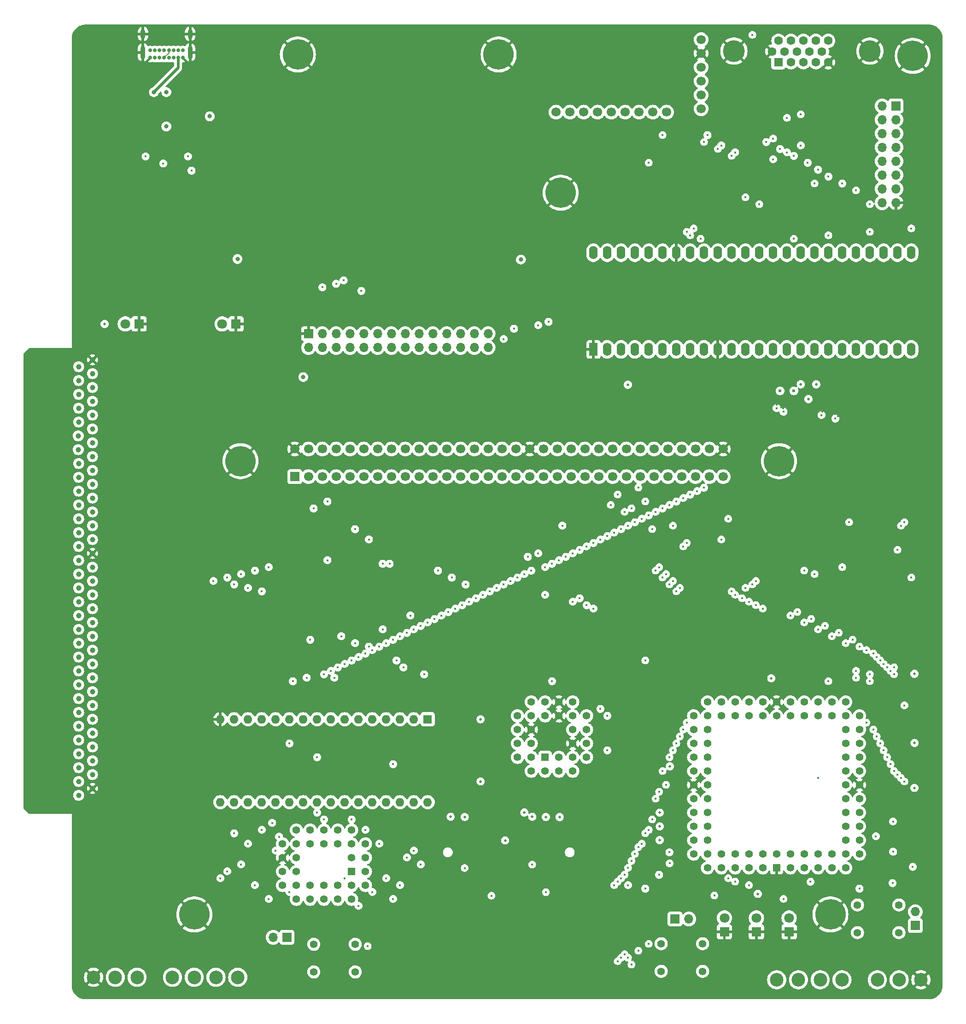
<source format=gbr>
%TF.GenerationSoftware,KiCad,Pcbnew,8.0.0*%
%TF.CreationDate,2024-03-06T22:08:17-05:00*%
%TF.ProjectId,Sentinel 65X - Prototype 4,53656e74-696e-4656-9c20-363558202d20,rev?*%
%TF.SameCoordinates,Original*%
%TF.FileFunction,Copper,L2,Inr*%
%TF.FilePolarity,Positive*%
%FSLAX46Y46*%
G04 Gerber Fmt 4.6, Leading zero omitted, Abs format (unit mm)*
G04 Created by KiCad (PCBNEW 8.0.0) date 2024-03-06 22:08:17*
%MOMM*%
%LPD*%
G01*
G04 APERTURE LIST*
%TA.AperFunction,ComponentPad*%
%ADD10C,2.500000*%
%TD*%
%TA.AperFunction,ComponentPad*%
%ADD11C,5.600000*%
%TD*%
%TA.AperFunction,ComponentPad*%
%ADD12R,1.700000X1.700000*%
%TD*%
%TA.AperFunction,ComponentPad*%
%ADD13O,1.700000X1.700000*%
%TD*%
%TA.AperFunction,ComponentPad*%
%ADD14R,1.422400X1.422400*%
%TD*%
%TA.AperFunction,ComponentPad*%
%ADD15C,1.422400*%
%TD*%
%TA.AperFunction,ComponentPad*%
%ADD16C,1.000000*%
%TD*%
%TA.AperFunction,ComponentPad*%
%ADD17C,1.397000*%
%TD*%
%TA.AperFunction,ComponentPad*%
%ADD18R,1.800000X1.800000*%
%TD*%
%TA.AperFunction,ComponentPad*%
%ADD19C,1.800000*%
%TD*%
%TA.AperFunction,ComponentPad*%
%ADD20C,1.700000*%
%TD*%
%TA.AperFunction,ComponentPad*%
%ADD21C,0.700000*%
%TD*%
%TA.AperFunction,ComponentPad*%
%ADD22O,0.900000X2.400000*%
%TD*%
%TA.AperFunction,ComponentPad*%
%ADD23O,0.900000X1.700000*%
%TD*%
%TA.AperFunction,ComponentPad*%
%ADD24C,4.000000*%
%TD*%
%TA.AperFunction,ComponentPad*%
%ADD25R,1.600000X1.600000*%
%TD*%
%TA.AperFunction,ComponentPad*%
%ADD26C,1.600000*%
%TD*%
%TA.AperFunction,ComponentPad*%
%ADD27O,1.600000X1.600000*%
%TD*%
%TA.AperFunction,ComponentPad*%
%ADD28R,1.600000X2.400000*%
%TD*%
%TA.AperFunction,ComponentPad*%
%ADD29O,1.600000X2.400000*%
%TD*%
%TA.AperFunction,ViaPad*%
%ADD30C,0.500000*%
%TD*%
%TA.AperFunction,ViaPad*%
%ADD31C,0.450000*%
%TD*%
%TA.AperFunction,ViaPad*%
%ADD32C,0.800000*%
%TD*%
%TA.AperFunction,ViaPad*%
%ADD33C,0.600000*%
%TD*%
%TA.AperFunction,ViaPad*%
%ADD34C,0.400000*%
%TD*%
%TA.AperFunction,Conductor*%
%ADD35C,0.500000*%
%TD*%
%TA.AperFunction,Conductor*%
%ADD36C,0.150000*%
%TD*%
G04 APERTURE END LIST*
D10*
%TO.N,+3.3V*%
%TO.C,J11*%
X117072102Y-226745000D03*
%TO.N,/SNES_CLK*%
X113072102Y-226745000D03*
%TO.N,/SNES_LATCH*%
X109072102Y-226745000D03*
%TO.N,/SNES_DATA0*%
X105072102Y-226745000D03*
%TO.N,/I2C_SCL*%
X98572102Y-226745000D03*
%TO.N,/I2C_SDA*%
X94572102Y-226745000D03*
%TO.N,GND*%
X90572102Y-226745000D03*
%TD*%
D11*
%TO.N,GND*%
%TO.C,H6*%
X128117172Y-57207679D03*
%TD*%
D12*
%TO.N,Net-(J6-Pin_1)*%
%TO.C,J6*%
X241623621Y-217254071D03*
D13*
%TO.N,Net-(J6-Pin_2)*%
X241623621Y-214714071D03*
%TD*%
D14*
%TO.N,+3.3V*%
%TO.C,U6*%
X173565852Y-186327679D03*
D15*
%TO.N,/PHI2*%
X176105852Y-188867679D03*
%TO.N,/R{slash}~{W}*%
X176105852Y-186327679D03*
%TO.N,unconnected-(U6-IN-Pad4)*%
X178645852Y-188867679D03*
%TO.N,unconnected-(U6-IN{slash}PD-Pad5)*%
X181185852Y-186327679D03*
%TO.N,/~{CS}4*%
X178645852Y-186327679D03*
%TO.N,/~{CS}5*%
X181185852Y-183787679D03*
%TO.N,GND*%
X178645852Y-183787679D03*
%TO.N,/~{CS}6*%
X181185852Y-181247679D03*
%TO.N,/A19*%
X178645852Y-181247679D03*
%TO.N,/A20*%
X181185852Y-178707679D03*
%TO.N,/A21*%
X178645852Y-176167679D03*
%TO.N,/A22*%
X178645852Y-178707679D03*
%TO.N,GND*%
X176105852Y-176167679D03*
X176105852Y-178707679D03*
%TO.N,/A23*%
X173565852Y-176167679D03*
%TO.N,unconnected-(U6-I{slash}O-Pad17)*%
X173565852Y-178707679D03*
%TO.N,unconnected-(U6-I{slash}O-Pad18)*%
X171025852Y-176167679D03*
%TO.N,unconnected-(U6-I{slash}O-Pad19)*%
X168485852Y-178707679D03*
%TO.N,unconnected-(U6-I{slash}O-Pad20)*%
X171025852Y-178707679D03*
%TO.N,/~{RAM}1*%
X168485852Y-181247679D03*
%TO.N,GND*%
X171025852Y-181247679D03*
%TO.N,/~{RAM}0*%
X168485852Y-183787679D03*
%TO.N,/~{ROM}1*%
X171025852Y-183787679D03*
%TO.N,/~{ROM}0*%
X168485852Y-186327679D03*
%TO.N,/~{RD}*%
X171025852Y-188867679D03*
%TO.N,/~{WR}*%
X171025852Y-186327679D03*
%TO.N,+3.3V*%
X173565852Y-188867679D03*
%TD*%
D16*
%TO.N,GND*%
%TO.C,J3*%
X90380852Y-192042679D03*
%TO.N,+3.3V*%
X90380852Y-189502679D03*
%TO.N,/A1*%
X90380852Y-186962679D03*
%TO.N,/A3*%
X90380852Y-184422679D03*
%TO.N,/A5*%
X90380852Y-181882679D03*
%TO.N,/A7*%
X90380852Y-179342679D03*
%TO.N,/A9*%
X90380852Y-176802679D03*
%TO.N,/A11*%
X90380852Y-174262679D03*
%TO.N,/A13*%
X90380852Y-171722679D03*
%TO.N,/A15*%
X90380852Y-169182679D03*
%TO.N,/A17*%
X90380852Y-166642679D03*
%TO.N,/A19*%
X90380852Y-164102679D03*
%TO.N,/A21*%
X90380852Y-161562679D03*
%TO.N,/A23*%
X90380852Y-159022679D03*
%TO.N,/D1*%
X90380852Y-156482679D03*
%TO.N,/D3*%
X90380852Y-153942679D03*
%TO.N,/D5*%
X90380852Y-151402679D03*
%TO.N,GND*%
X90380852Y-148862679D03*
%TO.N,/~{WR}*%
X90380852Y-146322679D03*
%TO.N,/~{RAM}1*%
X90380852Y-143782679D03*
%TO.N,/BE*%
X90380852Y-141242679D03*
%TO.N,/~{CS}7*%
X90380852Y-138702679D03*
%TO.N,/RUN*%
X90380852Y-136162679D03*
%TO.N,/~{IRQ}*%
X90380852Y-133622679D03*
%TO.N,/~{VIRQ}*%
X90380852Y-131082679D03*
%TO.N,/~{NMI}*%
X90380852Y-128542679D03*
%TO.N,/I2C_SCL*%
X90380852Y-126002679D03*
%TO.N,/I2C_SDA*%
X90380852Y-123462679D03*
%TO.N,/SNES_LATCH*%
X90380852Y-120922679D03*
%TO.N,/SNES_CLK*%
X90380852Y-118382679D03*
%TO.N,+3.3V*%
X90380852Y-115842679D03*
%TO.N,GND*%
X90380852Y-113302679D03*
%TO.N,/PHI2*%
X87840852Y-193312679D03*
%TO.N,/~{RES}*%
X87840852Y-190772679D03*
%TO.N,/A0*%
X87840852Y-188232679D03*
%TO.N,/A2*%
X87840852Y-185692679D03*
%TO.N,/A4*%
X87840852Y-183152679D03*
%TO.N,/A6*%
X87840852Y-180612679D03*
%TO.N,/A8*%
X87840852Y-178072679D03*
%TO.N,/A10*%
X87840852Y-175532679D03*
%TO.N,/A12*%
X87840852Y-172992679D03*
%TO.N,/A14*%
X87840852Y-170452679D03*
%TO.N,/A16*%
X87840852Y-167912679D03*
%TO.N,/A18*%
X87840852Y-165372679D03*
%TO.N,/A20*%
X87840852Y-162832679D03*
%TO.N,/A22*%
X87840852Y-160292679D03*
%TO.N,/D0*%
X87840852Y-157752679D03*
%TO.N,/D2*%
X87840852Y-155212679D03*
%TO.N,/D4*%
X87840852Y-152672679D03*
%TO.N,/D6*%
X87840852Y-150132679D03*
%TO.N,/D7*%
X87840852Y-147592679D03*
%TO.N,/~{RD}*%
X87840852Y-145052679D03*
%TO.N,/~{ROM}1*%
X87840852Y-142512679D03*
%TO.N,/~{CS}6*%
X87840852Y-139972679D03*
%TO.N,/~{I{slash}O}1*%
X87840852Y-137432679D03*
%TO.N,/BA*%
X87840852Y-134892679D03*
%TO.N,/R{slash}~{W}*%
X87840852Y-132352679D03*
%TO.N,/~{I{slash}O}0*%
X87760852Y-129812679D03*
%TO.N,/SNES_DATA0*%
X87760852Y-127272679D03*
%TO.N,/SNES_DATA1*%
X87840852Y-124732679D03*
%TO.N,/SNES_DATA2*%
X87840852Y-122192679D03*
%TO.N,/SNES_DATA3*%
X87840852Y-119652679D03*
%TO.N,unconnected-(J3-Pin_b31-Padb31)*%
X87840852Y-117112679D03*
%TO.N,+5V*%
X87840852Y-114572679D03*
%TD*%
D17*
%TO.N,Net-(J7-Pin_1)*%
%TO.C,SW3*%
X131054121Y-220677140D03*
X138674121Y-220677140D03*
%TO.N,Net-(J7-Pin_2)*%
X131054121Y-225757140D03*
X138674121Y-225757140D03*
%TD*%
D12*
%TO.N,Net-(J5-Pin_1)*%
%TO.C,J5*%
X197439065Y-216036659D03*
D13*
%TO.N,Net-(J5-Pin_2)*%
X199979065Y-216036659D03*
%TD*%
D12*
%TO.N,Net-(J7-Pin_1)*%
%TO.C,J7*%
X126127294Y-219395671D03*
D13*
%TO.N,Net-(J7-Pin_2)*%
X123587294Y-219395671D03*
%TD*%
D18*
%TO.N,GND*%
%TO.C,D4*%
X212398173Y-218383531D03*
D19*
%TO.N,Net-(D4-A)*%
X212398173Y-215843531D03*
%TD*%
D18*
%TO.N,GND*%
%TO.C,D5*%
X218418173Y-218383532D03*
D19*
%TO.N,Net-(D5-A)*%
X218418173Y-215843532D03*
%TD*%
D17*
%TO.N,Net-(J5-Pin_1)*%
%TO.C,SW1*%
X194904065Y-220575449D03*
X202524065Y-220575449D03*
%TO.N,Net-(J5-Pin_2)*%
X194904065Y-225655449D03*
X202524065Y-225655449D03*
%TD*%
D20*
%TO.N,/SYSCLK*%
%TO.C,U5*%
X202250000Y-67170000D03*
%TO.N,/BCK*%
X202250000Y-64630000D03*
%TO.N,/ADATA*%
X202250000Y-62090000D03*
%TO.N,/LRCK*%
X202250000Y-59550000D03*
%TO.N,GND*%
X202250000Y-57010000D03*
%TO.N,+5V*%
X202250000Y-54470000D03*
%TO.N,unconnected-(U5-LOUT-Pad7)*%
X175580000Y-67805000D03*
%TO.N,unconnected-(U5-AGND-Pad8)*%
X178120000Y-67805000D03*
%TO.N,unconnected-(U5-ROUT-Pad9)*%
X180660000Y-67805000D03*
%TO.N,unconnected-(U5-AGND-Pad10)*%
X183200000Y-67805000D03*
%TO.N,unconnected-(U5-A3V3-Pad11)*%
X185740000Y-67805000D03*
%TO.N,unconnected-(U5-FMT-Pad12)*%
X188280000Y-67805000D03*
%TO.N,unconnected-(U5-XSMT-Pad13)*%
X190820000Y-67805000D03*
%TO.N,unconnected-(U5-DEMP-Pad14)*%
X193360000Y-67805000D03*
%TO.N,unconnected-(U5-FLT-Pad15)*%
X195900000Y-67805000D03*
%TD*%
D14*
%TO.N,GND*%
%TO.C,U2*%
X216110852Y-206647679D03*
D15*
%TO.N,/RTS*%
X216110852Y-204107679D03*
%TO.N,/CTS*%
X218650852Y-206647679D03*
%TO.N,/~{SD_SS}*%
X218650852Y-204107679D03*
%TO.N,/BL3*%
X221190852Y-206647679D03*
%TO.N,/FCLK_SLOW*%
X221190852Y-204107679D03*
%TO.N,/~{BOOT_SEL}*%
X223730852Y-206647679D03*
%TO.N,/~{VIRQ}*%
X223730852Y-204107679D03*
%TO.N,/FCLK_FAST*%
X226270852Y-206647679D03*
%TO.N,/RXD*%
X226270852Y-204107679D03*
%TO.N,/TXD*%
X228810852Y-206647679D03*
%TO.N,/~{RES}*%
X231350852Y-204107679D03*
%TO.N,/R{slash}~{W}*%
X228810852Y-204107679D03*
%TO.N,unconnected-(U2A-RUN-Pad14)*%
X231350852Y-201567679D03*
%TO.N,unconnected-(U2A-~{FCLKO}-Pad15)*%
X228810852Y-201567679D03*
%TO.N,/FCLK*%
X231350852Y-199027679D03*
%TO.N,/BE*%
X228810852Y-199027679D03*
%TO.N,/CLK*%
X231350852Y-196487679D03*
%TO.N,unconnected-(U2A-~{CLKO}-Pad19)*%
X228810852Y-196487679D03*
%TO.N,/PHI2*%
X231350852Y-193947679D03*
%TO.N,unconnected-(U2A-BA-Pad21)*%
X228810852Y-193947679D03*
%TO.N,GND*%
X231350852Y-191407679D03*
%TO.N,+3.3V*%
X228810852Y-191407679D03*
%TO.N,/A0*%
X231350852Y-188867679D03*
%TO.N,/A1*%
X228810852Y-188867679D03*
%TO.N,/A2*%
X231350852Y-186327679D03*
%TO.N,/A3*%
X228810852Y-186327679D03*
%TO.N,/A4*%
X231350852Y-183787679D03*
%TO.N,/A5*%
X228810852Y-183787679D03*
%TO.N,/A6*%
X231350852Y-181247679D03*
%TO.N,/A7*%
X228810852Y-181247679D03*
%TO.N,/A8*%
X231350852Y-178707679D03*
%TO.N,/A9*%
X228810852Y-176167679D03*
%TO.N,/A10*%
X228810852Y-178707679D03*
%TO.N,/A11*%
X226270852Y-176167679D03*
%TO.N,/A12*%
X226270852Y-178707679D03*
%TO.N,/A13*%
X223730852Y-176167679D03*
%TO.N,/A14*%
X223730852Y-178707679D03*
%TO.N,/A15*%
X221190852Y-176167679D03*
%TO.N,/A16*%
X221190852Y-178707679D03*
%TO.N,/A17*%
X218650852Y-176167679D03*
%TO.N,/A18*%
X218650852Y-178707679D03*
%TO.N,GND*%
X216110852Y-176167679D03*
%TO.N,+3.3V*%
X216110852Y-178707679D03*
%TO.N,/A19*%
X213570852Y-176167679D03*
%TO.N,/A20*%
X213570852Y-178707679D03*
%TO.N,/A21*%
X211030852Y-176167679D03*
%TO.N,/A22*%
X211030852Y-178707679D03*
%TO.N,/A23*%
X208490852Y-176167679D03*
%TO.N,/~{I{slash}O}0*%
X208490852Y-178707679D03*
%TO.N,/~{I{slash}O}1*%
X205950852Y-176167679D03*
%TO.N,/FPGA_SCK*%
X205950852Y-178707679D03*
%TO.N,/~{FPGA_SS}*%
X203410852Y-176167679D03*
%TO.N,/~{CS}4*%
X200870852Y-178707679D03*
%TO.N,/~{CS}5*%
X203410852Y-178707679D03*
%TO.N,/~{CS}6*%
X200870852Y-181247679D03*
%TO.N,/~{CS}7*%
X203410852Y-181247679D03*
%TO.N,/D0*%
X200870852Y-183787679D03*
%TO.N,/D1*%
X203410852Y-183787679D03*
%TO.N,/D2*%
X200870852Y-186327679D03*
%TO.N,/D3*%
X203410852Y-186327679D03*
%TO.N,/D4*%
X200870852Y-188867679D03*
%TO.N,+3.3V*%
X203410852Y-188867679D03*
%TO.N,GND*%
X200870852Y-191407679D03*
%TO.N,/D5*%
X203410852Y-191407679D03*
%TO.N,/D6*%
X200870852Y-193947679D03*
%TO.N,/D7*%
X203410852Y-193947679D03*
%TO.N,unconnected-(U2A-TG0-Pad68)*%
X200870852Y-196487679D03*
%TO.N,unconnected-(U2A-TG1-Pad69)*%
X203410852Y-196487679D03*
%TO.N,/~{NMI}*%
X200870852Y-199027679D03*
%TO.N,/~{IRQ}*%
X203410852Y-199027679D03*
%TO.N,/~{FPGA_RESET}*%
X200870852Y-201567679D03*
%TO.N,/CDONE*%
X203410852Y-201567679D03*
%TO.N,/FPGA_MOSI*%
X200870852Y-204107679D03*
%TO.N,/FPGA_MISO*%
X203410852Y-206647679D03*
%TO.N,/I2C_SDA*%
X203410852Y-204107679D03*
%TO.N,/I2C_SCL*%
X205950852Y-206647679D03*
%TO.N,/SNES_CLK*%
X205950852Y-204107679D03*
%TO.N,/SNES_LATCH*%
X208490852Y-206647679D03*
%TO.N,/SNES_DATA0*%
X208490852Y-204107679D03*
%TO.N,/SNES_DATA1*%
X211030852Y-206647679D03*
%TO.N,/BL1*%
X211030852Y-204107679D03*
%TO.N,/BL2*%
X213570852Y-206647679D03*
%TO.N,+3.3V*%
X213570852Y-204107679D03*
%TD*%
D20*
%TO.N,GND*%
%TO.C,J2*%
X127545871Y-129700000D03*
%TO.N,+3.3V*%
X130085871Y-129700000D03*
%TO.N,/A1*%
X132625871Y-129700000D03*
%TO.N,/A3*%
X135165871Y-129700000D03*
%TO.N,/A5*%
X137705871Y-129700000D03*
%TO.N,/A7*%
X140245871Y-129700000D03*
%TO.N,/A9*%
X142785871Y-129700000D03*
%TO.N,/A11*%
X145325871Y-129700000D03*
%TO.N,/A13*%
X147865871Y-129700000D03*
%TO.N,/A15*%
X150405871Y-129700000D03*
%TO.N,/A17*%
X152945871Y-129700000D03*
%TO.N,/A19*%
X155485871Y-129700000D03*
%TO.N,/A21*%
X158025871Y-129700000D03*
%TO.N,/A23*%
X160565871Y-129700000D03*
%TO.N,/D1*%
X163105871Y-129700000D03*
%TO.N,/D3*%
X165645871Y-129700000D03*
%TO.N,/D5*%
X168185871Y-129700000D03*
%TO.N,GND*%
X170725871Y-129700000D03*
%TO.N,/~{WR}*%
X173265871Y-129700000D03*
%TO.N,/~{RAM}1*%
X175805871Y-129700000D03*
%TO.N,/BE*%
X178345871Y-129700000D03*
%TO.N,/~{CS}7*%
X180885871Y-129700000D03*
%TO.N,/RUN*%
X183425871Y-129700000D03*
%TO.N,/~{IRQ}*%
X185965871Y-129700000D03*
%TO.N,/~{VIRQ}*%
X188505871Y-129700000D03*
%TO.N,/~{NMI}*%
X191045871Y-129700000D03*
%TO.N,/I2C_SCL*%
X193585871Y-129700000D03*
%TO.N,/I2C_SDA*%
X196125871Y-129700000D03*
%TO.N,/SNES_LATCH*%
X198665871Y-129700000D03*
%TO.N,/SNES_CLK*%
X201205871Y-129700000D03*
%TO.N,+3.3V*%
X203745871Y-129700000D03*
%TO.N,GND*%
X206285871Y-129700000D03*
D12*
%TO.N,/PHI2*%
X127545871Y-134780000D03*
D20*
%TO.N,/~{RES}*%
X130085871Y-134780000D03*
%TO.N,/A0*%
X132625871Y-134780000D03*
%TO.N,/A2*%
X135165871Y-134780000D03*
%TO.N,/A4*%
X137705871Y-134780000D03*
%TO.N,/A6*%
X140245871Y-134780000D03*
%TO.N,/A8*%
X142785871Y-134780000D03*
%TO.N,/A10*%
X145325871Y-134780000D03*
%TO.N,/A12*%
X147865871Y-134780000D03*
%TO.N,/A14*%
X150405871Y-134780000D03*
%TO.N,/A16*%
X152945871Y-134780000D03*
%TO.N,/A18*%
X155485871Y-134780000D03*
%TO.N,/A20*%
X158025871Y-134780000D03*
%TO.N,/A22*%
X160565871Y-134780000D03*
%TO.N,/D0*%
X163105871Y-134780000D03*
%TO.N,/D2*%
X165645871Y-134780000D03*
%TO.N,/D4*%
X168185871Y-134780000D03*
%TO.N,/D6*%
X170725871Y-134780000D03*
%TO.N,/D7*%
X173265871Y-134780000D03*
%TO.N,/~{RD}*%
X175805871Y-134780000D03*
%TO.N,/~{ROM}1*%
X178345871Y-134780000D03*
%TO.N,/~{CS}6*%
X180885871Y-134780000D03*
%TO.N,/~{I{slash}O}1*%
X183425871Y-134780000D03*
%TO.N,/BA*%
X185965871Y-134780000D03*
%TO.N,/R{slash}~{W}*%
X188505871Y-134780000D03*
%TO.N,/~{I{slash}O}0*%
X191045871Y-134780000D03*
%TO.N,/SNES_DATA0*%
X193585871Y-134780000D03*
%TO.N,/SNES_DATA1*%
X196125871Y-134780000D03*
%TO.N,/SNES_DATA2*%
X198665871Y-134780000D03*
%TO.N,/SNES_DATA3*%
X201205871Y-134780000D03*
%TO.N,unconnected-(J2-Pin_b31-Padb31)*%
X203745871Y-134780000D03*
%TO.N,+5V*%
X206285871Y-134780000D03*
%TD*%
D11*
%TO.N,GND*%
%TO.C,H1*%
X176430000Y-82606339D03*
%TD*%
D21*
%TO.N,GND*%
%TO.C,J10*%
X106960922Y-57802658D03*
%TO.N,+5V*%
X106110922Y-57802658D03*
%TO.N,Net-(J10-CC1)*%
X105260922Y-57802658D03*
%TO.N,/D+*%
X104410922Y-57802658D03*
%TO.N,/D-*%
X103560922Y-57802658D03*
%TO.N,N/C*%
X102710922Y-57802658D03*
%TO.N,+5V*%
X101860922Y-57802658D03*
%TO.N,GND*%
X101010922Y-57802658D03*
X101010922Y-56452658D03*
%TO.N,+5V*%
X101860922Y-56452658D03*
%TO.N,Net-(J10-CC2)*%
X102710922Y-56452658D03*
%TO.N,/D+*%
X103560922Y-56452658D03*
%TO.N,/D-*%
X104410922Y-56452658D03*
%TO.N,N/C*%
X105260922Y-56452658D03*
%TO.N,+5V*%
X106110922Y-56452658D03*
%TO.N,GND*%
X106960922Y-56452658D03*
D22*
X108310922Y-56822658D03*
D23*
X108310922Y-53442658D03*
D22*
X99660922Y-56822658D03*
D23*
X99660922Y-53442658D03*
%TD*%
D12*
%TO.N,/R0*%
%TO.C,J4*%
X238045000Y-66657679D03*
D13*
%TO.N,+3.3V*%
X235505000Y-66657679D03*
%TO.N,/R2*%
X238045000Y-69197679D03*
%TO.N,/R1*%
X235505000Y-69197679D03*
%TO.N,/G0*%
X238045000Y-71737679D03*
%TO.N,/R3*%
X235505000Y-71737679D03*
%TO.N,/G2*%
X238045000Y-74277679D03*
%TO.N,/G1*%
X235505000Y-74277679D03*
%TO.N,/B0*%
X238045000Y-76817679D03*
%TO.N,/G3*%
X235505000Y-76817679D03*
%TO.N,/B2*%
X238045000Y-79357679D03*
%TO.N,/B1*%
X235505000Y-79357679D03*
%TO.N,/HSYNC*%
X238045000Y-81897679D03*
%TO.N,/B3*%
X235505000Y-81897679D03*
%TO.N,GND*%
X238045000Y-84437679D03*
%TO.N,/VSYNC*%
X235505000Y-84437679D03*
%TD*%
D11*
%TO.N,GND*%
%TO.C,H9*%
X165023820Y-57207679D03*
%TD*%
D24*
%TO.N,GND*%
%TO.C,J1*%
X233260510Y-56596332D03*
X208260510Y-56596332D03*
D25*
%TO.N,/RED*%
X216445510Y-58646332D03*
D26*
%TO.N,/GREEN*%
X218735510Y-58646332D03*
%TO.N,/BLUE*%
X221025510Y-58646332D03*
%TO.N,unconnected-(J1-Pad4)*%
X223315510Y-58646332D03*
%TO.N,GND*%
X225605510Y-58646332D03*
X215300510Y-56666332D03*
X217590510Y-56666332D03*
X219880510Y-56666332D03*
%TO.N,unconnected-(J1-Pad9)*%
X222170510Y-56666332D03*
%TO.N,GND*%
X224460510Y-56666332D03*
%TO.N,unconnected-(J1-Pad11)*%
X216445510Y-54686332D03*
%TO.N,unconnected-(J1-Pad12)*%
X218735510Y-54686332D03*
%TO.N,/HSYNC*%
X221025510Y-54686332D03*
%TO.N,/VSYNC*%
X223315510Y-54686332D03*
%TO.N,unconnected-(J1-Pad15)*%
X225605510Y-54686332D03*
%TD*%
D11*
%TO.N,GND*%
%TO.C,H8*%
X216570852Y-131922500D03*
%TD*%
D18*
%TO.N,GND*%
%TO.C,D2*%
X98941704Y-106715358D03*
D19*
%TO.N,Net-(D2-A)*%
X96401704Y-106715358D03*
%TD*%
D12*
%TO.N,GND*%
%TO.C,J8*%
X130070496Y-108505000D03*
D13*
%TO.N,+3.3V*%
X130070496Y-111045000D03*
%TO.N,/TXD*%
X132610496Y-108505000D03*
%TO.N,/I2C_SCL*%
X132610496Y-111045000D03*
%TO.N,/RXD*%
X135150496Y-108505000D03*
%TO.N,/I2C_SDA*%
X135150496Y-111045000D03*
%TO.N,/CTS*%
X137690496Y-108505000D03*
%TO.N,/~{RES}*%
X137690496Y-111045000D03*
%TO.N,/RTS*%
X140230496Y-108505000D03*
%TO.N,/~{IRQ}*%
X140230496Y-111045000D03*
%TO.N,/PHI2*%
X142770496Y-108505000D03*
%TO.N,/~{I{slash}O}1*%
X142770496Y-111045000D03*
%TO.N,/~{RD}*%
X145310496Y-108505000D03*
%TO.N,/~{WR}*%
X145310496Y-111045000D03*
%TO.N,/A5*%
X147850496Y-108505000D03*
%TO.N,/A4*%
X147850496Y-111045000D03*
%TO.N,/A3*%
X150390496Y-108505000D03*
%TO.N,/A2*%
X150390496Y-111045000D03*
%TO.N,/A1*%
X152930496Y-108505000D03*
%TO.N,/A0*%
X152930496Y-111045000D03*
%TO.N,/D7*%
X155470496Y-108505000D03*
%TO.N,/D6*%
X155470496Y-111045000D03*
%TO.N,/D5*%
X158010496Y-108505000D03*
%TO.N,/D4*%
X158010496Y-111045000D03*
%TO.N,/D3*%
X160550496Y-108505000D03*
%TO.N,/D2*%
X160550496Y-111045000D03*
%TO.N,/D1*%
X163090496Y-108505000D03*
%TO.N,/D0*%
X163090496Y-111045000D03*
%TD*%
D18*
%TO.N,GND*%
%TO.C,D1*%
X116761448Y-106715358D03*
D19*
%TO.N,Net-(D1-A)*%
X114221448Y-106715358D03*
%TD*%
D11*
%TO.N,GND*%
%TO.C,H4*%
X117570852Y-131922500D03*
%TD*%
D18*
%TO.N,GND*%
%TO.C,D3*%
X206518173Y-218383531D03*
D19*
%TO.N,Net-(D3-A)*%
X206518173Y-215843531D03*
%TD*%
D25*
%TO.N,/A18*%
%TO.C,U3*%
X151975852Y-179342679D03*
D27*
%TO.N,/A16*%
X149435852Y-179342679D03*
%TO.N,/A14*%
X146895852Y-179342679D03*
%TO.N,/A12*%
X144355852Y-179342679D03*
%TO.N,/A7*%
X141815852Y-179342679D03*
%TO.N,/A6*%
X139275852Y-179342679D03*
%TO.N,/A5*%
X136735852Y-179342679D03*
%TO.N,/A4*%
X134195852Y-179342679D03*
%TO.N,/A3*%
X131655852Y-179342679D03*
%TO.N,/A2*%
X129115852Y-179342679D03*
%TO.N,/A1*%
X126575852Y-179342679D03*
%TO.N,/A0*%
X124035852Y-179342679D03*
%TO.N,/D0*%
X121495852Y-179342679D03*
%TO.N,/D1*%
X118955852Y-179342679D03*
%TO.N,/D2*%
X116415852Y-179342679D03*
%TO.N,GND*%
X113875852Y-179342679D03*
%TO.N,/D3*%
X113875852Y-194582679D03*
%TO.N,/D4*%
X116415852Y-194582679D03*
%TO.N,/D5*%
X118955852Y-194582679D03*
%TO.N,/D6*%
X121495852Y-194582679D03*
%TO.N,/D7*%
X124035852Y-194582679D03*
%TO.N,/~{RAM}0*%
X126575852Y-194582679D03*
%TO.N,/A10*%
X129115852Y-194582679D03*
%TO.N,/~{RD}*%
X131655852Y-194582679D03*
%TO.N,/A11*%
X134195852Y-194582679D03*
%TO.N,/A9*%
X136735852Y-194582679D03*
%TO.N,/A8*%
X139275852Y-194582679D03*
%TO.N,/A13*%
X141815852Y-194582679D03*
%TO.N,/~{WR}*%
X144355852Y-194582679D03*
%TO.N,/A17*%
X146895852Y-194582679D03*
%TO.N,/A15*%
X149435852Y-194582679D03*
%TO.N,+3.3V*%
X151975852Y-194582679D03*
%TD*%
D14*
%TO.N,/A18*%
%TO.C,U4*%
X138005852Y-207327171D03*
D15*
%TO.N,/A16*%
X140545852Y-204787171D03*
%TO.N,/A15*%
X138005852Y-204787171D03*
%TO.N,/A12*%
X140545852Y-202247171D03*
%TO.N,/A7*%
X138005852Y-199707171D03*
%TO.N,/A6*%
X138005852Y-202247171D03*
%TO.N,/A5*%
X135465852Y-199707171D03*
%TO.N,/A4*%
X135465852Y-202247171D03*
%TO.N,/A3*%
X132925852Y-199707171D03*
%TO.N,/A2*%
X132925852Y-202247171D03*
%TO.N,/A1*%
X130385852Y-199707171D03*
%TO.N,/A0*%
X130385852Y-202247171D03*
%TO.N,/D0*%
X127845852Y-199707171D03*
%TO.N,/D1*%
X125305852Y-202247171D03*
%TO.N,/D2*%
X127845852Y-202247171D03*
%TO.N,GND*%
X125305852Y-204787171D03*
%TO.N,/D3*%
X127845852Y-204787171D03*
%TO.N,/D4*%
X125305852Y-207327171D03*
%TO.N,/D5*%
X127845852Y-207327171D03*
%TO.N,/D6*%
X125305852Y-209867171D03*
%TO.N,/D7*%
X127845852Y-212407171D03*
%TO.N,/~{ROM}0*%
X127845852Y-209867171D03*
%TO.N,/A10*%
X130385852Y-212407171D03*
%TO.N,/~{RD}*%
X130385852Y-209867171D03*
%TO.N,/A11*%
X132925852Y-212407171D03*
%TO.N,/A9*%
X132925852Y-209867171D03*
%TO.N,/A8*%
X135465852Y-212407171D03*
%TO.N,/A13*%
X135465852Y-209867171D03*
%TO.N,/A14*%
X138005852Y-212407171D03*
%TO.N,/A17*%
X140545852Y-209867171D03*
%TO.N,/~{WR}*%
X138005852Y-209867171D03*
%TO.N,+3.3V*%
X140545852Y-207327171D03*
%TD*%
D11*
%TO.N,GND*%
%TO.C,H5*%
X225998352Y-215207679D03*
%TD*%
%TO.N,GND*%
%TO.C,H7*%
X241133252Y-57482679D03*
%TD*%
D17*
%TO.N,Net-(J6-Pin_1)*%
%TO.C,SW2*%
X238602763Y-218541613D03*
X230982763Y-218541613D03*
%TO.N,Net-(J6-Pin_2)*%
X238602763Y-213461613D03*
X230982763Y-213461613D03*
%TD*%
D10*
%TO.N,+3.3V*%
%TO.C,J12*%
X216132102Y-227210000D03*
%TO.N,/SNES_CLK*%
X220132102Y-227210000D03*
%TO.N,/SNES_LATCH*%
X224132102Y-227210000D03*
%TO.N,/SNES_DATA1*%
X228132102Y-227210000D03*
%TO.N,/I2C_SCL*%
X234632102Y-227210000D03*
%TO.N,/I2C_SDA*%
X238632102Y-227210000D03*
%TO.N,GND*%
X242632102Y-227210000D03*
%TD*%
D28*
%TO.N,GND*%
%TO.C,U1*%
X182455852Y-111397679D03*
D29*
%TO.N,unconnected-(U1-VIO-Pad2)*%
X184995852Y-111397679D03*
%TO.N,/~{FPGA_RESET}*%
X187535852Y-111397679D03*
%TO.N,/CDONE*%
X190075852Y-111397679D03*
%TO.N,/~{I{slash}O}0*%
X192615852Y-111397679D03*
%TO.N,/A4*%
X195155852Y-111397679D03*
%TO.N,/R{slash}~{W}*%
X197695852Y-111397679D03*
%TO.N,+5V*%
X200235852Y-111397679D03*
%TO.N,unconnected-(U1-+3.3V-Pad9)*%
X202775852Y-111397679D03*
%TO.N,GND*%
X205315852Y-111397679D03*
%TO.N,/D0*%
X207855852Y-111397679D03*
%TO.N,/D1*%
X210395852Y-111397679D03*
%TO.N,/D2*%
X212935852Y-111397679D03*
%TO.N,/D3*%
X215475852Y-111397679D03*
%TO.N,/D6*%
X218015852Y-111397679D03*
%TO.N,/SYSCLK*%
X220555852Y-111397679D03*
%TO.N,/D5*%
X223095852Y-111397679D03*
%TO.N,/PHI2*%
X225635852Y-111397679D03*
%TO.N,/D7*%
X228175852Y-111397679D03*
%TO.N,/A1*%
X230715852Y-111397679D03*
%TO.N,/A0*%
X233255852Y-111397679D03*
%TO.N,/A3*%
X235795852Y-111397679D03*
%TO.N,/A2*%
X238335852Y-111397679D03*
%TO.N,/D4*%
X240875852Y-111397679D03*
%TO.N,/BCK*%
X240875852Y-93637679D03*
%TO.N,/B0*%
X238335852Y-93637679D03*
%TO.N,/B1*%
X235795852Y-93637679D03*
%TO.N,/LRCK*%
X233255852Y-93637679D03*
%TO.N,/B3*%
X230715852Y-93637679D03*
%TO.N,/~{VIRQ}*%
X228175852Y-93637679D03*
%TO.N,/ADATA*%
X225635852Y-93637679D03*
%TO.N,/B2*%
X223095852Y-93637679D03*
%TO.N,/R0*%
X220555852Y-93637679D03*
%TO.N,/R1*%
X218015852Y-93637679D03*
%TO.N,/R3*%
X215475852Y-93637679D03*
%TO.N,/VSYNC*%
X212935852Y-93637679D03*
%TO.N,/HSYNC*%
X210395852Y-93637679D03*
%TO.N,/G2*%
X207855852Y-93637679D03*
%TO.N,/G1*%
X205315852Y-93637679D03*
%TO.N,/G0*%
X202775852Y-93637679D03*
%TO.N,unconnected-(U1-CLK_12M_EXT-Pad41)*%
X200235852Y-93637679D03*
%TO.N,GND*%
X197695852Y-93637679D03*
%TO.N,/R2*%
X195155852Y-93637679D03*
%TO.N,/G3*%
X192615852Y-93637679D03*
%TO.N,/FPGA_MISO*%
X190075852Y-93637679D03*
%TO.N,/FPGA_MOSI*%
X187535852Y-93637679D03*
%TO.N,/FPGA_SCK*%
X184995852Y-93637679D03*
%TO.N,/~{FPGA_SS}*%
X182455852Y-93637679D03*
%TD*%
D11*
%TO.N,GND*%
%TO.C,H3*%
X109093352Y-215207679D03*
%TD*%
D30*
%TO.N,GND*%
X220021037Y-120498324D03*
X168698968Y-201597880D03*
X225781613Y-66088117D03*
X166214849Y-197243669D03*
D31*
X217294506Y-122192794D03*
D32*
X96730852Y-103142679D03*
X106890852Y-103142679D03*
X100540852Y-101872679D03*
X114510852Y-101872679D03*
X90380852Y-101872679D03*
X94190852Y-103142679D03*
D31*
X236178459Y-194075358D03*
X237878393Y-210904423D03*
D32*
X95460852Y-101872679D03*
X105620852Y-101872679D03*
X92920852Y-101872679D03*
D30*
X144918997Y-205109738D03*
D32*
X101810852Y-103142679D03*
X89110852Y-103142679D03*
X104350852Y-103142679D03*
D30*
X214569704Y-211429029D03*
D31*
X242889106Y-202506512D03*
D30*
X204633323Y-222129429D03*
X154881273Y-186017214D03*
X163735599Y-197271101D03*
X161198968Y-201597880D03*
D31*
X236135000Y-205075000D03*
D30*
X176854364Y-193378350D03*
D32*
X120860852Y-103142679D03*
D30*
X208012252Y-66068586D03*
D32*
X118320852Y-103142679D03*
X119590852Y-101872679D03*
X115780852Y-103142679D03*
X117050852Y-101872679D03*
X98000852Y-101872679D03*
D30*
X140826009Y-222282140D03*
D31*
X216114949Y-121552172D03*
D30*
X171202506Y-193362317D03*
D32*
X110700852Y-103142679D03*
X91650852Y-103142679D03*
D30*
X196500206Y-189907275D03*
X235725499Y-189831350D03*
X223374043Y-115108678D03*
D32*
X113240852Y-103142679D03*
X108160852Y-101872679D03*
D31*
X224534545Y-122843584D03*
X227350200Y-123658864D03*
D30*
X217060905Y-171813005D03*
D32*
X103080852Y-101872679D03*
X106253531Y-64136827D03*
X111970852Y-101872679D03*
D30*
X223688761Y-66088117D03*
X205903487Y-66082645D03*
X216939357Y-66082645D03*
D31*
X236135000Y-199475000D03*
D32*
X95675000Y-68575000D03*
D30*
X214760300Y-66082645D03*
D32*
X99270852Y-103142679D03*
D30*
%TO.N,+3.3V*%
X173696121Y-197282945D03*
X161716808Y-190757147D03*
X161710269Y-179336396D03*
D31*
X196415680Y-203777236D03*
D30*
X220555034Y-117815919D03*
D31*
X196443707Y-205813859D03*
D30*
X196500206Y-188006215D03*
D33*
X219285852Y-119017679D03*
D30*
X92606683Y-106735446D03*
D31*
X108580852Y-78542679D03*
X103380852Y-77242679D03*
X241136345Y-206457402D03*
D30*
X194640884Y-199038063D03*
X215148499Y-171803346D03*
X194629285Y-196509453D03*
D32*
X129115852Y-116477679D03*
D30*
X156214872Y-197271101D03*
X223398880Y-117815919D03*
D32*
X111925000Y-68575000D03*
D30*
X241454213Y-171003650D03*
X171208952Y-197271101D03*
D32*
X103953531Y-64136827D03*
D30*
X194606087Y-201543475D03*
X212649193Y-211417389D03*
X176230665Y-197318476D03*
X241476529Y-183705030D03*
X221958329Y-120510743D03*
X241441733Y-191946343D03*
D33*
X216745852Y-119017679D03*
D30*
X166214849Y-201594896D03*
X188783152Y-117890882D03*
D32*
X103953531Y-70436827D03*
D30*
X158773104Y-197282945D03*
D34*
%TO.N,/A1*%
X237065852Y-187597679D03*
X230715852Y-170452679D03*
X237065852Y-170452679D03*
D31*
X134195852Y-170452679D03*
X123400852Y-198392679D03*
%TO.N,/A3*%
X136735852Y-169182679D03*
D34*
X235795852Y-185057679D03*
X235795852Y-169182679D03*
%TO.N,/A5*%
X234525852Y-182517679D03*
X234525852Y-167912679D03*
D31*
X139275852Y-167912679D03*
%TO.N,/A7*%
X141815852Y-166642679D03*
X140545852Y-199662679D03*
D34*
X232620852Y-179977679D03*
X232620852Y-166642679D03*
D31*
%TO.N,/A9*%
X136735852Y-208552679D03*
D34*
X228810852Y-165372679D03*
D31*
X138640852Y-165372679D03*
X144355852Y-165372679D03*
%TO.N,/A11*%
X136100852Y-164102679D03*
D34*
X226270852Y-164102679D03*
D31*
X146895852Y-164102679D03*
%TO.N,/A13*%
X141815852Y-211092679D03*
D34*
X223730852Y-162832679D03*
D31*
X143720852Y-162832679D03*
X149435852Y-162832679D03*
%TO.N,/A15*%
X151975852Y-161562679D03*
D34*
X221190852Y-161562679D03*
D31*
X149435852Y-203472679D03*
%TO.N,/A17*%
X154515852Y-160292679D03*
D34*
X218650852Y-160292679D03*
D31*
X146895852Y-209822679D03*
X148800852Y-160292679D03*
D34*
%TO.N,/A19*%
X213570852Y-159022679D03*
D31*
X182455852Y-159022679D03*
X157055852Y-159022679D03*
%TO.N,/A21*%
X178645852Y-157752679D03*
X159595852Y-157752679D03*
D34*
X211030852Y-157752679D03*
D31*
%TO.N,/A23*%
X173565852Y-156482679D03*
D34*
X208490852Y-156482679D03*
D31*
X162135852Y-156482679D03*
D34*
%TO.N,/D1*%
X198330852Y-182517679D03*
X210395852Y-155212679D03*
D31*
X164675852Y-155212679D03*
X118955852Y-202202679D03*
D34*
X198330852Y-155212679D03*
D31*
X118955852Y-155212679D03*
%TO.N,/D3*%
X112605852Y-153942679D03*
X165945852Y-109492679D03*
D34*
X197060852Y-185057679D03*
D31*
X113875852Y-208552679D03*
D34*
X197060852Y-153942679D03*
D31*
X167215852Y-153942679D03*
D34*
X212300852Y-153942679D03*
%TO.N,/D5*%
X223095852Y-152672679D03*
D31*
X167850852Y-107587679D03*
X117685852Y-152672679D03*
D34*
X195790852Y-152672679D03*
X195790852Y-191407679D03*
D31*
X117685852Y-206012679D03*
X169755852Y-152672679D03*
%TO.N,/~{WR}*%
X144355852Y-208552679D03*
X143720852Y-150767679D03*
X144990852Y-150767679D03*
X174835852Y-150767679D03*
X145625852Y-187597679D03*
D34*
%TO.N,/BE*%
X238335852Y-189502679D03*
D31*
X179915852Y-148227679D03*
X237509347Y-198128346D03*
D34*
X238335852Y-148227679D03*
D31*
%TO.N,/RUN*%
X184995852Y-145687679D03*
%TO.N,/~{IRQ}*%
X138640852Y-144417679D03*
X187535852Y-144417679D03*
D34*
X193250852Y-144417679D03*
X193250852Y-197757679D03*
%TO.N,/~{VIRQ}*%
X239605852Y-190772679D03*
X229445852Y-143147679D03*
D31*
X190075852Y-143147679D03*
D34*
X223730852Y-190137679D03*
D31*
X239605852Y-176802679D03*
D34*
X239605852Y-143147679D03*
%TO.N,/~{NMI}*%
X192615852Y-199662679D03*
X140955622Y-221025397D03*
X192615852Y-220617679D03*
D31*
X192615852Y-141877679D03*
%TO.N,/I2C_SCL*%
X195155852Y-140607679D03*
X131020852Y-140607679D03*
D34*
X189440852Y-140607679D03*
D31*
X194520852Y-207917679D03*
D34*
X188170852Y-222522679D03*
X188170852Y-207917679D03*
D31*
%TO.N,/I2C_SDA*%
X197695852Y-139337679D03*
X133560852Y-139337679D03*
D34*
X190710852Y-221887679D03*
X191980852Y-139337679D03*
X190710852Y-202837679D03*
%TO.N,/SNES_LATCH*%
X186900852Y-138067679D03*
X186900852Y-209187679D03*
D31*
X200235852Y-138067679D03*
D34*
X208490852Y-209187679D03*
X186900852Y-223792679D03*
%TO.N,/SNES_CLK*%
X190710852Y-136797679D03*
X189440852Y-205377679D03*
D31*
X202775852Y-136797679D03*
D34*
X189440852Y-224427679D03*
D31*
%TO.N,/PHI2*%
X127210852Y-172357679D03*
D34*
X225635852Y-172357679D03*
D31*
X174835852Y-172357679D03*
D34*
X233255852Y-172357679D03*
D31*
%TO.N,/~{RES}*%
X134830852Y-171722679D03*
D34*
X230715852Y-171722679D03*
D31*
X129750852Y-171722679D03*
X231350852Y-210457679D03*
X191980852Y-210457679D03*
D34*
%TO.N,/A0*%
X237700852Y-188867679D03*
X237700852Y-171087679D03*
D31*
X124035852Y-203472679D03*
D34*
X233255852Y-171087679D03*
D31*
X151340852Y-171087679D03*
X132925852Y-171087679D03*
%TO.N,/A2*%
X124670852Y-200932679D03*
D34*
X237700852Y-169817679D03*
D31*
X135465852Y-169817679D03*
X147530852Y-169817679D03*
D34*
X236430852Y-186327679D03*
X236430852Y-169817679D03*
D31*
%TO.N,/A4*%
X132925852Y-197757679D03*
X146260852Y-168547679D03*
D34*
X235160852Y-183787679D03*
X191980852Y-168547679D03*
X235160852Y-168547679D03*
D31*
X138005852Y-168547679D03*
%TO.N,/A6*%
X140545852Y-167277679D03*
D34*
X233890852Y-167277679D03*
X233890852Y-181247679D03*
D31*
X138005852Y-197757679D03*
%TO.N,/A8*%
X139275852Y-213632679D03*
X143085852Y-166007679D03*
D34*
X231350852Y-166007679D03*
D31*
X141180852Y-166007679D03*
D34*
%TO.N,/A10*%
X230080852Y-164737679D03*
D31*
X145625852Y-164737679D03*
X130385852Y-164737679D03*
X126575852Y-211092679D03*
D34*
%TO.N,/A12*%
X227540852Y-163467679D03*
D31*
X148165852Y-163467679D03*
X143085852Y-202202679D03*
D34*
%TO.N,/A14*%
X225000852Y-162197679D03*
D31*
X145625852Y-212362679D03*
X150705852Y-162197679D03*
D34*
%TO.N,/A16*%
X222460852Y-160927679D03*
D31*
X153245852Y-160927679D03*
X148165852Y-204742679D03*
%TO.N,/A18*%
X150705852Y-206012679D03*
X155785852Y-159657679D03*
D34*
X219920852Y-159657679D03*
%TO.N,/A20*%
X212300852Y-158387679D03*
D31*
X158325852Y-158387679D03*
X181185852Y-158387679D03*
%TO.N,/A22*%
X160865852Y-157117679D03*
D34*
X209760852Y-157117679D03*
D31*
X179915852Y-157117679D03*
D34*
%TO.N,/D0*%
X197695852Y-155847679D03*
X207855852Y-155847679D03*
D31*
X163405852Y-155847679D03*
X121495852Y-155847679D03*
D34*
X197695852Y-183787679D03*
D31*
X121495852Y-199662679D03*
%TO.N,/D2*%
X165945852Y-154577679D03*
X116415852Y-200297679D03*
X116415852Y-154577679D03*
X158960852Y-154577679D03*
D34*
X196425852Y-154577679D03*
X211665852Y-154577679D03*
X196425852Y-186327679D03*
D31*
%TO.N,/D4*%
X115145852Y-207282679D03*
D34*
X195155852Y-153307679D03*
X195155852Y-188867679D03*
X240875852Y-153307679D03*
D31*
X168485852Y-153307679D03*
X115145852Y-153307679D03*
X156420852Y-153307679D03*
%TO.N,/D6*%
X171025852Y-152037679D03*
X120225852Y-209822679D03*
D34*
X193885852Y-193947679D03*
D31*
X153880852Y-152037679D03*
D34*
X193885852Y-152037679D03*
D31*
X120225852Y-152037679D03*
D34*
X221190852Y-152037679D03*
%TO.N,/D7*%
X228175852Y-151402679D03*
D31*
X122765852Y-151402679D03*
X172295852Y-106952679D03*
D34*
X194520852Y-192677679D03*
D31*
X173565852Y-151402679D03*
X122765852Y-212362679D03*
D34*
X194520852Y-151402679D03*
D31*
%TO.N,/~{RD}*%
X131655852Y-196487679D03*
X174200852Y-106317679D03*
D30*
X169755852Y-196487679D03*
D31*
X133560852Y-150132679D03*
X176105852Y-150132679D03*
D34*
%TO.N,/~{CS}6*%
X198965852Y-147592679D03*
X198965852Y-181247679D03*
D31*
X181185852Y-147592679D03*
D34*
%TO.N,/~{I{slash}O}1*%
X205950852Y-146322679D03*
D31*
X141180852Y-146322679D03*
X183725852Y-146322679D03*
%TO.N,/BA*%
X186265852Y-145052679D03*
D34*
%TO.N,/R{slash}~{W}*%
X197060852Y-143782679D03*
D31*
X176740852Y-143782679D03*
X188805852Y-143782679D03*
X237527591Y-203671171D03*
D34*
X238970852Y-190137679D03*
X238970852Y-143782679D03*
D31*
%TO.N,/~{I{slash}O}0*%
X191345852Y-142512679D03*
D34*
X207220852Y-142512679D03*
D31*
%TO.N,/SNES_DATA0*%
X193885852Y-141242679D03*
D34*
X187535852Y-223157679D03*
X207220852Y-208552679D03*
X188170852Y-141242679D03*
X187535852Y-208552679D03*
%TO.N,/SNES_DATA1*%
X188805852Y-223157679D03*
X211030852Y-209822679D03*
X186265852Y-209822679D03*
D31*
X188805852Y-209822679D03*
X196425852Y-139972679D03*
D34*
X185630852Y-139972679D03*
D31*
%TO.N,/SNES_DATA2*%
X198965852Y-138702679D03*
%TO.N,/SNES_DATA3*%
X201505852Y-137432679D03*
D34*
%TO.N,/FPGA_MISO*%
X158773968Y-206677880D03*
X188805852Y-206647679D03*
D31*
%TO.N,/RTS*%
X139780852Y-100642679D03*
X216110852Y-122192679D03*
%TO.N,/CTS*%
X136530852Y-98692679D03*
X217380852Y-122827679D03*
%TO.N,/RXD*%
X224365852Y-123462679D03*
X135150496Y-99342679D03*
%TO.N,/TXD*%
X132630852Y-99992679D03*
X226905852Y-124097679D03*
D34*
%TO.N,/FPGA_SCK*%
X204680852Y-211727679D03*
X163698968Y-211757880D03*
D31*
%TO.N,/~{CS}4*%
X184995852Y-178707679D03*
X184995852Y-185057679D03*
%TO.N,/~{CS}5*%
X183725852Y-177437679D03*
D34*
%TO.N,/~{CS}7*%
X199600852Y-146957679D03*
D31*
X182455852Y-146957679D03*
D34*
X199600852Y-179977679D03*
%TO.N,/~{FPGA_RESET}*%
X191345852Y-202202679D03*
%TO.N,/CDONE*%
X191980852Y-200297679D03*
%TO.N,/FPGA_MOSI*%
X190075852Y-204107679D03*
X171198968Y-206042880D03*
%TO.N,/~{SD_SS}*%
X173698968Y-211122880D03*
X217380852Y-212362679D03*
D31*
%TO.N,/~{ROM}0*%
X131655852Y-186327679D03*
%TO.N,/~{RAM}0*%
X126575852Y-183787679D03*
%TO.N,/~{RAM}1*%
X170390852Y-149497679D03*
X177375852Y-149497679D03*
%TO.N,/~{ROM}1*%
X178645852Y-148862679D03*
X172295852Y-148862679D03*
D32*
%TO.N,+5V*%
X101653531Y-64136827D03*
X117030852Y-94792679D03*
X169120852Y-94887679D03*
D34*
%TO.N,/SYSCLK*%
X219285852Y-91077679D03*
X202140852Y-91077679D03*
D31*
%TO.N,/R0*%
X205950852Y-73932679D03*
X220555852Y-73932679D03*
D34*
X220555852Y-68217679D03*
D31*
%TO.N,/R2*%
X203410852Y-72027679D03*
D34*
X195155852Y-72027679D03*
%TO.N,/R1*%
X218015852Y-68852679D03*
D31*
X218015852Y-75202679D03*
X208490852Y-75202679D03*
%TO.N,/G0*%
X214205852Y-73297679D03*
D34*
X202775852Y-73297679D03*
%TO.N,/R3*%
X215475852Y-72662679D03*
D31*
X215475852Y-76472679D03*
D34*
%TO.N,/G2*%
X207855852Y-75837679D03*
D31*
X219285852Y-75837679D03*
D34*
%TO.N,/G1*%
X205315852Y-74567679D03*
D31*
X216745852Y-74567679D03*
%TO.N,/B0*%
X223730852Y-78377679D03*
D34*
%TO.N,/G3*%
X192615852Y-77107679D03*
D31*
X221825852Y-77107679D03*
%TO.N,/B2*%
X228175852Y-80917679D03*
D34*
X223095852Y-80917679D03*
D31*
%TO.N,/B1*%
X225635852Y-79647679D03*
D34*
%TO.N,/HSYNC*%
X210395852Y-83457679D03*
X211665852Y-53612679D03*
%TO.N,/B3*%
X230715852Y-82187679D03*
%TO.N,/VSYNC*%
X233255852Y-84727679D03*
X212935852Y-84727679D03*
%TO.N,/BCK*%
X200870852Y-89172679D03*
X240875852Y-89172679D03*
%TO.N,/ADATA*%
X200235852Y-90442679D03*
X225635852Y-90442679D03*
%TO.N,/LRCK*%
X199600852Y-89807679D03*
X233255852Y-89807679D03*
D31*
%TO.N,/FCLK_SLOW*%
X222330852Y-209192679D03*
X237435442Y-209440537D03*
%TO.N,/FCLK_FAST*%
X234356283Y-200836595D03*
%TO.N,/D+*%
X107930852Y-75942679D03*
%TO.N,/D-*%
X100130852Y-75942679D03*
%TD*%
D35*
%TO.N,GND*%
X108310922Y-53442658D02*
X108310922Y-56822658D01*
%TO.N,+5V*%
X106110922Y-57802658D02*
X106110922Y-59679436D01*
X106110922Y-59679436D02*
X101653531Y-64136827D01*
D36*
%TO.N,/D-*%
X104410922Y-56952658D02*
X103560922Y-57802658D01*
X104410922Y-56452658D02*
X104410922Y-56952658D01*
%TD*%
%TA.AperFunction,Conductor*%
%TO.N,GND*%
G36*
X126321118Y-205448884D02*
G01*
X126358787Y-205395088D01*
X126358789Y-205395084D01*
X126448354Y-205203009D01*
X126448357Y-205203001D01*
X126455817Y-205175160D01*
X126492180Y-205115498D01*
X126555026Y-205084967D01*
X126624401Y-205093259D01*
X126678281Y-205137742D01*
X126695367Y-205175153D01*
X126702874Y-205203169D01*
X126702876Y-205203176D01*
X126702878Y-205203180D01*
X126775377Y-205358655D01*
X126792481Y-205395335D01*
X126792483Y-205395339D01*
X126914087Y-205569007D01*
X126914092Y-205569013D01*
X127064009Y-205718930D01*
X127064015Y-205718935D01*
X127237683Y-205840539D01*
X127237685Y-205840540D01*
X127237688Y-205840542D01*
X127429843Y-205930145D01*
X127444569Y-205934090D01*
X127456903Y-205937396D01*
X127516563Y-205973762D01*
X127547092Y-206036609D01*
X127538797Y-206105984D01*
X127494311Y-206159862D01*
X127456903Y-206176946D01*
X127429848Y-206184195D01*
X127429841Y-206184198D01*
X127237687Y-206273800D01*
X127237683Y-206273802D01*
X127064015Y-206395406D01*
X127064009Y-206395411D01*
X126914092Y-206545328D01*
X126914087Y-206545334D01*
X126792483Y-206719002D01*
X126792481Y-206719006D01*
X126702879Y-206911160D01*
X126702876Y-206911167D01*
X126695627Y-206938222D01*
X126659261Y-206997882D01*
X126596414Y-207028411D01*
X126527039Y-207020116D01*
X126473161Y-206975630D01*
X126456077Y-206938222D01*
X126448827Y-206911167D01*
X126448826Y-206911162D01*
X126359223Y-206719007D01*
X126359221Y-206719004D01*
X126359220Y-206719002D01*
X126237616Y-206545334D01*
X126237611Y-206545328D01*
X126087694Y-206395411D01*
X126087688Y-206395406D01*
X125914020Y-206273802D01*
X125914016Y-206273800D01*
X125857999Y-206247679D01*
X125721861Y-206184197D01*
X125721857Y-206184195D01*
X125721850Y-206184193D01*
X125693834Y-206176686D01*
X125634175Y-206140320D01*
X125603647Y-206077473D01*
X125611943Y-206008097D01*
X125656429Y-205954220D01*
X125693841Y-205937136D01*
X125721682Y-205929676D01*
X125721690Y-205929673D01*
X125913765Y-205840108D01*
X125913769Y-205840106D01*
X125967565Y-205802437D01*
X125352300Y-205187171D01*
X125358513Y-205187171D01*
X125460246Y-205159912D01*
X125551458Y-205107251D01*
X125625932Y-205032777D01*
X125678593Y-204941565D01*
X125705852Y-204839832D01*
X125705852Y-204833618D01*
X126321118Y-205448884D01*
G37*
%TD.AperFunction*%
%TA.AperFunction,Conductor*%
G36*
X126624664Y-202554225D02*
G01*
X126678542Y-202598710D01*
X126695627Y-202636120D01*
X126702875Y-202663172D01*
X126702877Y-202663176D01*
X126702878Y-202663180D01*
X126761487Y-202788867D01*
X126792481Y-202855335D01*
X126792483Y-202855339D01*
X126914087Y-203029007D01*
X126914092Y-203029013D01*
X127064009Y-203178930D01*
X127064015Y-203178935D01*
X127237683Y-203300539D01*
X127237685Y-203300540D01*
X127237688Y-203300542D01*
X127429843Y-203390145D01*
X127444569Y-203394090D01*
X127456903Y-203397396D01*
X127516563Y-203433762D01*
X127547092Y-203496609D01*
X127538797Y-203565984D01*
X127494311Y-203619862D01*
X127456903Y-203636946D01*
X127429848Y-203644195D01*
X127429841Y-203644198D01*
X127237687Y-203733800D01*
X127237683Y-203733802D01*
X127064015Y-203855406D01*
X127064009Y-203855411D01*
X126914092Y-204005328D01*
X126914087Y-204005334D01*
X126792483Y-204179002D01*
X126792481Y-204179006D01*
X126702879Y-204371160D01*
X126702875Y-204371170D01*
X126695367Y-204399189D01*
X126659001Y-204458848D01*
X126596153Y-204489376D01*
X126526778Y-204481079D01*
X126472901Y-204436592D01*
X126455817Y-204399182D01*
X126448357Y-204371337D01*
X126448354Y-204371332D01*
X126358786Y-204179254D01*
X126321118Y-204125457D01*
X126321117Y-204125456D01*
X125705852Y-204740722D01*
X125705852Y-204734510D01*
X125678593Y-204632777D01*
X125625932Y-204541565D01*
X125551458Y-204467091D01*
X125460246Y-204414430D01*
X125358513Y-204387171D01*
X125352298Y-204387171D01*
X125967565Y-203771904D01*
X125913766Y-203734234D01*
X125913764Y-203734233D01*
X125721690Y-203644668D01*
X125721681Y-203644664D01*
X125693837Y-203637204D01*
X125634177Y-203600840D01*
X125603647Y-203537993D01*
X125611941Y-203468617D01*
X125656426Y-203414739D01*
X125693838Y-203397654D01*
X125721851Y-203390148D01*
X125721852Y-203390147D01*
X125721861Y-203390145D01*
X125914016Y-203300542D01*
X126087693Y-203178932D01*
X126237613Y-203029012D01*
X126359223Y-202855335D01*
X126448826Y-202663180D01*
X126456077Y-202636120D01*
X126492442Y-202576459D01*
X126555289Y-202545930D01*
X126624664Y-202554225D01*
G37*
%TD.AperFunction*%
%TA.AperFunction,Conductor*%
G36*
X201886118Y-192069392D02*
G01*
X201923787Y-192015596D01*
X201923789Y-192015592D01*
X202013354Y-191823517D01*
X202013357Y-191823509D01*
X202020817Y-191795668D01*
X202057180Y-191736006D01*
X202120026Y-191705475D01*
X202189401Y-191713767D01*
X202243281Y-191758250D01*
X202260367Y-191795661D01*
X202267874Y-191823677D01*
X202267876Y-191823684D01*
X202267878Y-191823688D01*
X202325073Y-191946343D01*
X202357481Y-192015843D01*
X202357483Y-192015847D01*
X202479087Y-192189515D01*
X202479092Y-192189521D01*
X202629009Y-192339438D01*
X202629015Y-192339443D01*
X202802683Y-192461047D01*
X202802685Y-192461048D01*
X202802688Y-192461050D01*
X202994843Y-192550653D01*
X203009569Y-192554598D01*
X203021903Y-192557904D01*
X203081563Y-192594270D01*
X203112092Y-192657117D01*
X203103797Y-192726492D01*
X203059311Y-192780370D01*
X203021903Y-192797454D01*
X202994848Y-192804703D01*
X202994841Y-192804706D01*
X202802687Y-192894308D01*
X202802683Y-192894310D01*
X202629015Y-193015914D01*
X202629009Y-193015919D01*
X202479092Y-193165836D01*
X202479087Y-193165842D01*
X202357483Y-193339510D01*
X202357481Y-193339514D01*
X202267879Y-193531668D01*
X202267876Y-193531675D01*
X202260627Y-193558730D01*
X202224261Y-193618390D01*
X202161414Y-193648919D01*
X202092039Y-193640624D01*
X202038161Y-193596138D01*
X202021077Y-193558730D01*
X202013827Y-193531675D01*
X202013826Y-193531670D01*
X201924223Y-193339515D01*
X201924221Y-193339512D01*
X201924220Y-193339510D01*
X201802616Y-193165842D01*
X201802611Y-193165836D01*
X201652694Y-193015919D01*
X201652688Y-193015914D01*
X201479020Y-192894310D01*
X201479016Y-192894308D01*
X201286861Y-192804705D01*
X201286857Y-192804703D01*
X201286850Y-192804701D01*
X201258834Y-192797194D01*
X201199175Y-192760828D01*
X201168647Y-192697981D01*
X201176943Y-192628605D01*
X201221429Y-192574728D01*
X201258841Y-192557644D01*
X201286682Y-192550184D01*
X201286690Y-192550181D01*
X201478765Y-192460616D01*
X201478769Y-192460614D01*
X201532565Y-192422945D01*
X200917300Y-191807679D01*
X200923513Y-191807679D01*
X201025246Y-191780420D01*
X201116458Y-191727759D01*
X201190932Y-191653285D01*
X201243593Y-191562073D01*
X201270852Y-191460340D01*
X201270852Y-191454126D01*
X201886118Y-192069392D01*
G37*
%TD.AperFunction*%
%TA.AperFunction,Conductor*%
G36*
X230950852Y-191460340D02*
G01*
X230978111Y-191562073D01*
X231030772Y-191653285D01*
X231105246Y-191727759D01*
X231196458Y-191780420D01*
X231298191Y-191807679D01*
X231304405Y-191807679D01*
X230689137Y-192422944D01*
X230742939Y-192460616D01*
X230935013Y-192550181D01*
X230935018Y-192550184D01*
X230962863Y-192557644D01*
X231022525Y-192594007D01*
X231053056Y-192656854D01*
X231044763Y-192726229D01*
X231000279Y-192780108D01*
X230962870Y-192797194D01*
X230934851Y-192804702D01*
X230934841Y-192804706D01*
X230742687Y-192894308D01*
X230742683Y-192894310D01*
X230569015Y-193015914D01*
X230569009Y-193015919D01*
X230419092Y-193165836D01*
X230419087Y-193165842D01*
X230297483Y-193339510D01*
X230297481Y-193339514D01*
X230207879Y-193531668D01*
X230207876Y-193531675D01*
X230200627Y-193558730D01*
X230164261Y-193618390D01*
X230101414Y-193648919D01*
X230032039Y-193640624D01*
X229978161Y-193596138D01*
X229961077Y-193558730D01*
X229953827Y-193531675D01*
X229953826Y-193531670D01*
X229864223Y-193339515D01*
X229864221Y-193339512D01*
X229864220Y-193339510D01*
X229742616Y-193165842D01*
X229742611Y-193165836D01*
X229592694Y-193015919D01*
X229592688Y-193015914D01*
X229419020Y-192894310D01*
X229419016Y-192894308D01*
X229226861Y-192804705D01*
X229226857Y-192804704D01*
X229226853Y-192804702D01*
X229199801Y-192797454D01*
X229140140Y-192761089D01*
X229109611Y-192698242D01*
X229117906Y-192628867D01*
X229162391Y-192574989D01*
X229199801Y-192557904D01*
X229224812Y-192551202D01*
X229226861Y-192550653D01*
X229419016Y-192461050D01*
X229592693Y-192339440D01*
X229742613Y-192189520D01*
X229864223Y-192015843D01*
X229953826Y-191823688D01*
X229953875Y-191823508D01*
X229961335Y-191795665D01*
X229997699Y-191736004D01*
X230060546Y-191705474D01*
X230129921Y-191713768D01*
X230183800Y-191758253D01*
X230200885Y-191795664D01*
X230208345Y-191823508D01*
X230208349Y-191823517D01*
X230297914Y-192015591D01*
X230297915Y-192015593D01*
X230335585Y-192069391D01*
X230335586Y-192069392D01*
X230950852Y-191454126D01*
X230950852Y-191460340D01*
G37*
%TD.AperFunction*%
%TA.AperFunction,Conductor*%
G36*
X230129664Y-189174733D02*
G01*
X230183542Y-189219218D01*
X230200627Y-189256628D01*
X230207875Y-189283680D01*
X230207877Y-189283684D01*
X230207878Y-189283688D01*
X230231247Y-189333803D01*
X230297481Y-189475843D01*
X230297483Y-189475847D01*
X230419087Y-189649515D01*
X230419092Y-189649521D01*
X230569009Y-189799438D01*
X230569015Y-189799443D01*
X230742683Y-189921047D01*
X230742685Y-189921048D01*
X230742688Y-189921050D01*
X230934843Y-190010653D01*
X230934849Y-190010654D01*
X230934850Y-190010655D01*
X230962866Y-190018162D01*
X231022527Y-190054527D01*
X231053056Y-190117374D01*
X231044761Y-190186749D01*
X231000276Y-190240627D01*
X230962866Y-190257712D01*
X230935022Y-190265172D01*
X230935013Y-190265176D01*
X230742940Y-190354741D01*
X230689138Y-190392412D01*
X231304405Y-191007679D01*
X231298191Y-191007679D01*
X231196458Y-191034938D01*
X231105246Y-191087599D01*
X231030772Y-191162073D01*
X230978111Y-191253285D01*
X230950852Y-191355018D01*
X230950852Y-191361232D01*
X230335585Y-190745965D01*
X230297914Y-190799767D01*
X230208349Y-190991840D01*
X230208345Y-190991849D01*
X230200885Y-191019693D01*
X230164520Y-191079354D01*
X230101673Y-191109883D01*
X230032297Y-191101588D01*
X229978420Y-191057103D01*
X229961335Y-191019693D01*
X229953828Y-190991677D01*
X229953827Y-190991676D01*
X229953826Y-190991670D01*
X229864223Y-190799515D01*
X229864221Y-190799512D01*
X229864220Y-190799510D01*
X229742616Y-190625842D01*
X229742611Y-190625836D01*
X229592694Y-190475919D01*
X229592688Y-190475914D01*
X229419020Y-190354310D01*
X229419016Y-190354308D01*
X229385304Y-190338588D01*
X229226861Y-190264705D01*
X229226857Y-190264704D01*
X229226853Y-190264702D01*
X229199801Y-190257454D01*
X229140140Y-190221089D01*
X229109611Y-190158242D01*
X229117906Y-190088867D01*
X229162391Y-190034989D01*
X229199801Y-190017904D01*
X229217782Y-190013085D01*
X229226861Y-190010653D01*
X229419016Y-189921050D01*
X229592693Y-189799440D01*
X229742613Y-189649520D01*
X229864223Y-189475843D01*
X229953826Y-189283688D01*
X229961077Y-189256628D01*
X229997442Y-189196967D01*
X230060289Y-189166438D01*
X230129664Y-189174733D01*
G37*
%TD.AperFunction*%
%TA.AperFunction,Conductor*%
G36*
X202189664Y-189174733D02*
G01*
X202243542Y-189219218D01*
X202260627Y-189256628D01*
X202267875Y-189283680D01*
X202267877Y-189283684D01*
X202267878Y-189283688D01*
X202291247Y-189333803D01*
X202357481Y-189475843D01*
X202357483Y-189475847D01*
X202479087Y-189649515D01*
X202479092Y-189649521D01*
X202629009Y-189799438D01*
X202629015Y-189799443D01*
X202802683Y-189921047D01*
X202802685Y-189921048D01*
X202802688Y-189921050D01*
X202994843Y-190010653D01*
X203009569Y-190014598D01*
X203021903Y-190017904D01*
X203081563Y-190054270D01*
X203112092Y-190117117D01*
X203103797Y-190186492D01*
X203059311Y-190240370D01*
X203021903Y-190257454D01*
X202994848Y-190264703D01*
X202994841Y-190264706D01*
X202802687Y-190354308D01*
X202802683Y-190354310D01*
X202629015Y-190475914D01*
X202629009Y-190475919D01*
X202479092Y-190625836D01*
X202479087Y-190625842D01*
X202357483Y-190799510D01*
X202357481Y-190799514D01*
X202267879Y-190991668D01*
X202267875Y-190991678D01*
X202260367Y-191019697D01*
X202224001Y-191079356D01*
X202161153Y-191109884D01*
X202091778Y-191101587D01*
X202037901Y-191057100D01*
X202020817Y-191019690D01*
X202013357Y-190991845D01*
X202013354Y-190991840D01*
X201923786Y-190799762D01*
X201886118Y-190745965D01*
X201886117Y-190745964D01*
X201270852Y-191361230D01*
X201270852Y-191355018D01*
X201243593Y-191253285D01*
X201190932Y-191162073D01*
X201116458Y-191087599D01*
X201025246Y-191034938D01*
X200923513Y-191007679D01*
X200917300Y-191007679D01*
X201532565Y-190392413D01*
X201532564Y-190392412D01*
X201478766Y-190354742D01*
X201478764Y-190354741D01*
X201286690Y-190265176D01*
X201286681Y-190265172D01*
X201258837Y-190257712D01*
X201199177Y-190221348D01*
X201168647Y-190158501D01*
X201176941Y-190089125D01*
X201221426Y-190035247D01*
X201258838Y-190018162D01*
X201286851Y-190010656D01*
X201286852Y-190010655D01*
X201286861Y-190010653D01*
X201479016Y-189921050D01*
X201652693Y-189799440D01*
X201802613Y-189649520D01*
X201924223Y-189475843D01*
X202013826Y-189283688D01*
X202021077Y-189256628D01*
X202057442Y-189196967D01*
X202120289Y-189166438D01*
X202189664Y-189174733D01*
G37*
%TD.AperFunction*%
%TA.AperFunction,Conductor*%
G36*
X215710852Y-176220340D02*
G01*
X215738111Y-176322073D01*
X215790772Y-176413285D01*
X215865246Y-176487759D01*
X215956458Y-176540420D01*
X216058191Y-176567679D01*
X216064405Y-176567679D01*
X215449137Y-177182944D01*
X215502939Y-177220616D01*
X215695013Y-177310181D01*
X215695018Y-177310184D01*
X215722863Y-177317644D01*
X215782525Y-177354007D01*
X215813056Y-177416854D01*
X215804763Y-177486229D01*
X215760279Y-177540108D01*
X215722870Y-177557194D01*
X215694851Y-177564702D01*
X215694841Y-177564706D01*
X215502687Y-177654308D01*
X215502683Y-177654310D01*
X215329015Y-177775914D01*
X215329009Y-177775919D01*
X215179092Y-177925836D01*
X215179087Y-177925842D01*
X215057483Y-178099510D01*
X215057481Y-178099514D01*
X214967879Y-178291668D01*
X214967876Y-178291675D01*
X214960627Y-178318730D01*
X214924261Y-178378390D01*
X214861414Y-178408919D01*
X214792039Y-178400624D01*
X214738161Y-178356138D01*
X214721077Y-178318730D01*
X214713873Y-178291845D01*
X214713826Y-178291670D01*
X214624223Y-178099515D01*
X214624221Y-178099512D01*
X214624220Y-178099510D01*
X214502616Y-177925842D01*
X214502611Y-177925836D01*
X214352694Y-177775919D01*
X214352688Y-177775914D01*
X214179020Y-177654310D01*
X214179016Y-177654308D01*
X214145304Y-177638588D01*
X213986861Y-177564705D01*
X213986857Y-177564704D01*
X213986853Y-177564702D01*
X213959801Y-177557454D01*
X213900140Y-177521089D01*
X213869611Y-177458242D01*
X213877906Y-177388867D01*
X213922391Y-177334989D01*
X213959801Y-177317904D01*
X213977782Y-177313085D01*
X213986861Y-177310653D01*
X214179016Y-177221050D01*
X214352693Y-177099440D01*
X214502613Y-176949520D01*
X214624223Y-176775843D01*
X214713826Y-176583688D01*
X214713875Y-176583508D01*
X214721335Y-176555665D01*
X214757699Y-176496004D01*
X214820546Y-176465474D01*
X214889921Y-176473768D01*
X214943800Y-176518253D01*
X214960885Y-176555664D01*
X214968345Y-176583508D01*
X214968349Y-176583517D01*
X215057914Y-176775591D01*
X215057915Y-176775593D01*
X215095585Y-176829391D01*
X215095586Y-176829392D01*
X215710852Y-176214126D01*
X215710852Y-176220340D01*
G37*
%TD.AperFunction*%
%TA.AperFunction,Conductor*%
G36*
X217126118Y-176829392D02*
G01*
X217163787Y-176775596D01*
X217163789Y-176775592D01*
X217253354Y-176583517D01*
X217253357Y-176583509D01*
X217260817Y-176555668D01*
X217297180Y-176496006D01*
X217360026Y-176465475D01*
X217429401Y-176473767D01*
X217483281Y-176518250D01*
X217500367Y-176555661D01*
X217507874Y-176583677D01*
X217507876Y-176583684D01*
X217507878Y-176583688D01*
X217534241Y-176640223D01*
X217597481Y-176775843D01*
X217597483Y-176775847D01*
X217719087Y-176949515D01*
X217719092Y-176949521D01*
X217869009Y-177099438D01*
X217869015Y-177099443D01*
X218042683Y-177221047D01*
X218042685Y-177221048D01*
X218042688Y-177221050D01*
X218234843Y-177310653D01*
X218249569Y-177314598D01*
X218261903Y-177317904D01*
X218321563Y-177354270D01*
X218352092Y-177417117D01*
X218343797Y-177486492D01*
X218299311Y-177540370D01*
X218261903Y-177557454D01*
X218234848Y-177564703D01*
X218234841Y-177564706D01*
X218042687Y-177654308D01*
X218042683Y-177654310D01*
X217869015Y-177775914D01*
X217869009Y-177775919D01*
X217719092Y-177925836D01*
X217719087Y-177925842D01*
X217597483Y-178099510D01*
X217597481Y-178099514D01*
X217507879Y-178291668D01*
X217507876Y-178291675D01*
X217500627Y-178318730D01*
X217464261Y-178378390D01*
X217401414Y-178408919D01*
X217332039Y-178400624D01*
X217278161Y-178356138D01*
X217261077Y-178318730D01*
X217253873Y-178291845D01*
X217253826Y-178291670D01*
X217164223Y-178099515D01*
X217164221Y-178099512D01*
X217164220Y-178099510D01*
X217042616Y-177925842D01*
X217042611Y-177925836D01*
X216892694Y-177775919D01*
X216892688Y-177775914D01*
X216719020Y-177654310D01*
X216719016Y-177654308D01*
X216685304Y-177638588D01*
X216526861Y-177564705D01*
X216526857Y-177564703D01*
X216526850Y-177564701D01*
X216498834Y-177557194D01*
X216439175Y-177520828D01*
X216408647Y-177457981D01*
X216416943Y-177388605D01*
X216461429Y-177334728D01*
X216498841Y-177317644D01*
X216526682Y-177310184D01*
X216526690Y-177310181D01*
X216718765Y-177220616D01*
X216718769Y-177220614D01*
X216772565Y-177182945D01*
X216157300Y-176567679D01*
X216163513Y-176567679D01*
X216265246Y-176540420D01*
X216356458Y-176487759D01*
X216430932Y-176413285D01*
X216483593Y-176322073D01*
X216510852Y-176220340D01*
X216510852Y-176214126D01*
X217126118Y-176829392D01*
G37*
%TD.AperFunction*%
%TA.AperFunction,Conductor*%
G36*
X177121118Y-179369392D02*
G01*
X177158787Y-179315596D01*
X177158789Y-179315592D01*
X177248354Y-179123517D01*
X177248357Y-179123509D01*
X177255817Y-179095668D01*
X177292180Y-179036006D01*
X177355026Y-179005475D01*
X177424401Y-179013767D01*
X177478281Y-179058250D01*
X177495367Y-179095661D01*
X177502874Y-179123677D01*
X177502876Y-179123684D01*
X177502878Y-179123688D01*
X177521155Y-179162883D01*
X177592481Y-179315843D01*
X177592483Y-179315847D01*
X177714087Y-179489515D01*
X177714092Y-179489521D01*
X177864009Y-179639438D01*
X177864015Y-179639443D01*
X178037683Y-179761047D01*
X178037685Y-179761048D01*
X178037688Y-179761050D01*
X178229843Y-179850653D01*
X178244569Y-179854598D01*
X178256903Y-179857904D01*
X178316563Y-179894270D01*
X178347092Y-179957117D01*
X178338797Y-180026492D01*
X178294311Y-180080370D01*
X178256903Y-180097454D01*
X178229848Y-180104703D01*
X178229843Y-180104704D01*
X178229843Y-180104705D01*
X178210785Y-180113592D01*
X178037687Y-180194308D01*
X178037683Y-180194310D01*
X177864015Y-180315914D01*
X177864009Y-180315919D01*
X177714092Y-180465836D01*
X177714087Y-180465842D01*
X177592483Y-180639510D01*
X177592481Y-180639514D01*
X177502879Y-180831668D01*
X177502875Y-180831677D01*
X177448004Y-181036460D01*
X177448002Y-181036470D01*
X177429524Y-181247678D01*
X177429524Y-181247679D01*
X177448002Y-181458887D01*
X177448004Y-181458897D01*
X177502875Y-181663680D01*
X177502877Y-181663684D01*
X177502878Y-181663688D01*
X177527089Y-181715608D01*
X177592481Y-181855843D01*
X177592483Y-181855847D01*
X177714087Y-182029515D01*
X177714092Y-182029521D01*
X177864009Y-182179438D01*
X177864015Y-182179443D01*
X178037683Y-182301047D01*
X178037685Y-182301048D01*
X178037688Y-182301050D01*
X178229843Y-182390653D01*
X178229849Y-182390654D01*
X178229850Y-182390655D01*
X178257866Y-182398162D01*
X178317527Y-182434527D01*
X178348056Y-182497374D01*
X178339761Y-182566749D01*
X178295276Y-182620627D01*
X178257866Y-182637712D01*
X178230022Y-182645172D01*
X178230013Y-182645176D01*
X178037940Y-182734741D01*
X177984138Y-182772412D01*
X178599405Y-183387679D01*
X178593191Y-183387679D01*
X178491458Y-183414938D01*
X178400246Y-183467599D01*
X178325772Y-183542073D01*
X178273111Y-183633285D01*
X178245852Y-183735018D01*
X178245852Y-183741232D01*
X177630585Y-183125965D01*
X177592914Y-183179767D01*
X177503349Y-183371840D01*
X177503345Y-183371849D01*
X177448497Y-183576547D01*
X177448495Y-183576558D01*
X177430025Y-183787677D01*
X177430025Y-183787680D01*
X177448495Y-183998799D01*
X177448497Y-183998810D01*
X177503345Y-184203508D01*
X177503349Y-184203517D01*
X177592914Y-184395591D01*
X177592915Y-184395593D01*
X177630585Y-184449391D01*
X177630586Y-184449392D01*
X178245852Y-183834126D01*
X178245852Y-183840340D01*
X178273111Y-183942073D01*
X178325772Y-184033285D01*
X178400246Y-184107759D01*
X178491458Y-184160420D01*
X178593191Y-184187679D01*
X178599405Y-184187679D01*
X177984137Y-184802944D01*
X178037939Y-184840616D01*
X178230013Y-184930181D01*
X178230018Y-184930184D01*
X178257863Y-184937644D01*
X178317525Y-184974007D01*
X178348056Y-185036854D01*
X178339763Y-185106229D01*
X178295279Y-185160108D01*
X178257870Y-185177194D01*
X178229851Y-185184702D01*
X178229841Y-185184706D01*
X178037687Y-185274308D01*
X178037683Y-185274310D01*
X177864015Y-185395914D01*
X177864009Y-185395919D01*
X177714092Y-185545836D01*
X177714087Y-185545842D01*
X177592483Y-185719510D01*
X177592481Y-185719514D01*
X177502879Y-185911668D01*
X177502876Y-185911675D01*
X177495627Y-185938730D01*
X177459261Y-185998390D01*
X177396414Y-186028919D01*
X177327039Y-186020624D01*
X177273161Y-185976138D01*
X177256077Y-185938730D01*
X177248827Y-185911675D01*
X177248826Y-185911670D01*
X177159223Y-185719515D01*
X177159221Y-185719512D01*
X177159220Y-185719510D01*
X177037616Y-185545842D01*
X177037611Y-185545836D01*
X176887694Y-185395919D01*
X176887688Y-185395914D01*
X176714020Y-185274310D01*
X176714016Y-185274308D01*
X176680304Y-185258588D01*
X176521861Y-185184705D01*
X176521857Y-185184704D01*
X176521853Y-185184702D01*
X176317070Y-185129831D01*
X176317060Y-185129829D01*
X176105853Y-185111351D01*
X176105851Y-185111351D01*
X175894643Y-185129829D01*
X175894633Y-185129831D01*
X175689850Y-185184702D01*
X175689841Y-185184706D01*
X175497687Y-185274308D01*
X175497683Y-185274310D01*
X175324015Y-185395914D01*
X175324009Y-185395919D01*
X175174092Y-185545836D01*
X175174087Y-185545842D01*
X175052483Y-185719510D01*
X175052481Y-185719514D01*
X175013933Y-185802182D01*
X174967761Y-185854621D01*
X174900567Y-185873773D01*
X174833686Y-185853557D01*
X174788352Y-185800392D01*
X174777551Y-185749777D01*
X174777551Y-185568608D01*
X174777550Y-185568602D01*
X174777549Y-185568595D01*
X174771143Y-185508996D01*
X174767449Y-185499093D01*
X174720849Y-185374150D01*
X174720845Y-185374143D01*
X174634599Y-185258934D01*
X174634596Y-185258931D01*
X174519387Y-185172685D01*
X174519380Y-185172681D01*
X174384534Y-185122387D01*
X174384535Y-185122387D01*
X174324935Y-185115980D01*
X174324933Y-185115979D01*
X174324925Y-185115979D01*
X174324916Y-185115979D01*
X172806781Y-185115979D01*
X172806775Y-185115980D01*
X172747168Y-185122387D01*
X172612323Y-185172681D01*
X172612316Y-185172685D01*
X172497107Y-185258931D01*
X172497104Y-185258934D01*
X172410858Y-185374143D01*
X172410854Y-185374150D01*
X172360560Y-185508996D01*
X172356599Y-185545842D01*
X172354153Y-185568602D01*
X172354152Y-185568614D01*
X172354152Y-185749775D01*
X172334467Y-185816814D01*
X172281663Y-185862569D01*
X172212505Y-185872513D01*
X172148949Y-185843488D01*
X172117770Y-185802180D01*
X172116936Y-185800392D01*
X172079223Y-185719515D01*
X172079221Y-185719512D01*
X172079220Y-185719510D01*
X171957616Y-185545842D01*
X171957611Y-185545836D01*
X171807694Y-185395919D01*
X171807688Y-185395914D01*
X171634020Y-185274310D01*
X171634016Y-185274308D01*
X171600304Y-185258588D01*
X171441861Y-185184705D01*
X171441857Y-185184704D01*
X171441853Y-185184702D01*
X171414801Y-185177454D01*
X171355140Y-185141089D01*
X171324611Y-185078242D01*
X171332906Y-185008867D01*
X171377391Y-184954989D01*
X171414801Y-184937904D01*
X171432782Y-184933085D01*
X171441861Y-184930653D01*
X171634016Y-184841050D01*
X171807693Y-184719440D01*
X171957613Y-184569520D01*
X172079223Y-184395843D01*
X172168826Y-184203688D01*
X172223701Y-183998892D01*
X172242180Y-183787679D01*
X172223701Y-183576466D01*
X172168826Y-183371670D01*
X172079223Y-183179515D01*
X172079221Y-183179512D01*
X172079220Y-183179510D01*
X171957616Y-183005842D01*
X171957611Y-183005836D01*
X171807694Y-182855919D01*
X171807688Y-182855914D01*
X171634020Y-182734310D01*
X171634016Y-182734308D01*
X171600304Y-182718588D01*
X171441861Y-182644705D01*
X171441857Y-182644703D01*
X171441850Y-182644701D01*
X171413834Y-182637194D01*
X171354175Y-182600828D01*
X171323647Y-182537981D01*
X171331943Y-182468605D01*
X171376429Y-182414728D01*
X171413841Y-182397644D01*
X171441682Y-182390184D01*
X171441690Y-182390181D01*
X171633765Y-182300616D01*
X171633769Y-182300614D01*
X171687565Y-182262945D01*
X171072300Y-181647679D01*
X171078513Y-181647679D01*
X171180246Y-181620420D01*
X171271458Y-181567759D01*
X171345932Y-181493285D01*
X171398593Y-181402073D01*
X171425852Y-181300340D01*
X171425852Y-181294126D01*
X172041118Y-181909392D01*
X172078787Y-181855596D01*
X172078789Y-181855592D01*
X172168354Y-181663517D01*
X172168358Y-181663508D01*
X172223206Y-181458810D01*
X172223208Y-181458799D01*
X172241679Y-181247680D01*
X172241679Y-181247677D01*
X172223208Y-181036558D01*
X172223206Y-181036547D01*
X172168358Y-180831849D01*
X172168354Y-180831840D01*
X172078786Y-180639762D01*
X172041118Y-180585965D01*
X172041117Y-180585964D01*
X171425852Y-181201230D01*
X171425852Y-181195018D01*
X171398593Y-181093285D01*
X171345932Y-181002073D01*
X171271458Y-180927599D01*
X171180246Y-180874938D01*
X171078513Y-180847679D01*
X171072300Y-180847679D01*
X171687565Y-180232413D01*
X171687564Y-180232412D01*
X171633766Y-180194742D01*
X171633764Y-180194741D01*
X171441690Y-180105176D01*
X171441681Y-180105172D01*
X171413837Y-180097712D01*
X171354177Y-180061348D01*
X171323647Y-179998501D01*
X171331941Y-179929125D01*
X171376426Y-179875247D01*
X171413838Y-179858162D01*
X171441851Y-179850656D01*
X171441852Y-179850655D01*
X171441861Y-179850653D01*
X171634016Y-179761050D01*
X171807693Y-179639440D01*
X171957613Y-179489520D01*
X172079223Y-179315843D01*
X172168826Y-179123688D01*
X172173116Y-179107679D01*
X172176077Y-179096628D01*
X172212442Y-179036967D01*
X172275289Y-179006438D01*
X172344664Y-179014733D01*
X172398542Y-179059218D01*
X172415627Y-179096628D01*
X172422875Y-179123680D01*
X172422877Y-179123684D01*
X172422878Y-179123688D01*
X172441155Y-179162883D01*
X172512481Y-179315843D01*
X172512483Y-179315847D01*
X172634087Y-179489515D01*
X172634092Y-179489521D01*
X172784009Y-179639438D01*
X172784015Y-179639443D01*
X172957683Y-179761047D01*
X172957685Y-179761048D01*
X172957688Y-179761050D01*
X173149843Y-179850653D01*
X173354639Y-179905528D01*
X173523609Y-179920311D01*
X173565851Y-179924007D01*
X173565852Y-179924007D01*
X173565853Y-179924007D01*
X173601054Y-179920927D01*
X173777065Y-179905528D01*
X173981861Y-179850653D01*
X174174016Y-179761050D01*
X174347693Y-179639440D01*
X174497613Y-179489520D01*
X174619223Y-179315843D01*
X174708826Y-179123688D01*
X174708875Y-179123508D01*
X174716335Y-179095665D01*
X174752699Y-179036004D01*
X174815546Y-179005474D01*
X174884921Y-179013768D01*
X174938800Y-179058253D01*
X174955885Y-179095664D01*
X174963345Y-179123508D01*
X174963349Y-179123517D01*
X175052914Y-179315591D01*
X175052915Y-179315593D01*
X175090585Y-179369391D01*
X175090586Y-179369392D01*
X175705852Y-178754126D01*
X175705852Y-178760340D01*
X175733111Y-178862073D01*
X175785772Y-178953285D01*
X175860246Y-179027759D01*
X175951458Y-179080420D01*
X176053191Y-179107679D01*
X176059405Y-179107679D01*
X175444137Y-179722944D01*
X175497939Y-179760616D01*
X175690013Y-179850181D01*
X175690022Y-179850185D01*
X175894720Y-179905033D01*
X175894731Y-179905035D01*
X176105850Y-179923506D01*
X176105854Y-179923506D01*
X176316972Y-179905035D01*
X176316983Y-179905033D01*
X176521681Y-179850185D01*
X176521690Y-179850181D01*
X176713765Y-179760616D01*
X176713769Y-179760614D01*
X176767565Y-179722945D01*
X176152300Y-179107679D01*
X176158513Y-179107679D01*
X176260246Y-179080420D01*
X176351458Y-179027759D01*
X176425932Y-178953285D01*
X176478593Y-178862073D01*
X176505852Y-178760340D01*
X176505852Y-178754126D01*
X177121118Y-179369392D01*
G37*
%TD.AperFunction*%
%TA.AperFunction,Conductor*%
G36*
X179661118Y-184449392D02*
G01*
X179698787Y-184395596D01*
X179698789Y-184395592D01*
X179788354Y-184203517D01*
X179788357Y-184203509D01*
X179795817Y-184175668D01*
X179832180Y-184116006D01*
X179895026Y-184085475D01*
X179964401Y-184093767D01*
X180018281Y-184138250D01*
X180035367Y-184175661D01*
X180042874Y-184203677D01*
X180042876Y-184203684D01*
X180042878Y-184203688D01*
X180085694Y-184295507D01*
X180132481Y-184395843D01*
X180132483Y-184395847D01*
X180254087Y-184569515D01*
X180254092Y-184569521D01*
X180404009Y-184719438D01*
X180404015Y-184719443D01*
X180577683Y-184841047D01*
X180577685Y-184841048D01*
X180577688Y-184841050D01*
X180769843Y-184930653D01*
X180784569Y-184934598D01*
X180796903Y-184937904D01*
X180856563Y-184974270D01*
X180887092Y-185037117D01*
X180878797Y-185106492D01*
X180834311Y-185160370D01*
X180796903Y-185177454D01*
X180769848Y-185184703D01*
X180769841Y-185184706D01*
X180577687Y-185274308D01*
X180577683Y-185274310D01*
X180404015Y-185395914D01*
X180404009Y-185395919D01*
X180254092Y-185545836D01*
X180254087Y-185545842D01*
X180132483Y-185719510D01*
X180132481Y-185719514D01*
X180042879Y-185911668D01*
X180042876Y-185911675D01*
X180035627Y-185938730D01*
X179999261Y-185998390D01*
X179936414Y-186028919D01*
X179867039Y-186020624D01*
X179813161Y-185976138D01*
X179796077Y-185938730D01*
X179788827Y-185911675D01*
X179788826Y-185911670D01*
X179699223Y-185719515D01*
X179699221Y-185719512D01*
X179699220Y-185719510D01*
X179577616Y-185545842D01*
X179577611Y-185545836D01*
X179427694Y-185395919D01*
X179427688Y-185395914D01*
X179254020Y-185274310D01*
X179254016Y-185274308D01*
X179220304Y-185258588D01*
X179061861Y-185184705D01*
X179061857Y-185184703D01*
X179061850Y-185184701D01*
X179033834Y-185177194D01*
X178974175Y-185140828D01*
X178943647Y-185077981D01*
X178951943Y-185008605D01*
X178996429Y-184954728D01*
X179033841Y-184937644D01*
X179061682Y-184930184D01*
X179061690Y-184930181D01*
X179253765Y-184840616D01*
X179253769Y-184840614D01*
X179307565Y-184802945D01*
X178692300Y-184187679D01*
X178698513Y-184187679D01*
X178800246Y-184160420D01*
X178891458Y-184107759D01*
X178965932Y-184033285D01*
X179018593Y-183942073D01*
X179045852Y-183840340D01*
X179045852Y-183834126D01*
X179661118Y-184449392D01*
G37*
%TD.AperFunction*%
%TA.AperFunction,Conductor*%
G36*
X179964664Y-181554733D02*
G01*
X180018542Y-181599218D01*
X180035627Y-181636628D01*
X180042875Y-181663680D01*
X180042877Y-181663684D01*
X180042878Y-181663688D01*
X180067089Y-181715608D01*
X180132481Y-181855843D01*
X180132483Y-181855847D01*
X180254087Y-182029515D01*
X180254092Y-182029521D01*
X180404009Y-182179438D01*
X180404015Y-182179443D01*
X180577683Y-182301047D01*
X180577685Y-182301048D01*
X180577688Y-182301050D01*
X180769843Y-182390653D01*
X180784569Y-182394598D01*
X180796903Y-182397904D01*
X180856563Y-182434270D01*
X180887092Y-182497117D01*
X180878797Y-182566492D01*
X180834311Y-182620370D01*
X180796903Y-182637454D01*
X180769848Y-182644703D01*
X180769841Y-182644706D01*
X180577687Y-182734308D01*
X180577683Y-182734310D01*
X180404015Y-182855914D01*
X180404009Y-182855919D01*
X180254092Y-183005836D01*
X180254087Y-183005842D01*
X180132483Y-183179510D01*
X180132481Y-183179514D01*
X180042879Y-183371668D01*
X180042875Y-183371678D01*
X180035367Y-183399697D01*
X179999001Y-183459356D01*
X179936153Y-183489884D01*
X179866778Y-183481587D01*
X179812901Y-183437100D01*
X179795817Y-183399690D01*
X179788357Y-183371845D01*
X179788354Y-183371840D01*
X179698786Y-183179762D01*
X179661118Y-183125965D01*
X179661117Y-183125964D01*
X179045852Y-183741230D01*
X179045852Y-183735018D01*
X179018593Y-183633285D01*
X178965932Y-183542073D01*
X178891458Y-183467599D01*
X178800246Y-183414938D01*
X178698513Y-183387679D01*
X178692300Y-183387679D01*
X179307565Y-182772413D01*
X179307564Y-182772412D01*
X179253766Y-182734742D01*
X179253764Y-182734741D01*
X179061690Y-182645176D01*
X179061681Y-182645172D01*
X179033837Y-182637712D01*
X178974177Y-182601348D01*
X178943647Y-182538501D01*
X178951941Y-182469125D01*
X178996426Y-182415247D01*
X179033838Y-182398162D01*
X179061851Y-182390656D01*
X179061852Y-182390655D01*
X179061861Y-182390653D01*
X179254016Y-182301050D01*
X179427693Y-182179440D01*
X179577613Y-182029520D01*
X179699223Y-181855843D01*
X179788826Y-181663688D01*
X179796077Y-181636628D01*
X179832442Y-181576967D01*
X179895289Y-181546438D01*
X179964664Y-181554733D01*
G37*
%TD.AperFunction*%
%TA.AperFunction,Conductor*%
G36*
X170625852Y-181300340D02*
G01*
X170653111Y-181402073D01*
X170705772Y-181493285D01*
X170780246Y-181567759D01*
X170871458Y-181620420D01*
X170973191Y-181647679D01*
X170979405Y-181647679D01*
X170364137Y-182262944D01*
X170417939Y-182300616D01*
X170610013Y-182390181D01*
X170610018Y-182390184D01*
X170637863Y-182397644D01*
X170697525Y-182434007D01*
X170728056Y-182496854D01*
X170719763Y-182566229D01*
X170675279Y-182620108D01*
X170637870Y-182637194D01*
X170609851Y-182644702D01*
X170609841Y-182644706D01*
X170417687Y-182734308D01*
X170417683Y-182734310D01*
X170244015Y-182855914D01*
X170244009Y-182855919D01*
X170094092Y-183005836D01*
X170094087Y-183005842D01*
X169972483Y-183179510D01*
X169972481Y-183179514D01*
X169882879Y-183371668D01*
X169882876Y-183371675D01*
X169875627Y-183398730D01*
X169839261Y-183458390D01*
X169776414Y-183488919D01*
X169707039Y-183480624D01*
X169653161Y-183436138D01*
X169636077Y-183398730D01*
X169628873Y-183371845D01*
X169628826Y-183371670D01*
X169539223Y-183179515D01*
X169539221Y-183179512D01*
X169539220Y-183179510D01*
X169417616Y-183005842D01*
X169417611Y-183005836D01*
X169267694Y-182855919D01*
X169267688Y-182855914D01*
X169094020Y-182734310D01*
X169094016Y-182734308D01*
X169060304Y-182718588D01*
X168901861Y-182644705D01*
X168901857Y-182644704D01*
X168901853Y-182644702D01*
X168874801Y-182637454D01*
X168815140Y-182601089D01*
X168784611Y-182538242D01*
X168792906Y-182468867D01*
X168837391Y-182414989D01*
X168874801Y-182397904D01*
X168892782Y-182393085D01*
X168901861Y-182390653D01*
X169094016Y-182301050D01*
X169267693Y-182179440D01*
X169417613Y-182029520D01*
X169539223Y-181855843D01*
X169628826Y-181663688D01*
X169628875Y-181663508D01*
X169636335Y-181635665D01*
X169672699Y-181576004D01*
X169735546Y-181545474D01*
X169804921Y-181553768D01*
X169858800Y-181598253D01*
X169875885Y-181635664D01*
X169883345Y-181663508D01*
X169883349Y-181663517D01*
X169972914Y-181855591D01*
X169972915Y-181855593D01*
X170010585Y-181909391D01*
X170010586Y-181909392D01*
X170625852Y-181294126D01*
X170625852Y-181300340D01*
G37*
%TD.AperFunction*%
%TA.AperFunction,Conductor*%
G36*
X169804664Y-179014733D02*
G01*
X169858542Y-179059218D01*
X169875627Y-179096628D01*
X169882875Y-179123680D01*
X169882877Y-179123684D01*
X169882878Y-179123688D01*
X169901155Y-179162883D01*
X169972481Y-179315843D01*
X169972483Y-179315847D01*
X170094087Y-179489515D01*
X170094092Y-179489521D01*
X170244009Y-179639438D01*
X170244015Y-179639443D01*
X170417683Y-179761047D01*
X170417685Y-179761048D01*
X170417688Y-179761050D01*
X170609843Y-179850653D01*
X170609849Y-179850654D01*
X170609850Y-179850655D01*
X170637866Y-179858162D01*
X170697527Y-179894527D01*
X170728056Y-179957374D01*
X170719761Y-180026749D01*
X170675276Y-180080627D01*
X170637866Y-180097712D01*
X170610022Y-180105172D01*
X170610013Y-180105176D01*
X170417940Y-180194741D01*
X170364138Y-180232412D01*
X170979405Y-180847679D01*
X170973191Y-180847679D01*
X170871458Y-180874938D01*
X170780246Y-180927599D01*
X170705772Y-181002073D01*
X170653111Y-181093285D01*
X170625852Y-181195018D01*
X170625852Y-181201232D01*
X170010585Y-180585965D01*
X169972914Y-180639767D01*
X169883349Y-180831840D01*
X169883345Y-180831849D01*
X169875885Y-180859693D01*
X169839520Y-180919354D01*
X169776673Y-180949883D01*
X169707297Y-180941588D01*
X169653420Y-180897103D01*
X169636335Y-180859693D01*
X169628828Y-180831677D01*
X169628827Y-180831675D01*
X169628826Y-180831670D01*
X169539223Y-180639515D01*
X169539221Y-180639512D01*
X169539220Y-180639510D01*
X169417616Y-180465842D01*
X169417611Y-180465836D01*
X169267694Y-180315919D01*
X169267688Y-180315914D01*
X169094020Y-180194310D01*
X169094016Y-180194308D01*
X169060304Y-180178588D01*
X168901861Y-180104705D01*
X168901857Y-180104704D01*
X168901853Y-180104702D01*
X168874801Y-180097454D01*
X168815140Y-180061089D01*
X168784611Y-179998242D01*
X168792906Y-179928867D01*
X168837391Y-179874989D01*
X168874801Y-179857904D01*
X168892782Y-179853085D01*
X168901861Y-179850653D01*
X169094016Y-179761050D01*
X169267693Y-179639440D01*
X169417613Y-179489520D01*
X169539223Y-179315843D01*
X169628826Y-179123688D01*
X169633116Y-179107679D01*
X169636077Y-179096628D01*
X169672442Y-179036967D01*
X169735289Y-179006438D01*
X169804664Y-179014733D01*
G37*
%TD.AperFunction*%
%TA.AperFunction,Conductor*%
G36*
X175705852Y-176220340D02*
G01*
X175733111Y-176322073D01*
X175785772Y-176413285D01*
X175860246Y-176487759D01*
X175951458Y-176540420D01*
X176053191Y-176567679D01*
X176059405Y-176567679D01*
X175444137Y-177182944D01*
X175497939Y-177220616D01*
X175690013Y-177310181D01*
X175690022Y-177310185D01*
X175718829Y-177317904D01*
X175778490Y-177354269D01*
X175809019Y-177417116D01*
X175800724Y-177486491D01*
X175756239Y-177540369D01*
X175718829Y-177557454D01*
X175690022Y-177565172D01*
X175690013Y-177565176D01*
X175497940Y-177654741D01*
X175444138Y-177692412D01*
X176059405Y-178307679D01*
X176053191Y-178307679D01*
X175951458Y-178334938D01*
X175860246Y-178387599D01*
X175785772Y-178462073D01*
X175733111Y-178553285D01*
X175705852Y-178655018D01*
X175705852Y-178661232D01*
X175090585Y-178045965D01*
X175052914Y-178099767D01*
X174963349Y-178291840D01*
X174963345Y-178291849D01*
X174955885Y-178319693D01*
X174919520Y-178379354D01*
X174856673Y-178409883D01*
X174787297Y-178401588D01*
X174733420Y-178357103D01*
X174716335Y-178319693D01*
X174708828Y-178291677D01*
X174708827Y-178291675D01*
X174708826Y-178291670D01*
X174619223Y-178099515D01*
X174619221Y-178099512D01*
X174619220Y-178099510D01*
X174497616Y-177925842D01*
X174497611Y-177925836D01*
X174347694Y-177775919D01*
X174347688Y-177775914D01*
X174174020Y-177654310D01*
X174174016Y-177654308D01*
X174140304Y-177638588D01*
X173981861Y-177564705D01*
X173981857Y-177564704D01*
X173981853Y-177564702D01*
X173954801Y-177557454D01*
X173895140Y-177521089D01*
X173864611Y-177458242D01*
X173872906Y-177388867D01*
X173917391Y-177334989D01*
X173954801Y-177317904D01*
X173972782Y-177313085D01*
X173981861Y-177310653D01*
X174174016Y-177221050D01*
X174347693Y-177099440D01*
X174497613Y-176949520D01*
X174619223Y-176775843D01*
X174708826Y-176583688D01*
X174708875Y-176583508D01*
X174716335Y-176555665D01*
X174752699Y-176496004D01*
X174815546Y-176465474D01*
X174884921Y-176473768D01*
X174938800Y-176518253D01*
X174955885Y-176555664D01*
X174963345Y-176583508D01*
X174963349Y-176583517D01*
X175052914Y-176775591D01*
X175052915Y-176775593D01*
X175090585Y-176829391D01*
X175090586Y-176829392D01*
X175705852Y-176214126D01*
X175705852Y-176220340D01*
G37*
%TD.AperFunction*%
%TA.AperFunction,Conductor*%
G36*
X177121118Y-176829392D02*
G01*
X177158787Y-176775596D01*
X177158789Y-176775592D01*
X177248354Y-176583517D01*
X177248357Y-176583509D01*
X177255817Y-176555668D01*
X177292180Y-176496006D01*
X177355026Y-176465475D01*
X177424401Y-176473767D01*
X177478281Y-176518250D01*
X177495367Y-176555661D01*
X177502874Y-176583677D01*
X177502876Y-176583684D01*
X177502878Y-176583688D01*
X177529241Y-176640223D01*
X177592481Y-176775843D01*
X177592483Y-176775847D01*
X177714087Y-176949515D01*
X177714092Y-176949521D01*
X177864009Y-177099438D01*
X177864015Y-177099443D01*
X178037683Y-177221047D01*
X178037685Y-177221048D01*
X178037688Y-177221050D01*
X178229843Y-177310653D01*
X178244569Y-177314598D01*
X178256903Y-177317904D01*
X178316563Y-177354270D01*
X178347092Y-177417117D01*
X178338797Y-177486492D01*
X178294311Y-177540370D01*
X178256903Y-177557454D01*
X178229848Y-177564703D01*
X178229841Y-177564706D01*
X178037687Y-177654308D01*
X178037683Y-177654310D01*
X177864015Y-177775914D01*
X177864009Y-177775919D01*
X177714092Y-177925836D01*
X177714087Y-177925842D01*
X177592483Y-178099510D01*
X177592481Y-178099514D01*
X177502879Y-178291668D01*
X177502875Y-178291678D01*
X177495367Y-178319697D01*
X177459001Y-178379356D01*
X177396153Y-178409884D01*
X177326778Y-178401587D01*
X177272901Y-178357100D01*
X177255817Y-178319690D01*
X177248357Y-178291845D01*
X177248354Y-178291840D01*
X177158786Y-178099762D01*
X177121118Y-178045965D01*
X177121117Y-178045964D01*
X176505852Y-178661230D01*
X176505852Y-178655018D01*
X176478593Y-178553285D01*
X176425932Y-178462073D01*
X176351458Y-178387599D01*
X176260246Y-178334938D01*
X176158513Y-178307679D01*
X176152300Y-178307679D01*
X176767565Y-177692413D01*
X176767564Y-177692412D01*
X176713766Y-177654742D01*
X176713764Y-177654741D01*
X176521690Y-177565176D01*
X176521679Y-177565171D01*
X176492875Y-177557454D01*
X176433214Y-177521090D01*
X176402684Y-177458243D01*
X176410978Y-177388867D01*
X176455463Y-177334989D01*
X176492875Y-177317904D01*
X176521679Y-177310186D01*
X176521690Y-177310181D01*
X176713765Y-177220616D01*
X176713769Y-177220614D01*
X176767565Y-177182945D01*
X176152300Y-176567679D01*
X176158513Y-176567679D01*
X176260246Y-176540420D01*
X176351458Y-176487759D01*
X176425932Y-176413285D01*
X176478593Y-176322073D01*
X176505852Y-176220340D01*
X176505852Y-176214126D01*
X177121118Y-176829392D01*
G37*
%TD.AperFunction*%
%TA.AperFunction,Conductor*%
G36*
X244094290Y-51707693D02*
G01*
X244240300Y-51709872D01*
X244253363Y-51710759D01*
X244544190Y-51746067D01*
X244558910Y-51748765D01*
X244842434Y-51818642D01*
X244856729Y-51823095D01*
X245129770Y-51926641D01*
X245143421Y-51932785D01*
X245401989Y-52068486D01*
X245414802Y-52076231D01*
X245491491Y-52129165D01*
X245655126Y-52242110D01*
X245666913Y-52251345D01*
X245885481Y-52444975D01*
X245896069Y-52455562D01*
X246089716Y-52674138D01*
X246098951Y-52685926D01*
X246264830Y-52926236D01*
X246272577Y-52939050D01*
X246408286Y-53197616D01*
X246414431Y-53211270D01*
X246517979Y-53484293D01*
X246522434Y-53498590D01*
X246592321Y-53782120D01*
X246595021Y-53796848D01*
X246630330Y-54087624D01*
X246631221Y-54100773D01*
X246633339Y-54246781D01*
X246633352Y-54248580D01*
X246633352Y-228236813D01*
X246633339Y-228238588D01*
X246631249Y-228384575D01*
X246630358Y-228397746D01*
X246595054Y-228688518D01*
X246592355Y-228703247D01*
X246522471Y-228986781D01*
X246518016Y-229001077D01*
X246414469Y-229274110D01*
X246408323Y-229287765D01*
X246272612Y-229546340D01*
X246264866Y-229559154D01*
X246098986Y-229799472D01*
X246089751Y-229811259D01*
X245896107Y-230029837D01*
X245885518Y-230040426D01*
X245666939Y-230234067D01*
X245655152Y-230243302D01*
X245414826Y-230409184D01*
X245402011Y-230416930D01*
X245143441Y-230552634D01*
X245129787Y-230558779D01*
X244856750Y-230662325D01*
X244842453Y-230666780D01*
X244558924Y-230736659D01*
X244544196Y-230739358D01*
X244253413Y-230774661D01*
X244240263Y-230775552D01*
X244094250Y-230777666D01*
X244092455Y-230777679D01*
X89111783Y-230777679D01*
X89109966Y-230777666D01*
X89104903Y-230777591D01*
X88963937Y-230775524D01*
X88950807Y-230774633D01*
X88660020Y-230739320D01*
X88645292Y-230736620D01*
X88361779Y-230666735D01*
X88347483Y-230662280D01*
X88074461Y-230558732D01*
X88060806Y-230552587D01*
X87802237Y-230416874D01*
X87789433Y-230409133D01*
X87549112Y-230243247D01*
X87537332Y-230234017D01*
X87318759Y-230040372D01*
X87308172Y-230029784D01*
X87114544Y-229811217D01*
X87105310Y-229799432D01*
X86939429Y-229559106D01*
X86931683Y-229546291D01*
X86796002Y-229287765D01*
X86795984Y-229287731D01*
X86789842Y-229274082D01*
X86686299Y-229001053D01*
X86681844Y-228986757D01*
X86611961Y-228703220D01*
X86609267Y-228688517D01*
X86573959Y-228397697D01*
X86573069Y-228384623D01*
X86570866Y-228238606D01*
X86570852Y-228236735D01*
X86570852Y-226745004D01*
X88817195Y-226745004D01*
X88836794Y-227006545D01*
X88836795Y-227006550D01*
X88895160Y-227262270D01*
X88990985Y-227506426D01*
X88990984Y-227506426D01*
X89122129Y-227733573D01*
X89169976Y-227793571D01*
X89990194Y-226973354D01*
X90018234Y-227041048D01*
X90086633Y-227143414D01*
X90173688Y-227230469D01*
X90276054Y-227298868D01*
X90343747Y-227326907D01*
X89522932Y-228147720D01*
X89694648Y-228264793D01*
X89694652Y-228264795D01*
X89930956Y-228378594D01*
X89930960Y-228378595D01*
X90181596Y-228455907D01*
X90181602Y-228455909D01*
X90440950Y-228494999D01*
X90440959Y-228495000D01*
X90703245Y-228495000D01*
X90703253Y-228494999D01*
X90962601Y-228455909D01*
X90962607Y-228455907D01*
X91213245Y-228378595D01*
X91449547Y-228264798D01*
X91449549Y-228264797D01*
X91621270Y-228147720D01*
X90800456Y-227326907D01*
X90868150Y-227298868D01*
X90970516Y-227230469D01*
X91057571Y-227143414D01*
X91125970Y-227041048D01*
X91154009Y-226973354D01*
X91974227Y-227793572D01*
X92022073Y-227733573D01*
X92153218Y-227506426D01*
X92249043Y-227262270D01*
X92307408Y-227006550D01*
X92307409Y-227006545D01*
X92327009Y-226745004D01*
X92816694Y-226745004D01*
X92836298Y-227006620D01*
X92836299Y-227006625D01*
X92894678Y-227262402D01*
X92894680Y-227262411D01*
X92894682Y-227262416D01*
X92990534Y-227506643D01*
X93121716Y-227733857D01*
X93202375Y-227835000D01*
X93285300Y-227938985D01*
X93466855Y-228107441D01*
X93477623Y-228117433D01*
X93694398Y-228265228D01*
X93694403Y-228265230D01*
X93694404Y-228265231D01*
X93694405Y-228265232D01*
X93819945Y-228325688D01*
X93930775Y-228379061D01*
X93930776Y-228379061D01*
X93930779Y-228379063D01*
X94181487Y-228456396D01*
X94440920Y-228495500D01*
X94703284Y-228495500D01*
X94962717Y-228456396D01*
X95213425Y-228379063D01*
X95449806Y-228265228D01*
X95666581Y-228117433D01*
X95858907Y-227938981D01*
X96022488Y-227733857D01*
X96153670Y-227506643D01*
X96249522Y-227262416D01*
X96307904Y-227006630D01*
X96307910Y-227006550D01*
X96327510Y-226745004D01*
X96816694Y-226745004D01*
X96836298Y-227006620D01*
X96836299Y-227006625D01*
X96894678Y-227262402D01*
X96894680Y-227262411D01*
X96894682Y-227262416D01*
X96990534Y-227506643D01*
X97121716Y-227733857D01*
X97202375Y-227835000D01*
X97285300Y-227938985D01*
X97466855Y-228107441D01*
X97477623Y-228117433D01*
X97694398Y-228265228D01*
X97694403Y-228265230D01*
X97694404Y-228265231D01*
X97694405Y-228265232D01*
X97819945Y-228325688D01*
X97930775Y-228379061D01*
X97930776Y-228379061D01*
X97930779Y-228379063D01*
X98181487Y-228456396D01*
X98440920Y-228495500D01*
X98703284Y-228495500D01*
X98962717Y-228456396D01*
X99213425Y-228379063D01*
X99449806Y-228265228D01*
X99666581Y-228117433D01*
X99858907Y-227938981D01*
X100022488Y-227733857D01*
X100153670Y-227506643D01*
X100249522Y-227262416D01*
X100307904Y-227006630D01*
X100307910Y-227006550D01*
X100327510Y-226745004D01*
X103316694Y-226745004D01*
X103336298Y-227006620D01*
X103336299Y-227006625D01*
X103394678Y-227262402D01*
X103394680Y-227262411D01*
X103394682Y-227262416D01*
X103490534Y-227506643D01*
X103621716Y-227733857D01*
X103702375Y-227835000D01*
X103785300Y-227938985D01*
X103966855Y-228107441D01*
X103977623Y-228117433D01*
X104194398Y-228265228D01*
X104194403Y-228265230D01*
X104194404Y-228265231D01*
X104194405Y-228265232D01*
X104319945Y-228325688D01*
X104430775Y-228379061D01*
X104430776Y-228379061D01*
X104430779Y-228379063D01*
X104681487Y-228456396D01*
X104940920Y-228495500D01*
X105203284Y-228495500D01*
X105462717Y-228456396D01*
X105713425Y-228379063D01*
X105949806Y-228265228D01*
X106166581Y-228117433D01*
X106358907Y-227938981D01*
X106522488Y-227733857D01*
X106653670Y-227506643D01*
X106749522Y-227262416D01*
X106807904Y-227006630D01*
X106807910Y-227006550D01*
X106827510Y-226745004D01*
X107316694Y-226745004D01*
X107336298Y-227006620D01*
X107336299Y-227006625D01*
X107394678Y-227262402D01*
X107394680Y-227262411D01*
X107394682Y-227262416D01*
X107490534Y-227506643D01*
X107621716Y-227733857D01*
X107702375Y-227835000D01*
X107785300Y-227938985D01*
X107966855Y-228107441D01*
X107977623Y-228117433D01*
X108194398Y-228265228D01*
X108194403Y-228265230D01*
X108194404Y-228265231D01*
X108194405Y-228265232D01*
X108319945Y-228325688D01*
X108430775Y-228379061D01*
X108430776Y-228379061D01*
X108430779Y-228379063D01*
X108681487Y-228456396D01*
X108940920Y-228495500D01*
X109203284Y-228495500D01*
X109462717Y-228456396D01*
X109713425Y-228379063D01*
X109949806Y-228265228D01*
X110166581Y-228117433D01*
X110358907Y-227938981D01*
X110522488Y-227733857D01*
X110653670Y-227506643D01*
X110749522Y-227262416D01*
X110807904Y-227006630D01*
X110807910Y-227006550D01*
X110827510Y-226745004D01*
X111316694Y-226745004D01*
X111336298Y-227006620D01*
X111336299Y-227006625D01*
X111394678Y-227262402D01*
X111394680Y-227262411D01*
X111394682Y-227262416D01*
X111490534Y-227506643D01*
X111621716Y-227733857D01*
X111702375Y-227835000D01*
X111785300Y-227938985D01*
X111966855Y-228107441D01*
X111977623Y-228117433D01*
X112194398Y-228265228D01*
X112194403Y-228265230D01*
X112194404Y-228265231D01*
X112194405Y-228265232D01*
X112319945Y-228325688D01*
X112430775Y-228379061D01*
X112430776Y-228379061D01*
X112430779Y-228379063D01*
X112681487Y-228456396D01*
X112940920Y-228495500D01*
X113203284Y-228495500D01*
X113462717Y-228456396D01*
X113713425Y-228379063D01*
X113949806Y-228265228D01*
X114166581Y-228117433D01*
X114358907Y-227938981D01*
X114522488Y-227733857D01*
X114653670Y-227506643D01*
X114749522Y-227262416D01*
X114807904Y-227006630D01*
X114807910Y-227006550D01*
X114827510Y-226745004D01*
X115316694Y-226745004D01*
X115336298Y-227006620D01*
X115336299Y-227006625D01*
X115394678Y-227262402D01*
X115394680Y-227262411D01*
X115394682Y-227262416D01*
X115490534Y-227506643D01*
X115621716Y-227733857D01*
X115702375Y-227835000D01*
X115785300Y-227938985D01*
X115966855Y-228107441D01*
X115977623Y-228117433D01*
X116194398Y-228265228D01*
X116194403Y-228265230D01*
X116194404Y-228265231D01*
X116194405Y-228265232D01*
X116319945Y-228325688D01*
X116430775Y-228379061D01*
X116430776Y-228379061D01*
X116430779Y-228379063D01*
X116681487Y-228456396D01*
X116940920Y-228495500D01*
X117203284Y-228495500D01*
X117462717Y-228456396D01*
X117713425Y-228379063D01*
X117949806Y-228265228D01*
X118166581Y-228117433D01*
X118358907Y-227938981D01*
X118522488Y-227733857D01*
X118653670Y-227506643D01*
X118749522Y-227262416D01*
X118761485Y-227210004D01*
X214376694Y-227210004D01*
X214396298Y-227471620D01*
X214396299Y-227471625D01*
X214454678Y-227727402D01*
X214454680Y-227727411D01*
X214454682Y-227727416D01*
X214550534Y-227971643D01*
X214681716Y-228198857D01*
X214813838Y-228364533D01*
X214845300Y-228403985D01*
X214943391Y-228494999D01*
X215037623Y-228582433D01*
X215254398Y-228730228D01*
X215254403Y-228730230D01*
X215254404Y-228730231D01*
X215254405Y-228730232D01*
X215379945Y-228790688D01*
X215490775Y-228844061D01*
X215490776Y-228844061D01*
X215490779Y-228844063D01*
X215741487Y-228921396D01*
X216000920Y-228960500D01*
X216263284Y-228960500D01*
X216522717Y-228921396D01*
X216773425Y-228844063D01*
X217009806Y-228730228D01*
X217226581Y-228582433D01*
X217418907Y-228403981D01*
X217582488Y-228198857D01*
X217713670Y-227971643D01*
X217809522Y-227727416D01*
X217867904Y-227471630D01*
X217867910Y-227471550D01*
X217887510Y-227210004D01*
X218376694Y-227210004D01*
X218396298Y-227471620D01*
X218396299Y-227471625D01*
X218454678Y-227727402D01*
X218454680Y-227727411D01*
X218454682Y-227727416D01*
X218550534Y-227971643D01*
X218681716Y-228198857D01*
X218813838Y-228364533D01*
X218845300Y-228403985D01*
X218943391Y-228494999D01*
X219037623Y-228582433D01*
X219254398Y-228730228D01*
X219254403Y-228730230D01*
X219254404Y-228730231D01*
X219254405Y-228730232D01*
X219379945Y-228790688D01*
X219490775Y-228844061D01*
X219490776Y-228844061D01*
X219490779Y-228844063D01*
X219741487Y-228921396D01*
X220000920Y-228960500D01*
X220263284Y-228960500D01*
X220522717Y-228921396D01*
X220773425Y-228844063D01*
X221009806Y-228730228D01*
X221226581Y-228582433D01*
X221418907Y-228403981D01*
X221582488Y-228198857D01*
X221713670Y-227971643D01*
X221809522Y-227727416D01*
X221867904Y-227471630D01*
X221867910Y-227471550D01*
X221887510Y-227210004D01*
X222376694Y-227210004D01*
X222396298Y-227471620D01*
X222396299Y-227471625D01*
X222454678Y-227727402D01*
X222454680Y-227727411D01*
X222454682Y-227727416D01*
X222550534Y-227971643D01*
X222681716Y-228198857D01*
X222813838Y-228364533D01*
X222845300Y-228403985D01*
X222943391Y-228494999D01*
X223037623Y-228582433D01*
X223254398Y-228730228D01*
X223254403Y-228730230D01*
X223254404Y-228730231D01*
X223254405Y-228730232D01*
X223379945Y-228790688D01*
X223490775Y-228844061D01*
X223490776Y-228844061D01*
X223490779Y-228844063D01*
X223741487Y-228921396D01*
X224000920Y-228960500D01*
X224263284Y-228960500D01*
X224522717Y-228921396D01*
X224773425Y-228844063D01*
X225009806Y-228730228D01*
X225226581Y-228582433D01*
X225418907Y-228403981D01*
X225582488Y-228198857D01*
X225713670Y-227971643D01*
X225809522Y-227727416D01*
X225867904Y-227471630D01*
X225867910Y-227471550D01*
X225887510Y-227210004D01*
X226376694Y-227210004D01*
X226396298Y-227471620D01*
X226396299Y-227471625D01*
X226454678Y-227727402D01*
X226454680Y-227727411D01*
X226454682Y-227727416D01*
X226550534Y-227971643D01*
X226681716Y-228198857D01*
X226813838Y-228364533D01*
X226845300Y-228403985D01*
X226943391Y-228494999D01*
X227037623Y-228582433D01*
X227254398Y-228730228D01*
X227254403Y-228730230D01*
X227254404Y-228730231D01*
X227254405Y-228730232D01*
X227379945Y-228790688D01*
X227490775Y-228844061D01*
X227490776Y-228844061D01*
X227490779Y-228844063D01*
X227741487Y-228921396D01*
X228000920Y-228960500D01*
X228263284Y-228960500D01*
X228522717Y-228921396D01*
X228773425Y-228844063D01*
X229009806Y-228730228D01*
X229226581Y-228582433D01*
X229418907Y-228403981D01*
X229582488Y-228198857D01*
X229713670Y-227971643D01*
X229809522Y-227727416D01*
X229867904Y-227471630D01*
X229867910Y-227471550D01*
X229887510Y-227210004D01*
X232876694Y-227210004D01*
X232896298Y-227471620D01*
X232896299Y-227471625D01*
X232954678Y-227727402D01*
X232954680Y-227727411D01*
X232954682Y-227727416D01*
X233050534Y-227971643D01*
X233181716Y-228198857D01*
X233313838Y-228364533D01*
X233345300Y-228403985D01*
X233443391Y-228494999D01*
X233537623Y-228582433D01*
X233754398Y-228730228D01*
X233754403Y-228730230D01*
X233754404Y-228730231D01*
X233754405Y-228730232D01*
X233879945Y-228790688D01*
X233990775Y-228844061D01*
X233990776Y-228844061D01*
X233990779Y-228844063D01*
X234241487Y-228921396D01*
X234500920Y-228960500D01*
X234763284Y-228960500D01*
X235022717Y-228921396D01*
X235273425Y-228844063D01*
X235509806Y-228730228D01*
X235726581Y-228582433D01*
X235918907Y-228403981D01*
X236082488Y-228198857D01*
X236213670Y-227971643D01*
X236309522Y-227727416D01*
X236367904Y-227471630D01*
X236367910Y-227471550D01*
X236387510Y-227210004D01*
X236876694Y-227210004D01*
X236896298Y-227471620D01*
X236896299Y-227471625D01*
X236954678Y-227727402D01*
X236954680Y-227727411D01*
X236954682Y-227727416D01*
X237050534Y-227971643D01*
X237181716Y-228198857D01*
X237313838Y-228364533D01*
X237345300Y-228403985D01*
X237443391Y-228494999D01*
X237537623Y-228582433D01*
X237754398Y-228730228D01*
X237754403Y-228730230D01*
X237754404Y-228730231D01*
X237754405Y-228730232D01*
X237879945Y-228790688D01*
X237990775Y-228844061D01*
X237990776Y-228844061D01*
X237990779Y-228844063D01*
X238241487Y-228921396D01*
X238500920Y-228960500D01*
X238763284Y-228960500D01*
X239022717Y-228921396D01*
X239273425Y-228844063D01*
X239509806Y-228730228D01*
X239726581Y-228582433D01*
X239918907Y-228403981D01*
X240082488Y-228198857D01*
X240213670Y-227971643D01*
X240309522Y-227727416D01*
X240367904Y-227471630D01*
X240367910Y-227471550D01*
X240387510Y-227210004D01*
X240877195Y-227210004D01*
X240896794Y-227471545D01*
X240896795Y-227471550D01*
X240955160Y-227727270D01*
X241050985Y-227971426D01*
X241050984Y-227971426D01*
X241182129Y-228198573D01*
X241229976Y-228258571D01*
X242050194Y-227438354D01*
X242078234Y-227506048D01*
X242146633Y-227608414D01*
X242233688Y-227695469D01*
X242336054Y-227763868D01*
X242403747Y-227791907D01*
X241582932Y-228612720D01*
X241754648Y-228729793D01*
X241754652Y-228729795D01*
X241990956Y-228843594D01*
X241990960Y-228843595D01*
X242241596Y-228920907D01*
X242241602Y-228920909D01*
X242500950Y-228959999D01*
X242500959Y-228960000D01*
X242763245Y-228960000D01*
X242763253Y-228959999D01*
X243022601Y-228920909D01*
X243022607Y-228920907D01*
X243273245Y-228843595D01*
X243509547Y-228729798D01*
X243509549Y-228729797D01*
X243681270Y-228612720D01*
X242860456Y-227791907D01*
X242928150Y-227763868D01*
X243030516Y-227695469D01*
X243117571Y-227608414D01*
X243185970Y-227506048D01*
X243214009Y-227438354D01*
X244034227Y-228258572D01*
X244082073Y-228198573D01*
X244213218Y-227971426D01*
X244309043Y-227727270D01*
X244367408Y-227471550D01*
X244367409Y-227471545D01*
X244387009Y-227210004D01*
X244387009Y-227209995D01*
X244367409Y-226948454D01*
X244367408Y-226948449D01*
X244309043Y-226692729D01*
X244213218Y-226448573D01*
X244213219Y-226448573D01*
X244082074Y-226221426D01*
X244034226Y-226161427D01*
X243214008Y-226981644D01*
X243185970Y-226913952D01*
X243117571Y-226811586D01*
X243030516Y-226724531D01*
X242928150Y-226656132D01*
X242860456Y-226628092D01*
X243681270Y-225807278D01*
X243509556Y-225690206D01*
X243509547Y-225690201D01*
X243273244Y-225576404D01*
X243273246Y-225576404D01*
X243022607Y-225499092D01*
X243022601Y-225499090D01*
X242763253Y-225460000D01*
X242500950Y-225460000D01*
X242241602Y-225499090D01*
X242241596Y-225499092D01*
X241990960Y-225576404D01*
X241990956Y-225576405D01*
X241754649Y-225690205D01*
X241754641Y-225690210D01*
X241582932Y-225807277D01*
X242403747Y-226628092D01*
X242336054Y-226656132D01*
X242233688Y-226724531D01*
X242146633Y-226811586D01*
X242078234Y-226913952D01*
X242050194Y-226981644D01*
X241229977Y-226161427D01*
X241229976Y-226161427D01*
X241182130Y-226221425D01*
X241050985Y-226448573D01*
X240955160Y-226692729D01*
X240896795Y-226948449D01*
X240896794Y-226948454D01*
X240877195Y-227209995D01*
X240877195Y-227210004D01*
X240387510Y-227210004D01*
X240387510Y-227209995D01*
X240367905Y-226948379D01*
X240367904Y-226948374D01*
X240367904Y-226948370D01*
X240309522Y-226692584D01*
X240213670Y-226448357D01*
X240082488Y-226221143D01*
X239918907Y-226016019D01*
X239918906Y-226016018D01*
X239918903Y-226016014D01*
X239726581Y-225837567D01*
X239682154Y-225807277D01*
X239509806Y-225689772D01*
X239509802Y-225689770D01*
X239509799Y-225689768D01*
X239509798Y-225689767D01*
X239273427Y-225575938D01*
X239273429Y-225575938D01*
X239022725Y-225498606D01*
X239022721Y-225498605D01*
X239022717Y-225498604D01*
X238897925Y-225479794D01*
X238763289Y-225459500D01*
X238763284Y-225459500D01*
X238500920Y-225459500D01*
X238500914Y-225459500D01*
X238339349Y-225483853D01*
X238241487Y-225498604D01*
X238241484Y-225498605D01*
X238241478Y-225498606D01*
X237990775Y-225575938D01*
X237754405Y-225689767D01*
X237754404Y-225689768D01*
X237754398Y-225689771D01*
X237754398Y-225689772D01*
X237753756Y-225690210D01*
X237537622Y-225837567D01*
X237345300Y-226016014D01*
X237181716Y-226221143D01*
X237050534Y-226448356D01*
X236954684Y-226692578D01*
X236954678Y-226692597D01*
X236896299Y-226948374D01*
X236896298Y-226948379D01*
X236876694Y-227209995D01*
X236876694Y-227210004D01*
X236387510Y-227210004D01*
X236387510Y-227209995D01*
X236367905Y-226948379D01*
X236367904Y-226948374D01*
X236367904Y-226948370D01*
X236309522Y-226692584D01*
X236213670Y-226448357D01*
X236082488Y-226221143D01*
X235918907Y-226016019D01*
X235918906Y-226016018D01*
X235918903Y-226016014D01*
X235726581Y-225837567D01*
X235682154Y-225807277D01*
X235509806Y-225689772D01*
X235509802Y-225689770D01*
X235509799Y-225689768D01*
X235509798Y-225689767D01*
X235273427Y-225575938D01*
X235273429Y-225575938D01*
X235022725Y-225498606D01*
X235022721Y-225498605D01*
X235022717Y-225498604D01*
X234897925Y-225479794D01*
X234763289Y-225459500D01*
X234763284Y-225459500D01*
X234500920Y-225459500D01*
X234500914Y-225459500D01*
X234339349Y-225483853D01*
X234241487Y-225498604D01*
X234241484Y-225498605D01*
X234241478Y-225498606D01*
X233990775Y-225575938D01*
X233754405Y-225689767D01*
X233754404Y-225689768D01*
X233754398Y-225689771D01*
X233754398Y-225689772D01*
X233753756Y-225690210D01*
X233537622Y-225837567D01*
X233345300Y-226016014D01*
X233181716Y-226221143D01*
X233050534Y-226448356D01*
X232954684Y-226692578D01*
X232954678Y-226692597D01*
X232896299Y-226948374D01*
X232896298Y-226948379D01*
X232876694Y-227209995D01*
X232876694Y-227210004D01*
X229887510Y-227210004D01*
X229887510Y-227209995D01*
X229867905Y-226948379D01*
X229867904Y-226948374D01*
X229867904Y-226948370D01*
X229809522Y-226692584D01*
X229713670Y-226448357D01*
X229582488Y-226221143D01*
X229418907Y-226016019D01*
X229418906Y-226016018D01*
X229418903Y-226016014D01*
X229226581Y-225837567D01*
X229182154Y-225807277D01*
X229009806Y-225689772D01*
X229009802Y-225689770D01*
X229009799Y-225689768D01*
X229009798Y-225689767D01*
X228773427Y-225575938D01*
X228773429Y-225575938D01*
X228522725Y-225498606D01*
X228522721Y-225498605D01*
X228522717Y-225498604D01*
X228397925Y-225479794D01*
X228263289Y-225459500D01*
X228263284Y-225459500D01*
X228000920Y-225459500D01*
X228000914Y-225459500D01*
X227839349Y-225483853D01*
X227741487Y-225498604D01*
X227741484Y-225498605D01*
X227741478Y-225498606D01*
X227490775Y-225575938D01*
X227254405Y-225689767D01*
X227254404Y-225689768D01*
X227254398Y-225689771D01*
X227254398Y-225689772D01*
X227253756Y-225690210D01*
X227037622Y-225837567D01*
X226845300Y-226016014D01*
X226681716Y-226221143D01*
X226550534Y-226448356D01*
X226454684Y-226692578D01*
X226454678Y-226692597D01*
X226396299Y-226948374D01*
X226396298Y-226948379D01*
X226376694Y-227209995D01*
X226376694Y-227210004D01*
X225887510Y-227210004D01*
X225887510Y-227209995D01*
X225867905Y-226948379D01*
X225867904Y-226948374D01*
X225867904Y-226948370D01*
X225809522Y-226692584D01*
X225713670Y-226448357D01*
X225582488Y-226221143D01*
X225418907Y-226016019D01*
X225418906Y-226016018D01*
X225418903Y-226016014D01*
X225226581Y-225837567D01*
X225182154Y-225807277D01*
X225009806Y-225689772D01*
X225009802Y-225689770D01*
X225009799Y-225689768D01*
X225009798Y-225689767D01*
X224773427Y-225575938D01*
X224773429Y-225575938D01*
X224522725Y-225498606D01*
X224522721Y-225498605D01*
X224522717Y-225498604D01*
X224397925Y-225479794D01*
X224263289Y-225459500D01*
X224263284Y-225459500D01*
X224000920Y-225459500D01*
X224000914Y-225459500D01*
X223839349Y-225483853D01*
X223741487Y-225498604D01*
X223741484Y-225498605D01*
X223741478Y-225498606D01*
X223490775Y-225575938D01*
X223254405Y-225689767D01*
X223254404Y-225689768D01*
X223254398Y-225689771D01*
X223254398Y-225689772D01*
X223253756Y-225690210D01*
X223037622Y-225837567D01*
X222845300Y-226016014D01*
X222681716Y-226221143D01*
X222550534Y-226448356D01*
X222454684Y-226692578D01*
X222454678Y-226692597D01*
X222396299Y-226948374D01*
X222396298Y-226948379D01*
X222376694Y-227209995D01*
X222376694Y-227210004D01*
X221887510Y-227210004D01*
X221887510Y-227209995D01*
X221867905Y-226948379D01*
X221867904Y-226948374D01*
X221867904Y-226948370D01*
X221809522Y-226692584D01*
X221713670Y-226448357D01*
X221582488Y-226221143D01*
X221418907Y-226016019D01*
X221418906Y-226016018D01*
X221418903Y-226016014D01*
X221226581Y-225837567D01*
X221182154Y-225807277D01*
X221009806Y-225689772D01*
X221009802Y-225689770D01*
X221009799Y-225689768D01*
X221009798Y-225689767D01*
X220773427Y-225575938D01*
X220773429Y-225575938D01*
X220522725Y-225498606D01*
X220522721Y-225498605D01*
X220522717Y-225498604D01*
X220397925Y-225479794D01*
X220263289Y-225459500D01*
X220263284Y-225459500D01*
X220000920Y-225459500D01*
X220000914Y-225459500D01*
X219839349Y-225483853D01*
X219741487Y-225498604D01*
X219741484Y-225498605D01*
X219741478Y-225498606D01*
X219490775Y-225575938D01*
X219254405Y-225689767D01*
X219254404Y-225689768D01*
X219254398Y-225689771D01*
X219254398Y-225689772D01*
X219253756Y-225690210D01*
X219037622Y-225837567D01*
X218845300Y-226016014D01*
X218681716Y-226221143D01*
X218550534Y-226448356D01*
X218454684Y-226692578D01*
X218454678Y-226692597D01*
X218396299Y-226948374D01*
X218396298Y-226948379D01*
X218376694Y-227209995D01*
X218376694Y-227210004D01*
X217887510Y-227210004D01*
X217887510Y-227209995D01*
X217867905Y-226948379D01*
X217867904Y-226948374D01*
X217867904Y-226948370D01*
X217809522Y-226692584D01*
X217713670Y-226448357D01*
X217582488Y-226221143D01*
X217418907Y-226016019D01*
X217418906Y-226016018D01*
X217418903Y-226016014D01*
X217226581Y-225837567D01*
X217182154Y-225807277D01*
X217009806Y-225689772D01*
X217009802Y-225689770D01*
X217009799Y-225689768D01*
X217009798Y-225689767D01*
X216773427Y-225575938D01*
X216773429Y-225575938D01*
X216522725Y-225498606D01*
X216522721Y-225498605D01*
X216522717Y-225498604D01*
X216397925Y-225479794D01*
X216263289Y-225459500D01*
X216263284Y-225459500D01*
X216000920Y-225459500D01*
X216000914Y-225459500D01*
X215839349Y-225483853D01*
X215741487Y-225498604D01*
X215741484Y-225498605D01*
X215741478Y-225498606D01*
X215490775Y-225575938D01*
X215254405Y-225689767D01*
X215254404Y-225689768D01*
X215254398Y-225689771D01*
X215254398Y-225689772D01*
X215253756Y-225690210D01*
X215037622Y-225837567D01*
X214845300Y-226016014D01*
X214681716Y-226221143D01*
X214550534Y-226448356D01*
X214454684Y-226692578D01*
X214454678Y-226692597D01*
X214396299Y-226948374D01*
X214396298Y-226948379D01*
X214376694Y-227209995D01*
X214376694Y-227210004D01*
X118761485Y-227210004D01*
X118807904Y-227006630D01*
X118807910Y-227006550D01*
X118827510Y-226745004D01*
X118827510Y-226744995D01*
X118807905Y-226483379D01*
X118807904Y-226483374D01*
X118807904Y-226483370D01*
X118749522Y-226227584D01*
X118653670Y-225983357D01*
X118523064Y-225757140D01*
X129849984Y-225757140D01*
X129870486Y-225978399D01*
X129870487Y-225978401D01*
X129931295Y-226192119D01*
X129931301Y-226192134D01*
X130030343Y-226391036D01*
X130164254Y-226568364D01*
X130328465Y-226718061D01*
X130328467Y-226718063D01*
X130517387Y-226835037D01*
X130517393Y-226835040D01*
X130546327Y-226846249D01*
X130724593Y-226915310D01*
X130943017Y-226956140D01*
X130943020Y-226956140D01*
X131165222Y-226956140D01*
X131165225Y-226956140D01*
X131383649Y-226915310D01*
X131590851Y-226835039D01*
X131779776Y-226718062D01*
X131943989Y-226568362D01*
X132077899Y-226391036D01*
X132176945Y-226192124D01*
X132237755Y-225978400D01*
X132258258Y-225757140D01*
X137469984Y-225757140D01*
X137490486Y-225978399D01*
X137490487Y-225978401D01*
X137551295Y-226192119D01*
X137551301Y-226192134D01*
X137650343Y-226391036D01*
X137784254Y-226568364D01*
X137948465Y-226718061D01*
X137948467Y-226718063D01*
X138137387Y-226835037D01*
X138137393Y-226835040D01*
X138166327Y-226846249D01*
X138344593Y-226915310D01*
X138563017Y-226956140D01*
X138563020Y-226956140D01*
X138785222Y-226956140D01*
X138785225Y-226956140D01*
X139003649Y-226915310D01*
X139210851Y-226835039D01*
X139399776Y-226718062D01*
X139563989Y-226568362D01*
X139697899Y-226391036D01*
X139796945Y-226192124D01*
X139857755Y-225978400D01*
X139878258Y-225757140D01*
X139872055Y-225690205D01*
X139868834Y-225655449D01*
X193699928Y-225655449D01*
X193720430Y-225876708D01*
X193720431Y-225876710D01*
X193781239Y-226090428D01*
X193781245Y-226090443D01*
X193880287Y-226289345D01*
X194014198Y-226466673D01*
X194178409Y-226616370D01*
X194178411Y-226616372D01*
X194367331Y-226733346D01*
X194367337Y-226733349D01*
X194396271Y-226744558D01*
X194574537Y-226813619D01*
X194792961Y-226854449D01*
X194792964Y-226854449D01*
X195015166Y-226854449D01*
X195015169Y-226854449D01*
X195233593Y-226813619D01*
X195440795Y-226733348D01*
X195629720Y-226616371D01*
X195793933Y-226466671D01*
X195927843Y-226289345D01*
X196026889Y-226090433D01*
X196087699Y-225876709D01*
X196108202Y-225655449D01*
X201319928Y-225655449D01*
X201340430Y-225876708D01*
X201340431Y-225876710D01*
X201401239Y-226090428D01*
X201401245Y-226090443D01*
X201500287Y-226289345D01*
X201634198Y-226466673D01*
X201798409Y-226616370D01*
X201798411Y-226616372D01*
X201987331Y-226733346D01*
X201987337Y-226733349D01*
X202016271Y-226744558D01*
X202194537Y-226813619D01*
X202412961Y-226854449D01*
X202412964Y-226854449D01*
X202635166Y-226854449D01*
X202635169Y-226854449D01*
X202853593Y-226813619D01*
X203060795Y-226733348D01*
X203249720Y-226616371D01*
X203413933Y-226466671D01*
X203547843Y-226289345D01*
X203646889Y-226090433D01*
X203707699Y-225876709D01*
X203728202Y-225655449D01*
X203707699Y-225434189D01*
X203646889Y-225220465D01*
X203547843Y-225021553D01*
X203413933Y-224844227D01*
X203413931Y-224844224D01*
X203249720Y-224694527D01*
X203249718Y-224694525D01*
X203060798Y-224577551D01*
X203060792Y-224577548D01*
X202953145Y-224535846D01*
X202853593Y-224497279D01*
X202635169Y-224456449D01*
X202412961Y-224456449D01*
X202194537Y-224497279D01*
X202144760Y-224516562D01*
X201987337Y-224577548D01*
X201987331Y-224577551D01*
X201798411Y-224694525D01*
X201798409Y-224694527D01*
X201634198Y-224844224D01*
X201500287Y-225021552D01*
X201401245Y-225220454D01*
X201401239Y-225220469D01*
X201340431Y-225434187D01*
X201340430Y-225434189D01*
X201319928Y-225655448D01*
X201319928Y-225655449D01*
X196108202Y-225655449D01*
X196087699Y-225434189D01*
X196026889Y-225220465D01*
X195927843Y-225021553D01*
X195793933Y-224844227D01*
X195793931Y-224844224D01*
X195629720Y-224694527D01*
X195629718Y-224694525D01*
X195440798Y-224577551D01*
X195440792Y-224577548D01*
X195333145Y-224535846D01*
X195233593Y-224497279D01*
X195015169Y-224456449D01*
X194792961Y-224456449D01*
X194574537Y-224497279D01*
X194524760Y-224516562D01*
X194367337Y-224577548D01*
X194367331Y-224577551D01*
X194178411Y-224694525D01*
X194178409Y-224694527D01*
X194014198Y-224844224D01*
X193880287Y-225021552D01*
X193781245Y-225220454D01*
X193781239Y-225220469D01*
X193720431Y-225434187D01*
X193720430Y-225434189D01*
X193699928Y-225655448D01*
X193699928Y-225655449D01*
X139868834Y-225655449D01*
X139857755Y-225535880D01*
X139857754Y-225535878D01*
X139847287Y-225499092D01*
X139796945Y-225322156D01*
X139697899Y-225123244D01*
X139563989Y-224945918D01*
X139563987Y-224945915D01*
X139399776Y-224796218D01*
X139399774Y-224796216D01*
X139210854Y-224679242D01*
X139210848Y-224679239D01*
X139103201Y-224637537D01*
X139003649Y-224598970D01*
X138785225Y-224558140D01*
X138563017Y-224558140D01*
X138344593Y-224598970D01*
X138294816Y-224618253D01*
X138137393Y-224679239D01*
X138137387Y-224679242D01*
X137948467Y-224796216D01*
X137948465Y-224796218D01*
X137784254Y-224945915D01*
X137650343Y-225123243D01*
X137551301Y-225322145D01*
X137551295Y-225322160D01*
X137490487Y-225535878D01*
X137490486Y-225535880D01*
X137469984Y-225757139D01*
X137469984Y-225757140D01*
X132258258Y-225757140D01*
X132252055Y-225690205D01*
X132237755Y-225535880D01*
X132237754Y-225535878D01*
X132227287Y-225499092D01*
X132176945Y-225322156D01*
X132077899Y-225123244D01*
X131943989Y-224945918D01*
X131943987Y-224945915D01*
X131779776Y-224796218D01*
X131779774Y-224796216D01*
X131590854Y-224679242D01*
X131590848Y-224679239D01*
X131483201Y-224637537D01*
X131383649Y-224598970D01*
X131165225Y-224558140D01*
X130943017Y-224558140D01*
X130724593Y-224598970D01*
X130674816Y-224618253D01*
X130517393Y-224679239D01*
X130517387Y-224679242D01*
X130328467Y-224796216D01*
X130328465Y-224796218D01*
X130164254Y-224945915D01*
X130030343Y-225123243D01*
X129931301Y-225322145D01*
X129931295Y-225322160D01*
X129870487Y-225535878D01*
X129870486Y-225535880D01*
X129849984Y-225757139D01*
X129849984Y-225757140D01*
X118523064Y-225757140D01*
X118522488Y-225756143D01*
X118358907Y-225551019D01*
X118358906Y-225551018D01*
X118358903Y-225551014D01*
X118166581Y-225372567D01*
X118122154Y-225342277D01*
X117949806Y-225224772D01*
X117949802Y-225224770D01*
X117949799Y-225224768D01*
X117949798Y-225224767D01*
X117713427Y-225110938D01*
X117713429Y-225110938D01*
X117462725Y-225033606D01*
X117462721Y-225033605D01*
X117462717Y-225033604D01*
X117337925Y-225014794D01*
X117203289Y-224994500D01*
X117203284Y-224994500D01*
X116940920Y-224994500D01*
X116940914Y-224994500D01*
X116779349Y-225018853D01*
X116681487Y-225033604D01*
X116681484Y-225033605D01*
X116681478Y-225033606D01*
X116430775Y-225110938D01*
X116194405Y-225224767D01*
X116194404Y-225224768D01*
X116194398Y-225224771D01*
X116194398Y-225224772D01*
X116193756Y-225225210D01*
X115977622Y-225372567D01*
X115785300Y-225551014D01*
X115621716Y-225756143D01*
X115490534Y-225983356D01*
X115394684Y-226227578D01*
X115394678Y-226227597D01*
X115336299Y-226483374D01*
X115336298Y-226483379D01*
X115316694Y-226744995D01*
X115316694Y-226745004D01*
X114827510Y-226745004D01*
X114827510Y-226744995D01*
X114807905Y-226483379D01*
X114807904Y-226483374D01*
X114807904Y-226483370D01*
X114749522Y-226227584D01*
X114653670Y-225983357D01*
X114522488Y-225756143D01*
X114358907Y-225551019D01*
X114358906Y-225551018D01*
X114358903Y-225551014D01*
X114166581Y-225372567D01*
X114122154Y-225342277D01*
X113949806Y-225224772D01*
X113949802Y-225224770D01*
X113949799Y-225224768D01*
X113949798Y-225224767D01*
X113713427Y-225110938D01*
X113713429Y-225110938D01*
X113462725Y-225033606D01*
X113462721Y-225033605D01*
X113462717Y-225033604D01*
X113337925Y-225014794D01*
X113203289Y-224994500D01*
X113203284Y-224994500D01*
X112940920Y-224994500D01*
X112940914Y-224994500D01*
X112779349Y-225018853D01*
X112681487Y-225033604D01*
X112681484Y-225033605D01*
X112681478Y-225033606D01*
X112430775Y-225110938D01*
X112194405Y-225224767D01*
X112194404Y-225224768D01*
X112194398Y-225224771D01*
X112194398Y-225224772D01*
X112193756Y-225225210D01*
X111977622Y-225372567D01*
X111785300Y-225551014D01*
X111621716Y-225756143D01*
X111490534Y-225983356D01*
X111394684Y-226227578D01*
X111394678Y-226227597D01*
X111336299Y-226483374D01*
X111336298Y-226483379D01*
X111316694Y-226744995D01*
X111316694Y-226745004D01*
X110827510Y-226745004D01*
X110827510Y-226744995D01*
X110807905Y-226483379D01*
X110807904Y-226483374D01*
X110807904Y-226483370D01*
X110749522Y-226227584D01*
X110653670Y-225983357D01*
X110522488Y-225756143D01*
X110358907Y-225551019D01*
X110358906Y-225551018D01*
X110358903Y-225551014D01*
X110166581Y-225372567D01*
X110122154Y-225342277D01*
X109949806Y-225224772D01*
X109949802Y-225224770D01*
X109949799Y-225224768D01*
X109949798Y-225224767D01*
X109713427Y-225110938D01*
X109713429Y-225110938D01*
X109462725Y-225033606D01*
X109462721Y-225033605D01*
X109462717Y-225033604D01*
X109337925Y-225014794D01*
X109203289Y-224994500D01*
X109203284Y-224994500D01*
X108940920Y-224994500D01*
X108940914Y-224994500D01*
X108779349Y-225018853D01*
X108681487Y-225033604D01*
X108681484Y-225033605D01*
X108681478Y-225033606D01*
X108430775Y-225110938D01*
X108194405Y-225224767D01*
X108194404Y-225224768D01*
X108194398Y-225224771D01*
X108194398Y-225224772D01*
X108193756Y-225225210D01*
X107977622Y-225372567D01*
X107785300Y-225551014D01*
X107621716Y-225756143D01*
X107490534Y-225983356D01*
X107394684Y-226227578D01*
X107394678Y-226227597D01*
X107336299Y-226483374D01*
X107336298Y-226483379D01*
X107316694Y-226744995D01*
X107316694Y-226745004D01*
X106827510Y-226745004D01*
X106827510Y-226744995D01*
X106807905Y-226483379D01*
X106807904Y-226483374D01*
X106807904Y-226483370D01*
X106749522Y-226227584D01*
X106653670Y-225983357D01*
X106522488Y-225756143D01*
X106358907Y-225551019D01*
X106358906Y-225551018D01*
X106358903Y-225551014D01*
X106166581Y-225372567D01*
X106122154Y-225342277D01*
X105949806Y-225224772D01*
X105949802Y-225224770D01*
X105949799Y-225224768D01*
X105949798Y-225224767D01*
X105713427Y-225110938D01*
X105713429Y-225110938D01*
X105462725Y-225033606D01*
X105462721Y-225033605D01*
X105462717Y-225033604D01*
X105337925Y-225014794D01*
X105203289Y-224994500D01*
X105203284Y-224994500D01*
X104940920Y-224994500D01*
X104940914Y-224994500D01*
X104779349Y-225018853D01*
X104681487Y-225033604D01*
X104681484Y-225033605D01*
X104681478Y-225033606D01*
X104430775Y-225110938D01*
X104194405Y-225224767D01*
X104194404Y-225224768D01*
X104194398Y-225224771D01*
X104194398Y-225224772D01*
X104193756Y-225225210D01*
X103977622Y-225372567D01*
X103785300Y-225551014D01*
X103621716Y-225756143D01*
X103490534Y-225983356D01*
X103394684Y-226227578D01*
X103394678Y-226227597D01*
X103336299Y-226483374D01*
X103336298Y-226483379D01*
X103316694Y-226744995D01*
X103316694Y-226745004D01*
X100327510Y-226745004D01*
X100327510Y-226744995D01*
X100307905Y-226483379D01*
X100307904Y-226483374D01*
X100307904Y-226483370D01*
X100249522Y-226227584D01*
X100153670Y-225983357D01*
X100022488Y-225756143D01*
X99858907Y-225551019D01*
X99858906Y-225551018D01*
X99858903Y-225551014D01*
X99666581Y-225372567D01*
X99622154Y-225342277D01*
X99449806Y-225224772D01*
X99449802Y-225224770D01*
X99449799Y-225224768D01*
X99449798Y-225224767D01*
X99213427Y-225110938D01*
X99213429Y-225110938D01*
X98962725Y-225033606D01*
X98962721Y-225033605D01*
X98962717Y-225033604D01*
X98837925Y-225014794D01*
X98703289Y-224994500D01*
X98703284Y-224994500D01*
X98440920Y-224994500D01*
X98440914Y-224994500D01*
X98279349Y-225018853D01*
X98181487Y-225033604D01*
X98181484Y-225033605D01*
X98181478Y-225033606D01*
X97930775Y-225110938D01*
X97694405Y-225224767D01*
X97694404Y-225224768D01*
X97694398Y-225224771D01*
X97694398Y-225224772D01*
X97693756Y-225225210D01*
X97477622Y-225372567D01*
X97285300Y-225551014D01*
X97121716Y-225756143D01*
X96990534Y-225983356D01*
X96894684Y-226227578D01*
X96894678Y-226227597D01*
X96836299Y-226483374D01*
X96836298Y-226483379D01*
X96816694Y-226744995D01*
X96816694Y-226745004D01*
X96327510Y-226745004D01*
X96327510Y-226744995D01*
X96307905Y-226483379D01*
X96307904Y-226483374D01*
X96307904Y-226483370D01*
X96249522Y-226227584D01*
X96153670Y-225983357D01*
X96022488Y-225756143D01*
X95858907Y-225551019D01*
X95858906Y-225551018D01*
X95858903Y-225551014D01*
X95666581Y-225372567D01*
X95622154Y-225342277D01*
X95449806Y-225224772D01*
X95449802Y-225224770D01*
X95449799Y-225224768D01*
X95449798Y-225224767D01*
X95213427Y-225110938D01*
X95213429Y-225110938D01*
X94962725Y-225033606D01*
X94962721Y-225033605D01*
X94962717Y-225033604D01*
X94837925Y-225014794D01*
X94703289Y-224994500D01*
X94703284Y-224994500D01*
X94440920Y-224994500D01*
X94440914Y-224994500D01*
X94279349Y-225018853D01*
X94181487Y-225033604D01*
X94181484Y-225033605D01*
X94181478Y-225033606D01*
X93930775Y-225110938D01*
X93694405Y-225224767D01*
X93694404Y-225224768D01*
X93694398Y-225224771D01*
X93694398Y-225224772D01*
X93693756Y-225225210D01*
X93477622Y-225372567D01*
X93285300Y-225551014D01*
X93121716Y-225756143D01*
X92990534Y-225983356D01*
X92894684Y-226227578D01*
X92894678Y-226227597D01*
X92836299Y-226483374D01*
X92836298Y-226483379D01*
X92816694Y-226744995D01*
X92816694Y-226745004D01*
X92327009Y-226745004D01*
X92327009Y-226744995D01*
X92307409Y-226483454D01*
X92307408Y-226483449D01*
X92249043Y-226227729D01*
X92153218Y-225983573D01*
X92153219Y-225983573D01*
X92022074Y-225756426D01*
X91974226Y-225696427D01*
X91154008Y-226516644D01*
X91125970Y-226448952D01*
X91057571Y-226346586D01*
X90970516Y-226259531D01*
X90868150Y-226191132D01*
X90800456Y-226163092D01*
X91621270Y-225342278D01*
X91449556Y-225225206D01*
X91449547Y-225225201D01*
X91213244Y-225111404D01*
X91213246Y-225111404D01*
X90962607Y-225034092D01*
X90962601Y-225034090D01*
X90703253Y-224995000D01*
X90440950Y-224995000D01*
X90181602Y-225034090D01*
X90181596Y-225034092D01*
X89930960Y-225111404D01*
X89930956Y-225111405D01*
X89694649Y-225225205D01*
X89694641Y-225225210D01*
X89522932Y-225342277D01*
X90343747Y-226163092D01*
X90276054Y-226191132D01*
X90173688Y-226259531D01*
X90086633Y-226346586D01*
X90018234Y-226448952D01*
X89990194Y-226516644D01*
X89169977Y-225696427D01*
X89169976Y-225696427D01*
X89122130Y-225756425D01*
X88990985Y-225983573D01*
X88895160Y-226227729D01*
X88836795Y-226483449D01*
X88836794Y-226483454D01*
X88817195Y-226744995D01*
X88817195Y-226745004D01*
X86570852Y-226745004D01*
X86570852Y-223792679D01*
X186195207Y-223792679D01*
X186215711Y-223961548D01*
X186215712Y-223961553D01*
X186276034Y-224120610D01*
X186338327Y-224210856D01*
X186372669Y-224260608D01*
X186478357Y-224354239D01*
X186500002Y-224373415D01*
X186650625Y-224452468D01*
X186650627Y-224452469D01*
X186815796Y-224493179D01*
X186985908Y-224493179D01*
X187151077Y-224452469D01*
X187230544Y-224410760D01*
X187301701Y-224373415D01*
X187301702Y-224373413D01*
X187301704Y-224373413D01*
X187429035Y-224260608D01*
X187525670Y-224120609D01*
X187585992Y-223961551D01*
X187587536Y-223948830D01*
X187615154Y-223884655D01*
X187673086Y-223845596D01*
X187680952Y-223843379D01*
X187786077Y-223817469D01*
X187880543Y-223767889D01*
X187936701Y-223738415D01*
X187936702Y-223738413D01*
X187936704Y-223738413D01*
X188064035Y-223625608D01*
X188068802Y-223618700D01*
X188123082Y-223574712D01*
X188192530Y-223567051D01*
X188255096Y-223598152D01*
X188272898Y-223618696D01*
X188277669Y-223625608D01*
X188370100Y-223707494D01*
X188405002Y-223738415D01*
X188555625Y-223817468D01*
X188555627Y-223817469D01*
X188720796Y-223858179D01*
X188746516Y-223858179D01*
X188813555Y-223877864D01*
X188859310Y-223930668D01*
X188869254Y-223999826D01*
X188848565Y-224052620D01*
X188816035Y-224099745D01*
X188816034Y-224099747D01*
X188755712Y-224258804D01*
X188755711Y-224258809D01*
X188735207Y-224427679D01*
X188755711Y-224596548D01*
X188755712Y-224596553D01*
X188816034Y-224755610D01*
X188877201Y-224844224D01*
X188912669Y-224895608D01*
X189018357Y-224989239D01*
X189040002Y-225008415D01*
X189190625Y-225087468D01*
X189190627Y-225087469D01*
X189355796Y-225128179D01*
X189525908Y-225128179D01*
X189691077Y-225087469D01*
X189770544Y-225045760D01*
X189841701Y-225008415D01*
X189841702Y-225008413D01*
X189841704Y-225008413D01*
X189969035Y-224895608D01*
X190065670Y-224755609D01*
X190125992Y-224596551D01*
X190146497Y-224427679D01*
X190125992Y-224258807D01*
X190065670Y-224099749D01*
X190065667Y-224099745D01*
X190031328Y-224049997D01*
X189969035Y-223959750D01*
X189841704Y-223846945D01*
X189841701Y-223846942D01*
X189691078Y-223767889D01*
X189525908Y-223727179D01*
X189500188Y-223727179D01*
X189433149Y-223707494D01*
X189387394Y-223654690D01*
X189377450Y-223585532D01*
X189398139Y-223532738D01*
X189430668Y-223485612D01*
X189430669Y-223485610D01*
X189430668Y-223485610D01*
X189430670Y-223485609D01*
X189490992Y-223326551D01*
X189511497Y-223157679D01*
X189490992Y-222988807D01*
X189490990Y-222988803D01*
X189430669Y-222829747D01*
X189396328Y-222779997D01*
X189334035Y-222689750D01*
X189206704Y-222576945D01*
X189206701Y-222576942D01*
X189056078Y-222497889D01*
X188950957Y-222471979D01*
X188890576Y-222436823D01*
X188858788Y-222374603D01*
X188857540Y-222366558D01*
X188855992Y-222353807D01*
X188855990Y-222353803D01*
X188855991Y-222353803D01*
X188803581Y-222215609D01*
X188795670Y-222194749D01*
X188699035Y-222054750D01*
X188571704Y-221941945D01*
X188571701Y-221941942D01*
X188468311Y-221887679D01*
X190005207Y-221887679D01*
X190025711Y-222056548D01*
X190025712Y-222056553D01*
X190086034Y-222215610D01*
X190148327Y-222305856D01*
X190182669Y-222355608D01*
X190267439Y-222430707D01*
X190310002Y-222468415D01*
X190460625Y-222547468D01*
X190460627Y-222547469D01*
X190625796Y-222588179D01*
X190795908Y-222588179D01*
X190961077Y-222547469D01*
X191104910Y-222471979D01*
X191111701Y-222468415D01*
X191111702Y-222468413D01*
X191111704Y-222468413D01*
X191239035Y-222355608D01*
X191335670Y-222215609D01*
X191395992Y-222056551D01*
X191416497Y-221887679D01*
X191395992Y-221718807D01*
X191335670Y-221559749D01*
X191239035Y-221419750D01*
X191111704Y-221306945D01*
X191111701Y-221306942D01*
X190961078Y-221227889D01*
X190795908Y-221187179D01*
X190625796Y-221187179D01*
X190460625Y-221227889D01*
X190310002Y-221306942D01*
X190182668Y-221419751D01*
X190086034Y-221559747D01*
X190025712Y-221718804D01*
X190025711Y-221718809D01*
X190005207Y-221887679D01*
X188468311Y-221887679D01*
X188421078Y-221862889D01*
X188255908Y-221822179D01*
X188085796Y-221822179D01*
X187920625Y-221862889D01*
X187770002Y-221941942D01*
X187642668Y-222054751D01*
X187546034Y-222194747D01*
X187546034Y-222194748D01*
X187485712Y-222353803D01*
X187485711Y-222353808D01*
X187484167Y-222366530D01*
X187456545Y-222430707D01*
X187398610Y-222469763D01*
X187390747Y-222471979D01*
X187285624Y-222497889D01*
X187135002Y-222576942D01*
X187007668Y-222689751D01*
X186911034Y-222829747D01*
X186911034Y-222829748D01*
X186850712Y-222988803D01*
X186850711Y-222988808D01*
X186849167Y-223001530D01*
X186821545Y-223065707D01*
X186763610Y-223104763D01*
X186755747Y-223106979D01*
X186650624Y-223132889D01*
X186500002Y-223211942D01*
X186372668Y-223324751D01*
X186276034Y-223464747D01*
X186215712Y-223623804D01*
X186215711Y-223623809D01*
X186195207Y-223792679D01*
X86570852Y-223792679D01*
X86570852Y-219395671D01*
X122231635Y-219395671D01*
X122252230Y-219631074D01*
X122252232Y-219631084D01*
X122313388Y-219859326D01*
X122313390Y-219859330D01*
X122313391Y-219859334D01*
X122359348Y-219957889D01*
X122413259Y-220073501D01*
X122413261Y-220073505D01*
X122521575Y-220228192D01*
X122548799Y-220267072D01*
X122715893Y-220434166D01*
X122812678Y-220501936D01*
X122909459Y-220569703D01*
X122909461Y-220569704D01*
X122909464Y-220569706D01*
X123123631Y-220669574D01*
X123351886Y-220730734D01*
X123528328Y-220746171D01*
X123587293Y-220751330D01*
X123587294Y-220751330D01*
X123587295Y-220751330D01*
X123646260Y-220746171D01*
X123822702Y-220730734D01*
X124050957Y-220669574D01*
X124265124Y-220569706D01*
X124458695Y-220434166D01*
X124580623Y-220312237D01*
X124641942Y-220278755D01*
X124711634Y-220283739D01*
X124767568Y-220325610D01*
X124784483Y-220356588D01*
X124833496Y-220487999D01*
X124833500Y-220488006D01*
X124919746Y-220603215D01*
X124919749Y-220603218D01*
X125034958Y-220689464D01*
X125034965Y-220689468D01*
X125169811Y-220739762D01*
X125169810Y-220739762D01*
X125176738Y-220740506D01*
X125229421Y-220746171D01*
X127025166Y-220746170D01*
X127084777Y-220739762D01*
X127219625Y-220689467D01*
X127236092Y-220677140D01*
X129849984Y-220677140D01*
X129870486Y-220898399D01*
X129870487Y-220898401D01*
X129931295Y-221112119D01*
X129931301Y-221112134D01*
X130030343Y-221311036D01*
X130164254Y-221488364D01*
X130328465Y-221638061D01*
X130328467Y-221638063D01*
X130517387Y-221755037D01*
X130517393Y-221755040D01*
X130546327Y-221766249D01*
X130724593Y-221835310D01*
X130943017Y-221876140D01*
X130943020Y-221876140D01*
X131165222Y-221876140D01*
X131165225Y-221876140D01*
X131383649Y-221835310D01*
X131590851Y-221755039D01*
X131779776Y-221638062D01*
X131943989Y-221488362D01*
X132077899Y-221311036D01*
X132176945Y-221112124D01*
X132237755Y-220898400D01*
X132258258Y-220677140D01*
X137469984Y-220677140D01*
X137490486Y-220898399D01*
X137490487Y-220898401D01*
X137551295Y-221112119D01*
X137551301Y-221112134D01*
X137650343Y-221311036D01*
X137784254Y-221488364D01*
X137948465Y-221638061D01*
X137948467Y-221638063D01*
X138137387Y-221755037D01*
X138137393Y-221755040D01*
X138166327Y-221766249D01*
X138344593Y-221835310D01*
X138563017Y-221876140D01*
X138563020Y-221876140D01*
X138785222Y-221876140D01*
X138785225Y-221876140D01*
X139003649Y-221835310D01*
X139210851Y-221755039D01*
X139399776Y-221638062D01*
X139563989Y-221488362D01*
X139697899Y-221311036D01*
X139796945Y-221112124D01*
X139821621Y-221025397D01*
X140249977Y-221025397D01*
X140270481Y-221194266D01*
X140270482Y-221194271D01*
X140330804Y-221353328D01*
X140353821Y-221386673D01*
X140427439Y-221493326D01*
X140533127Y-221586957D01*
X140554772Y-221606133D01*
X140644735Y-221653349D01*
X140705397Y-221685187D01*
X140870566Y-221725897D01*
X141040678Y-221725897D01*
X141205847Y-221685187D01*
X141295637Y-221638061D01*
X141356471Y-221606133D01*
X141356472Y-221606131D01*
X141356474Y-221606131D01*
X141483805Y-221493326D01*
X141580440Y-221353327D01*
X141640762Y-221194269D01*
X141661267Y-221025397D01*
X141640762Y-220856525D01*
X141580440Y-220697467D01*
X141566408Y-220677139D01*
X141525365Y-220617679D01*
X191910207Y-220617679D01*
X191930711Y-220786548D01*
X191930712Y-220786553D01*
X191991034Y-220945610D01*
X192035779Y-221010433D01*
X192087669Y-221085608D01*
X192193357Y-221179239D01*
X192215002Y-221198415D01*
X192365625Y-221277468D01*
X192365627Y-221277469D01*
X192530796Y-221318179D01*
X192700908Y-221318179D01*
X192866077Y-221277469D01*
X192960543Y-221227889D01*
X193016701Y-221198415D01*
X193016702Y-221198413D01*
X193016704Y-221198413D01*
X193144035Y-221085608D01*
X193240670Y-220945609D01*
X193300992Y-220786551D01*
X193321497Y-220617679D01*
X193316369Y-220575449D01*
X193699928Y-220575449D01*
X193720430Y-220796708D01*
X193720431Y-220796710D01*
X193781239Y-221010428D01*
X193781245Y-221010443D01*
X193880287Y-221209345D01*
X194014198Y-221386673D01*
X194178409Y-221536370D01*
X194178411Y-221536372D01*
X194367331Y-221653346D01*
X194367337Y-221653349D01*
X194396271Y-221664558D01*
X194574537Y-221733619D01*
X194792961Y-221774449D01*
X194792964Y-221774449D01*
X195015166Y-221774449D01*
X195015169Y-221774449D01*
X195233593Y-221733619D01*
X195440795Y-221653348D01*
X195629720Y-221536371D01*
X195793933Y-221386671D01*
X195927843Y-221209345D01*
X196026889Y-221010433D01*
X196087699Y-220796709D01*
X196108202Y-220575449D01*
X201319928Y-220575449D01*
X201340430Y-220796708D01*
X201340431Y-220796710D01*
X201401239Y-221010428D01*
X201401245Y-221010443D01*
X201500287Y-221209345D01*
X201634198Y-221386673D01*
X201798409Y-221536370D01*
X201798411Y-221536372D01*
X201987331Y-221653346D01*
X201987337Y-221653349D01*
X202016271Y-221664558D01*
X202194537Y-221733619D01*
X202412961Y-221774449D01*
X202412964Y-221774449D01*
X202635166Y-221774449D01*
X202635169Y-221774449D01*
X202853593Y-221733619D01*
X203060795Y-221653348D01*
X203249720Y-221536371D01*
X203413933Y-221386671D01*
X203547843Y-221209345D01*
X203646889Y-221010433D01*
X203707699Y-220796709D01*
X203728202Y-220575449D01*
X203720098Y-220487999D01*
X203707699Y-220354189D01*
X203707698Y-220354187D01*
X203707404Y-220353154D01*
X203646889Y-220140465D01*
X203547843Y-219941553D01*
X203483595Y-219856475D01*
X203413931Y-219764224D01*
X203249720Y-219614527D01*
X203249718Y-219614525D01*
X203060798Y-219497551D01*
X203060792Y-219497548D01*
X202953145Y-219455846D01*
X202853593Y-219417279D01*
X202635169Y-219376449D01*
X202412961Y-219376449D01*
X202194537Y-219417279D01*
X202144760Y-219436562D01*
X201987337Y-219497548D01*
X201987331Y-219497551D01*
X201798411Y-219614525D01*
X201798409Y-219614527D01*
X201634198Y-219764224D01*
X201500287Y-219941552D01*
X201401245Y-220140454D01*
X201401239Y-220140469D01*
X201340431Y-220354187D01*
X201340430Y-220354189D01*
X201319928Y-220575448D01*
X201319928Y-220575449D01*
X196108202Y-220575449D01*
X196100098Y-220487999D01*
X196087699Y-220354189D01*
X196087698Y-220354187D01*
X196087404Y-220353154D01*
X196026889Y-220140465D01*
X195927843Y-219941553D01*
X195863595Y-219856475D01*
X195793931Y-219764224D01*
X195629720Y-219614527D01*
X195629718Y-219614525D01*
X195440798Y-219497551D01*
X195440792Y-219497548D01*
X195333145Y-219455846D01*
X195233593Y-219417279D01*
X195015169Y-219376449D01*
X194792961Y-219376449D01*
X194574537Y-219417279D01*
X194524760Y-219436562D01*
X194367337Y-219497548D01*
X194367331Y-219497551D01*
X194178411Y-219614525D01*
X194178409Y-219614527D01*
X194014198Y-219764224D01*
X193880287Y-219941552D01*
X193781245Y-220140454D01*
X193781239Y-220140469D01*
X193720431Y-220354187D01*
X193720430Y-220354189D01*
X193699928Y-220575448D01*
X193699928Y-220575449D01*
X193316369Y-220575449D01*
X193300992Y-220448807D01*
X193299420Y-220444663D01*
X193266018Y-220356588D01*
X193240670Y-220289749D01*
X193233081Y-220278755D01*
X193206328Y-220239997D01*
X193144035Y-220149750D01*
X193023813Y-220043243D01*
X193016701Y-220036942D01*
X192866078Y-219957889D01*
X192700908Y-219917179D01*
X192530796Y-219917179D01*
X192365625Y-219957889D01*
X192215002Y-220036942D01*
X192087668Y-220149751D01*
X191991034Y-220289747D01*
X191930712Y-220448804D01*
X191930711Y-220448809D01*
X191910207Y-220617679D01*
X141525365Y-220617679D01*
X141496216Y-220575449D01*
X141483805Y-220557468D01*
X141388938Y-220473423D01*
X141356471Y-220444660D01*
X141205848Y-220365607D01*
X141040678Y-220324897D01*
X140870566Y-220324897D01*
X140705395Y-220365607D01*
X140554772Y-220444660D01*
X140427438Y-220557469D01*
X140330804Y-220697465D01*
X140270482Y-220856522D01*
X140270481Y-220856527D01*
X140249977Y-221025397D01*
X139821621Y-221025397D01*
X139857755Y-220898400D01*
X139878258Y-220677140D01*
X139857755Y-220455880D01*
X139796945Y-220242156D01*
X139697899Y-220043244D01*
X139621105Y-219941552D01*
X139563987Y-219865915D01*
X139399776Y-219716218D01*
X139399774Y-219716216D01*
X139210854Y-219599242D01*
X139210848Y-219599239D01*
X139103201Y-219557537D01*
X139003649Y-219518970D01*
X138785225Y-219478140D01*
X138563017Y-219478140D01*
X138344593Y-219518970D01*
X138327415Y-219525625D01*
X138137393Y-219599239D01*
X138137387Y-219599242D01*
X137948467Y-219716216D01*
X137948465Y-219716218D01*
X137784254Y-219865915D01*
X137650343Y-220043243D01*
X137551301Y-220242145D01*
X137551295Y-220242160D01*
X137490487Y-220455878D01*
X137490486Y-220455880D01*
X137469984Y-220677139D01*
X137469984Y-220677140D01*
X132258258Y-220677140D01*
X132237755Y-220455880D01*
X132176945Y-220242156D01*
X132077899Y-220043244D01*
X132001105Y-219941552D01*
X131943987Y-219865915D01*
X131779776Y-219716218D01*
X131779774Y-219716216D01*
X131590854Y-219599242D01*
X131590848Y-219599239D01*
X131483201Y-219557537D01*
X131383649Y-219518970D01*
X131165225Y-219478140D01*
X130943017Y-219478140D01*
X130724593Y-219518970D01*
X130707415Y-219525625D01*
X130517393Y-219599239D01*
X130517387Y-219599242D01*
X130328467Y-219716216D01*
X130328465Y-219716218D01*
X130164254Y-219865915D01*
X130030343Y-220043243D01*
X129931301Y-220242145D01*
X129931295Y-220242160D01*
X129870487Y-220455878D01*
X129870486Y-220455880D01*
X129849984Y-220677139D01*
X129849984Y-220677140D01*
X127236092Y-220677140D01*
X127334840Y-220603217D01*
X127421090Y-220488002D01*
X127471385Y-220353154D01*
X127477794Y-220293544D01*
X127477793Y-218497799D01*
X127471385Y-218438188D01*
X127470104Y-218434754D01*
X127421091Y-218303342D01*
X127421087Y-218303335D01*
X127334841Y-218188126D01*
X127334838Y-218188123D01*
X127219629Y-218101877D01*
X127219622Y-218101873D01*
X127084776Y-218051579D01*
X127084777Y-218051579D01*
X127025177Y-218045172D01*
X127025175Y-218045171D01*
X127025167Y-218045171D01*
X127025158Y-218045171D01*
X125229423Y-218045171D01*
X125229417Y-218045172D01*
X125169810Y-218051579D01*
X125034965Y-218101873D01*
X125034958Y-218101877D01*
X124919749Y-218188123D01*
X124919746Y-218188126D01*
X124833500Y-218303335D01*
X124833497Y-218303340D01*
X124784483Y-218434754D01*
X124742611Y-218490687D01*
X124677147Y-218515104D01*
X124608874Y-218500252D01*
X124580620Y-218479101D01*
X124458696Y-218357177D01*
X124458689Y-218357172D01*
X124265128Y-218221638D01*
X124265124Y-218221636D01*
X124239821Y-218209837D01*
X124050957Y-218121768D01*
X124050953Y-218121767D01*
X124050949Y-218121765D01*
X123822707Y-218060609D01*
X123822697Y-218060607D01*
X123587295Y-218040012D01*
X123587293Y-218040012D01*
X123351890Y-218060607D01*
X123351880Y-218060609D01*
X123123638Y-218121765D01*
X123123629Y-218121769D01*
X122909465Y-218221635D01*
X122909463Y-218221636D01*
X122715891Y-218357176D01*
X122548799Y-218524268D01*
X122413259Y-218717840D01*
X122413258Y-218717842D01*
X122313392Y-218932006D01*
X122313388Y-218932015D01*
X122252232Y-219160257D01*
X122252230Y-219160267D01*
X122231635Y-219395670D01*
X122231635Y-219395671D01*
X86570852Y-219395671D01*
X86570852Y-215207681D01*
X105788505Y-215207681D01*
X105807878Y-215564993D01*
X105807879Y-215565010D01*
X105865767Y-215918110D01*
X105865773Y-215918136D01*
X105961499Y-216262911D01*
X105961501Y-216262918D01*
X106093949Y-216595338D01*
X106093958Y-216595356D01*
X106261570Y-216911506D01*
X106462376Y-217207673D01*
X106462387Y-217207687D01*
X106589793Y-217357681D01*
X106589794Y-217357681D01*
X107799099Y-216148376D01*
X107872940Y-216250009D01*
X108051022Y-216428091D01*
X108152652Y-216501930D01*
X106940609Y-217713973D01*
X106953847Y-217726515D01*
X107238719Y-217943067D01*
X107238722Y-217943069D01*
X107545342Y-218127555D01*
X107870091Y-218277801D01*
X107870096Y-218277802D01*
X108209207Y-218392062D01*
X108558691Y-218468990D01*
X108914427Y-218507678D01*
X108914437Y-218507679D01*
X109272267Y-218507679D01*
X109272276Y-218507678D01*
X109628012Y-218468990D01*
X109977496Y-218392062D01*
X110316607Y-218277802D01*
X110316612Y-218277801D01*
X110641361Y-218127555D01*
X110947981Y-217943069D01*
X110947984Y-217943067D01*
X111232861Y-217726510D01*
X111246094Y-217713974D01*
X111246094Y-217713973D01*
X110034051Y-216501930D01*
X110135682Y-216428091D01*
X110313764Y-216250009D01*
X110387603Y-216148377D01*
X111596908Y-217357681D01*
X111724324Y-217207677D01*
X111724327Y-217207673D01*
X111909523Y-216934529D01*
X196088565Y-216934529D01*
X196088566Y-216934535D01*
X196094973Y-216994142D01*
X196145267Y-217128987D01*
X196145271Y-217128994D01*
X196231517Y-217244203D01*
X196231520Y-217244206D01*
X196346729Y-217330452D01*
X196346736Y-217330456D01*
X196481582Y-217380750D01*
X196481581Y-217380750D01*
X196488509Y-217381494D01*
X196541192Y-217387159D01*
X198336937Y-217387158D01*
X198396548Y-217380750D01*
X198531396Y-217330455D01*
X198646611Y-217244205D01*
X198732861Y-217128990D01*
X198781875Y-216997575D01*
X198823746Y-216941643D01*
X198889210Y-216917225D01*
X198957483Y-216932076D01*
X198985738Y-216953228D01*
X199107664Y-217075154D01*
X199186659Y-217130467D01*
X199301230Y-217210691D01*
X199301232Y-217210692D01*
X199301235Y-217210694D01*
X199515402Y-217310562D01*
X199743657Y-217371722D01*
X199920099Y-217387159D01*
X199979064Y-217392318D01*
X199979065Y-217392318D01*
X199979066Y-217392318D01*
X200038031Y-217387159D01*
X200214473Y-217371722D01*
X200442728Y-217310562D01*
X200656895Y-217210694D01*
X200850466Y-217075154D01*
X201017560Y-216908060D01*
X201153100Y-216714489D01*
X201252968Y-216500322D01*
X201314128Y-216272067D01*
X201334724Y-216036659D01*
X201317828Y-215843537D01*
X205112873Y-215843537D01*
X205132037Y-216074828D01*
X205132039Y-216074839D01*
X205189015Y-216299831D01*
X205282248Y-216512379D01*
X205409191Y-216706681D01*
X205504340Y-216810041D01*
X205535262Y-216872695D01*
X205527401Y-216942121D01*
X205483254Y-216996277D01*
X205456444Y-217010205D01*
X205376084Y-217040177D01*
X205376079Y-217040180D01*
X205260985Y-217126340D01*
X205260982Y-217126343D01*
X205174822Y-217241437D01*
X205174818Y-217241444D01*
X205124576Y-217376151D01*
X205124574Y-217376158D01*
X205118173Y-217435686D01*
X205118173Y-218133531D01*
X206142895Y-218133531D01*
X206098840Y-218209837D01*
X206068173Y-218324287D01*
X206068173Y-218442775D01*
X206098840Y-218557225D01*
X206142895Y-218633531D01*
X205118173Y-218633531D01*
X205118173Y-219331375D01*
X205124574Y-219390903D01*
X205124576Y-219390910D01*
X205174818Y-219525617D01*
X205174822Y-219525624D01*
X205260982Y-219640718D01*
X205260985Y-219640721D01*
X205376079Y-219726881D01*
X205376086Y-219726885D01*
X205510793Y-219777127D01*
X205510800Y-219777129D01*
X205570328Y-219783530D01*
X205570345Y-219783531D01*
X206268173Y-219783531D01*
X206268173Y-218758808D01*
X206344479Y-218802864D01*
X206458929Y-218833531D01*
X206577417Y-218833531D01*
X206691867Y-218802864D01*
X206768173Y-218758808D01*
X206768173Y-219783531D01*
X207466001Y-219783531D01*
X207466017Y-219783530D01*
X207525545Y-219777129D01*
X207525552Y-219777127D01*
X207660259Y-219726885D01*
X207660266Y-219726881D01*
X207775360Y-219640721D01*
X207775363Y-219640718D01*
X207861523Y-219525624D01*
X207861527Y-219525617D01*
X207911769Y-219390910D01*
X207911771Y-219390903D01*
X207918172Y-219331375D01*
X207918173Y-219331358D01*
X207918173Y-218633531D01*
X206893451Y-218633531D01*
X206937506Y-218557225D01*
X206968173Y-218442775D01*
X206968173Y-218324287D01*
X206937506Y-218209837D01*
X206893451Y-218133531D01*
X207918173Y-218133531D01*
X207918173Y-217435703D01*
X207918172Y-217435686D01*
X207911771Y-217376158D01*
X207911769Y-217376151D01*
X207861527Y-217241444D01*
X207861523Y-217241437D01*
X207775363Y-217126343D01*
X207775360Y-217126340D01*
X207660266Y-217040180D01*
X207660259Y-217040176D01*
X207579902Y-217010205D01*
X207523968Y-216968334D01*
X207499551Y-216902869D01*
X207514403Y-216834596D01*
X207531999Y-216810047D01*
X207627152Y-216706684D01*
X207754097Y-216512380D01*
X207847330Y-216299831D01*
X207904307Y-216074836D01*
X207906675Y-216046262D01*
X207923473Y-215843537D01*
X210992873Y-215843537D01*
X211012037Y-216074828D01*
X211012039Y-216074839D01*
X211069015Y-216299831D01*
X211162248Y-216512379D01*
X211289191Y-216706681D01*
X211384340Y-216810041D01*
X211415262Y-216872695D01*
X211407401Y-216942121D01*
X211363254Y-216996277D01*
X211336444Y-217010205D01*
X211256084Y-217040177D01*
X211256079Y-217040180D01*
X211140985Y-217126340D01*
X211140982Y-217126343D01*
X211054822Y-217241437D01*
X211054818Y-217241444D01*
X211004576Y-217376151D01*
X211004574Y-217376158D01*
X210998173Y-217435686D01*
X210998173Y-218133531D01*
X212022895Y-218133531D01*
X211978840Y-218209837D01*
X211948173Y-218324287D01*
X211948173Y-218442775D01*
X211978840Y-218557225D01*
X212022895Y-218633531D01*
X210998173Y-218633531D01*
X210998173Y-219331375D01*
X211004574Y-219390903D01*
X211004576Y-219390910D01*
X211054818Y-219525617D01*
X211054822Y-219525624D01*
X211140982Y-219640718D01*
X211140985Y-219640721D01*
X211256079Y-219726881D01*
X211256086Y-219726885D01*
X211390793Y-219777127D01*
X211390800Y-219777129D01*
X211450328Y-219783530D01*
X211450345Y-219783531D01*
X212148173Y-219783531D01*
X212148173Y-218758808D01*
X212224479Y-218802864D01*
X212338929Y-218833531D01*
X212457417Y-218833531D01*
X212571867Y-218802864D01*
X212648173Y-218758808D01*
X212648173Y-219783531D01*
X213346001Y-219783531D01*
X213346017Y-219783530D01*
X213405545Y-219777129D01*
X213405552Y-219777127D01*
X213540259Y-219726885D01*
X213540266Y-219726881D01*
X213655360Y-219640721D01*
X213655363Y-219640718D01*
X213741523Y-219525624D01*
X213741527Y-219525617D01*
X213791769Y-219390910D01*
X213791771Y-219390903D01*
X213798172Y-219331375D01*
X213798173Y-219331358D01*
X213798173Y-218633531D01*
X212773451Y-218633531D01*
X212817506Y-218557225D01*
X212848173Y-218442775D01*
X212848173Y-218324287D01*
X212817506Y-218209837D01*
X212773451Y-218133531D01*
X213798173Y-218133531D01*
X213798173Y-217435703D01*
X213798172Y-217435686D01*
X213791771Y-217376158D01*
X213791769Y-217376151D01*
X213741527Y-217241444D01*
X213741523Y-217241437D01*
X213655363Y-217126343D01*
X213655360Y-217126340D01*
X213540266Y-217040180D01*
X213540259Y-217040176D01*
X213459902Y-217010205D01*
X213403968Y-216968334D01*
X213379551Y-216902869D01*
X213394403Y-216834596D01*
X213411999Y-216810047D01*
X213507152Y-216706684D01*
X213634097Y-216512380D01*
X213727330Y-216299831D01*
X213784307Y-216074836D01*
X213786675Y-216046262D01*
X213803473Y-215843538D01*
X217012873Y-215843538D01*
X217032037Y-216074829D01*
X217032039Y-216074840D01*
X217089015Y-216299832D01*
X217182248Y-216512380D01*
X217309191Y-216706682D01*
X217404340Y-216810042D01*
X217435262Y-216872696D01*
X217427401Y-216942122D01*
X217383254Y-216996278D01*
X217356444Y-217010206D01*
X217276084Y-217040178D01*
X217276079Y-217040181D01*
X217160985Y-217126341D01*
X217160982Y-217126344D01*
X217074822Y-217241438D01*
X217074818Y-217241445D01*
X217024576Y-217376152D01*
X217024574Y-217376159D01*
X217018173Y-217435687D01*
X217018173Y-218133532D01*
X218042895Y-218133532D01*
X217998840Y-218209838D01*
X217968173Y-218324288D01*
X217968173Y-218442776D01*
X217998840Y-218557226D01*
X218042895Y-218633532D01*
X217018173Y-218633532D01*
X217018173Y-219331376D01*
X217024574Y-219390904D01*
X217024576Y-219390911D01*
X217074818Y-219525618D01*
X217074822Y-219525625D01*
X217160982Y-219640719D01*
X217160985Y-219640722D01*
X217276079Y-219726882D01*
X217276086Y-219726886D01*
X217410793Y-219777128D01*
X217410800Y-219777130D01*
X217470328Y-219783531D01*
X217470345Y-219783532D01*
X218168173Y-219783532D01*
X218168173Y-218758809D01*
X218244479Y-218802865D01*
X218358929Y-218833532D01*
X218477417Y-218833532D01*
X218591867Y-218802865D01*
X218668173Y-218758809D01*
X218668173Y-219783532D01*
X219366001Y-219783532D01*
X219366017Y-219783531D01*
X219425545Y-219777130D01*
X219425552Y-219777128D01*
X219560259Y-219726886D01*
X219560266Y-219726882D01*
X219675360Y-219640722D01*
X219675363Y-219640719D01*
X219761523Y-219525625D01*
X219761527Y-219525618D01*
X219811769Y-219390911D01*
X219811771Y-219390904D01*
X219818172Y-219331376D01*
X219818173Y-219331359D01*
X219818173Y-218633532D01*
X218793451Y-218633532D01*
X218837506Y-218557226D01*
X218841690Y-218541613D01*
X229778626Y-218541613D01*
X229799128Y-218762872D01*
X229799129Y-218762874D01*
X229859937Y-218976592D01*
X229859943Y-218976607D01*
X229958985Y-219175509D01*
X230092896Y-219352837D01*
X230257107Y-219502534D01*
X230257109Y-219502536D01*
X230446029Y-219619510D01*
X230446035Y-219619513D01*
X230474969Y-219630722D01*
X230653235Y-219699783D01*
X230871659Y-219740613D01*
X230871662Y-219740613D01*
X231093864Y-219740613D01*
X231093867Y-219740613D01*
X231312291Y-219699783D01*
X231519493Y-219619512D01*
X231708418Y-219502535D01*
X231872631Y-219352835D01*
X232006541Y-219175509D01*
X232105587Y-218976597D01*
X232166397Y-218762873D01*
X232186900Y-218541613D01*
X237398626Y-218541613D01*
X237419128Y-218762872D01*
X237419129Y-218762874D01*
X237479937Y-218976592D01*
X237479943Y-218976607D01*
X237578985Y-219175509D01*
X237712896Y-219352837D01*
X237877107Y-219502534D01*
X237877109Y-219502536D01*
X238066029Y-219619510D01*
X238066035Y-219619513D01*
X238094969Y-219630722D01*
X238273235Y-219699783D01*
X238491659Y-219740613D01*
X238491662Y-219740613D01*
X238713864Y-219740613D01*
X238713867Y-219740613D01*
X238932291Y-219699783D01*
X239139493Y-219619512D01*
X239328418Y-219502535D01*
X239492631Y-219352835D01*
X239626541Y-219175509D01*
X239725587Y-218976597D01*
X239786397Y-218762873D01*
X239806900Y-218541613D01*
X239803755Y-218507678D01*
X239786397Y-218320353D01*
X239786396Y-218320351D01*
X239774289Y-218277801D01*
X239725587Y-218106629D01*
X239702671Y-218060608D01*
X239677311Y-218009678D01*
X239626541Y-217907717D01*
X239492631Y-217730391D01*
X239492629Y-217730388D01*
X239328418Y-217580691D01*
X239328416Y-217580689D01*
X239139496Y-217463715D01*
X239139490Y-217463712D01*
X239031843Y-217422010D01*
X238932291Y-217383443D01*
X238713867Y-217342613D01*
X238491659Y-217342613D01*
X238273235Y-217383443D01*
X238223458Y-217402726D01*
X238066035Y-217463712D01*
X238066029Y-217463715D01*
X237877109Y-217580689D01*
X237877107Y-217580691D01*
X237712896Y-217730388D01*
X237578985Y-217907716D01*
X237479943Y-218106618D01*
X237479937Y-218106633D01*
X237419129Y-218320351D01*
X237419128Y-218320353D01*
X237398626Y-218541612D01*
X237398626Y-218541613D01*
X232186900Y-218541613D01*
X232183755Y-218507678D01*
X232166397Y-218320353D01*
X232166396Y-218320351D01*
X232154289Y-218277801D01*
X232105587Y-218106629D01*
X232082671Y-218060608D01*
X232057311Y-218009678D01*
X232006541Y-217907717D01*
X231872631Y-217730391D01*
X231872629Y-217730388D01*
X231708418Y-217580691D01*
X231708416Y-217580689D01*
X231519496Y-217463715D01*
X231519490Y-217463712D01*
X231411843Y-217422010D01*
X231312291Y-217383443D01*
X231093867Y-217342613D01*
X230871659Y-217342613D01*
X230653235Y-217383443D01*
X230603458Y-217402726D01*
X230446035Y-217463712D01*
X230446029Y-217463715D01*
X230257109Y-217580689D01*
X230257107Y-217580691D01*
X230092896Y-217730388D01*
X229958985Y-217907716D01*
X229859943Y-218106618D01*
X229859937Y-218106633D01*
X229799129Y-218320351D01*
X229799128Y-218320353D01*
X229778626Y-218541612D01*
X229778626Y-218541613D01*
X218841690Y-218541613D01*
X218868173Y-218442776D01*
X218868173Y-218324288D01*
X218837506Y-218209838D01*
X218793451Y-218133532D01*
X219818173Y-218133532D01*
X219818173Y-217435704D01*
X219818172Y-217435687D01*
X219811771Y-217376159D01*
X219811769Y-217376152D01*
X219761527Y-217241445D01*
X219761523Y-217241438D01*
X219675363Y-217126344D01*
X219675360Y-217126341D01*
X219560266Y-217040181D01*
X219560259Y-217040177D01*
X219479902Y-217010206D01*
X219423968Y-216968335D01*
X219399551Y-216902870D01*
X219414403Y-216834597D01*
X219431999Y-216810048D01*
X219527152Y-216706685D01*
X219654097Y-216512381D01*
X219747330Y-216299832D01*
X219804307Y-216074837D01*
X219806675Y-216046262D01*
X219823473Y-215843538D01*
X219823473Y-215843525D01*
X219804308Y-215612234D01*
X219804306Y-215612223D01*
X219747330Y-215387231D01*
X219668571Y-215207681D01*
X222693505Y-215207681D01*
X222712878Y-215564993D01*
X222712879Y-215565010D01*
X222770767Y-215918110D01*
X222770773Y-215918136D01*
X222866499Y-216262911D01*
X222866501Y-216262918D01*
X222998949Y-216595338D01*
X222998958Y-216595356D01*
X223166570Y-216911506D01*
X223367376Y-217207673D01*
X223367387Y-217207687D01*
X223494793Y-217357681D01*
X223494794Y-217357681D01*
X224704099Y-216148376D01*
X224777940Y-216250009D01*
X224956022Y-216428091D01*
X225057652Y-216501930D01*
X223845609Y-217713973D01*
X223858847Y-217726515D01*
X224143719Y-217943067D01*
X224143722Y-217943069D01*
X224450342Y-218127555D01*
X224775091Y-218277801D01*
X224775096Y-218277802D01*
X225114207Y-218392062D01*
X225463691Y-218468990D01*
X225819427Y-218507678D01*
X225819437Y-218507679D01*
X226177267Y-218507679D01*
X226177276Y-218507678D01*
X226533012Y-218468990D01*
X226882496Y-218392062D01*
X227221607Y-218277802D01*
X227221612Y-218277801D01*
X227546361Y-218127555D01*
X227852981Y-217943069D01*
X227852984Y-217943067D01*
X228137861Y-217726510D01*
X228151094Y-217713974D01*
X228151094Y-217713973D01*
X226939051Y-216501930D01*
X227040682Y-216428091D01*
X227218764Y-216250009D01*
X227292603Y-216148377D01*
X228501908Y-217357681D01*
X228629324Y-217207677D01*
X228629327Y-217207673D01*
X228830133Y-216911506D01*
X228997745Y-216595356D01*
X228997754Y-216595338D01*
X229130202Y-216262918D01*
X229130204Y-216262911D01*
X229225930Y-215918136D01*
X229225936Y-215918110D01*
X229283824Y-215565010D01*
X229283825Y-215564993D01*
X229303199Y-215207681D01*
X229303199Y-215207676D01*
X229283825Y-214850364D01*
X229283824Y-214850347D01*
X229261483Y-214714071D01*
X240267962Y-214714071D01*
X240288557Y-214949474D01*
X240288559Y-214949484D01*
X240349715Y-215177726D01*
X240349717Y-215177730D01*
X240349718Y-215177734D01*
X240363682Y-215207679D01*
X240449586Y-215391901D01*
X240449588Y-215391905D01*
X240557902Y-215546592D01*
X240585122Y-215585467D01*
X240585127Y-215585473D01*
X240707051Y-215707397D01*
X240740536Y-215768720D01*
X240735552Y-215838412D01*
X240693680Y-215894345D01*
X240662704Y-215911260D01*
X240531290Y-215960274D01*
X240531285Y-215960277D01*
X240416076Y-216046523D01*
X240416073Y-216046526D01*
X240329827Y-216161735D01*
X240329823Y-216161742D01*
X240279529Y-216296588D01*
X240273122Y-216356187D01*
X240273122Y-216356194D01*
X240273121Y-216356206D01*
X240273121Y-218151941D01*
X240273122Y-218151947D01*
X240279529Y-218211554D01*
X240329823Y-218346399D01*
X240329827Y-218346406D01*
X240416073Y-218461615D01*
X240416076Y-218461618D01*
X240531285Y-218547864D01*
X240531292Y-218547868D01*
X240666138Y-218598162D01*
X240666137Y-218598162D01*
X240673065Y-218598906D01*
X240725748Y-218604571D01*
X242521493Y-218604570D01*
X242581104Y-218598162D01*
X242715952Y-218547867D01*
X242831167Y-218461617D01*
X242917417Y-218346402D01*
X242967712Y-218211554D01*
X242974121Y-218151944D01*
X242974120Y-216356199D01*
X242967712Y-216296588D01*
X242958566Y-216272067D01*
X242917418Y-216161742D01*
X242917414Y-216161735D01*
X242831168Y-216046526D01*
X242831165Y-216046523D01*
X242715956Y-215960277D01*
X242715949Y-215960273D01*
X242584538Y-215911260D01*
X242528604Y-215869389D01*
X242504187Y-215803924D01*
X242519039Y-215735651D01*
X242540184Y-215707403D01*
X242662116Y-215585472D01*
X242797656Y-215391901D01*
X242897524Y-215177734D01*
X242958684Y-214949479D01*
X242979280Y-214714071D01*
X242978188Y-214701595D01*
X242964008Y-214539513D01*
X242958684Y-214478663D01*
X242897524Y-214250408D01*
X242797656Y-214036242D01*
X242763364Y-213987267D01*
X242662115Y-213842668D01*
X242495023Y-213675577D01*
X242495016Y-213675572D01*
X242301455Y-213540038D01*
X242301451Y-213540036D01*
X242223852Y-213503851D01*
X242087284Y-213440168D01*
X242087280Y-213440167D01*
X242087276Y-213440165D01*
X241859034Y-213379009D01*
X241859024Y-213379007D01*
X241623622Y-213358412D01*
X241623620Y-213358412D01*
X241388217Y-213379007D01*
X241388207Y-213379009D01*
X241159965Y-213440165D01*
X241159956Y-213440169D01*
X240945792Y-213540035D01*
X240945790Y-213540036D01*
X240752218Y-213675576D01*
X240585126Y-213842668D01*
X240449586Y-214036240D01*
X240449585Y-214036242D01*
X240349719Y-214250406D01*
X240349715Y-214250415D01*
X240288559Y-214478657D01*
X240288557Y-214478667D01*
X240267962Y-214714070D01*
X240267962Y-214714071D01*
X229261483Y-214714071D01*
X229225936Y-214497247D01*
X229225930Y-214497221D01*
X229130204Y-214152446D01*
X229130202Y-214152439D01*
X228997754Y-213820019D01*
X228997745Y-213820001D01*
X228830133Y-213503851D01*
X228801495Y-213461613D01*
X229778626Y-213461613D01*
X229799128Y-213682872D01*
X229799129Y-213682874D01*
X229859937Y-213896592D01*
X229859943Y-213896607D01*
X229958985Y-214095509D01*
X230092896Y-214272837D01*
X230257107Y-214422534D01*
X230257109Y-214422536D01*
X230446029Y-214539510D01*
X230446035Y-214539513D01*
X230474969Y-214550722D01*
X230653235Y-214619783D01*
X230871659Y-214660613D01*
X230871662Y-214660613D01*
X231093864Y-214660613D01*
X231093867Y-214660613D01*
X231312291Y-214619783D01*
X231519493Y-214539512D01*
X231708418Y-214422535D01*
X231872631Y-214272835D01*
X232006541Y-214095509D01*
X232105587Y-213896597D01*
X232166397Y-213682873D01*
X232186900Y-213461613D01*
X237398626Y-213461613D01*
X237419128Y-213682872D01*
X237419129Y-213682874D01*
X237479937Y-213896592D01*
X237479943Y-213896607D01*
X237578985Y-214095509D01*
X237712896Y-214272837D01*
X237877107Y-214422534D01*
X237877109Y-214422536D01*
X238066029Y-214539510D01*
X238066035Y-214539513D01*
X238094969Y-214550722D01*
X238273235Y-214619783D01*
X238491659Y-214660613D01*
X238491662Y-214660613D01*
X238713864Y-214660613D01*
X238713867Y-214660613D01*
X238932291Y-214619783D01*
X239139493Y-214539512D01*
X239328418Y-214422535D01*
X239492631Y-214272835D01*
X239626541Y-214095509D01*
X239725587Y-213896597D01*
X239786397Y-213682873D01*
X239806900Y-213461613D01*
X239806800Y-213460539D01*
X239786397Y-213240353D01*
X239786396Y-213240351D01*
X239777101Y-213207684D01*
X239725587Y-213026629D01*
X239723515Y-213022468D01*
X239663778Y-212902500D01*
X239626541Y-212827717D01*
X239492631Y-212650391D01*
X239492629Y-212650388D01*
X239328418Y-212500691D01*
X239328416Y-212500689D01*
X239139496Y-212383715D01*
X239139490Y-212383712D01*
X239023077Y-212338614D01*
X238932291Y-212303443D01*
X238713867Y-212262613D01*
X238491659Y-212262613D01*
X238273235Y-212303443D01*
X238223458Y-212322726D01*
X238066035Y-212383712D01*
X238066029Y-212383715D01*
X237877109Y-212500689D01*
X237877107Y-212500691D01*
X237712896Y-212650388D01*
X237578985Y-212827716D01*
X237479943Y-213026618D01*
X237479937Y-213026633D01*
X237419129Y-213240351D01*
X237419128Y-213240353D01*
X237398626Y-213461612D01*
X237398626Y-213461613D01*
X232186900Y-213461613D01*
X232186800Y-213460539D01*
X232166397Y-213240353D01*
X232166396Y-213240351D01*
X232157101Y-213207684D01*
X232105587Y-213026629D01*
X232103515Y-213022468D01*
X232043778Y-212902500D01*
X232006541Y-212827717D01*
X231872631Y-212650391D01*
X231872629Y-212650388D01*
X231708418Y-212500691D01*
X231708416Y-212500689D01*
X231519496Y-212383715D01*
X231519490Y-212383712D01*
X231403077Y-212338614D01*
X231312291Y-212303443D01*
X231093867Y-212262613D01*
X230871659Y-212262613D01*
X230653235Y-212303443D01*
X230603458Y-212322726D01*
X230446035Y-212383712D01*
X230446029Y-212383715D01*
X230257109Y-212500689D01*
X230257107Y-212500691D01*
X230092896Y-212650388D01*
X229958985Y-212827716D01*
X229859943Y-213026618D01*
X229859937Y-213026633D01*
X229799129Y-213240351D01*
X229799128Y-213240353D01*
X229778626Y-213461612D01*
X229778626Y-213461613D01*
X228801495Y-213461613D01*
X228629327Y-213207684D01*
X228629316Y-213207670D01*
X228501908Y-213057675D01*
X227292603Y-214266979D01*
X227218764Y-214165349D01*
X227040682Y-213987267D01*
X226939050Y-213913427D01*
X228151094Y-212701383D01*
X228137856Y-212688842D01*
X227852984Y-212472290D01*
X227852981Y-212472288D01*
X227546361Y-212287802D01*
X227221612Y-212137556D01*
X227221607Y-212137555D01*
X226882496Y-212023295D01*
X226533012Y-211946367D01*
X226177276Y-211907679D01*
X225819427Y-211907679D01*
X225463691Y-211946367D01*
X225114207Y-212023295D01*
X224775096Y-212137555D01*
X224775091Y-212137556D01*
X224450342Y-212287802D01*
X224143722Y-212472288D01*
X224143719Y-212472290D01*
X223858838Y-212688849D01*
X223858837Y-212688850D01*
X223845609Y-212701381D01*
X223845608Y-212701382D01*
X225057653Y-213913427D01*
X224956022Y-213987267D01*
X224777940Y-214165349D01*
X224704100Y-214266980D01*
X223494794Y-213057674D01*
X223494793Y-213057675D01*
X223367385Y-213207671D01*
X223166570Y-213503851D01*
X222998958Y-213820001D01*
X222998949Y-213820019D01*
X222866501Y-214152439D01*
X222866499Y-214152446D01*
X222770773Y-214497221D01*
X222770767Y-214497247D01*
X222712879Y-214850347D01*
X222712878Y-214850364D01*
X222693505Y-215207676D01*
X222693505Y-215207681D01*
X219668571Y-215207681D01*
X219654097Y-215174683D01*
X219527156Y-214980384D01*
X219527153Y-214980381D01*
X219527152Y-214980379D01*
X219369957Y-214809619D01*
X219369952Y-214809615D01*
X219369950Y-214809613D01*
X219186807Y-214667067D01*
X219186801Y-214667063D01*
X218982677Y-214556596D01*
X218982668Y-214556593D01*
X218763157Y-214481234D01*
X218591455Y-214452582D01*
X218534222Y-214443032D01*
X218302124Y-214443032D01*
X218256337Y-214450672D01*
X218073188Y-214481234D01*
X217853677Y-214556593D01*
X217853668Y-214556596D01*
X217649544Y-214667063D01*
X217649538Y-214667067D01*
X217466395Y-214809613D01*
X217466392Y-214809616D01*
X217466389Y-214809618D01*
X217466389Y-214809619D01*
X217448444Y-214829113D01*
X217309189Y-214980384D01*
X217182248Y-215174683D01*
X217089015Y-215387231D01*
X217032039Y-215612223D01*
X217032037Y-215612234D01*
X217012873Y-215843525D01*
X217012873Y-215843538D01*
X213803473Y-215843538D01*
X213803473Y-215843537D01*
X213803473Y-215843524D01*
X213784308Y-215612233D01*
X213784306Y-215612222D01*
X213727330Y-215387230D01*
X213634097Y-215174682D01*
X213507156Y-214980383D01*
X213507153Y-214980380D01*
X213507152Y-214980378D01*
X213349957Y-214809618D01*
X213349951Y-214809613D01*
X213349950Y-214809612D01*
X213166807Y-214667066D01*
X213166801Y-214667062D01*
X212962677Y-214556595D01*
X212962668Y-214556592D01*
X212743157Y-214481233D01*
X212571455Y-214452581D01*
X212514222Y-214443031D01*
X212282124Y-214443031D01*
X212236337Y-214450671D01*
X212053188Y-214481233D01*
X211833677Y-214556592D01*
X211833668Y-214556595D01*
X211629544Y-214667062D01*
X211629538Y-214667066D01*
X211446395Y-214809612D01*
X211446392Y-214809615D01*
X211446389Y-214809617D01*
X211446389Y-214809618D01*
X211408880Y-214850364D01*
X211289189Y-214980383D01*
X211162248Y-215174682D01*
X211069015Y-215387230D01*
X211012039Y-215612222D01*
X211012037Y-215612233D01*
X210992873Y-215843524D01*
X210992873Y-215843537D01*
X207923473Y-215843537D01*
X207923473Y-215843524D01*
X207904308Y-215612233D01*
X207904306Y-215612222D01*
X207847330Y-215387230D01*
X207754097Y-215174682D01*
X207627156Y-214980383D01*
X207627153Y-214980380D01*
X207627152Y-214980378D01*
X207469957Y-214809618D01*
X207469951Y-214809613D01*
X207469950Y-214809612D01*
X207286807Y-214667066D01*
X207286801Y-214667062D01*
X207082677Y-214556595D01*
X207082668Y-214556592D01*
X206863157Y-214481233D01*
X206691455Y-214452581D01*
X206634222Y-214443031D01*
X206402124Y-214443031D01*
X206356337Y-214450671D01*
X206173188Y-214481233D01*
X205953677Y-214556592D01*
X205953668Y-214556595D01*
X205749544Y-214667062D01*
X205749538Y-214667066D01*
X205566395Y-214809612D01*
X205566392Y-214809615D01*
X205566389Y-214809617D01*
X205566389Y-214809618D01*
X205528880Y-214850364D01*
X205409189Y-214980383D01*
X205282248Y-215174682D01*
X205189015Y-215387230D01*
X205132039Y-215612222D01*
X205132037Y-215612233D01*
X205112873Y-215843524D01*
X205112873Y-215843537D01*
X201317828Y-215843537D01*
X201314128Y-215801251D01*
X201252968Y-215572996D01*
X201153100Y-215358830D01*
X201135436Y-215333602D01*
X201017559Y-215165256D01*
X200850467Y-214998165D01*
X200850460Y-214998160D01*
X200825073Y-214980384D01*
X200773583Y-214944330D01*
X200656899Y-214862626D01*
X200656895Y-214862624D01*
X200593390Y-214833011D01*
X200442728Y-214762756D01*
X200442724Y-214762755D01*
X200442720Y-214762753D01*
X200214478Y-214701597D01*
X200214468Y-214701595D01*
X199979066Y-214681000D01*
X199979064Y-214681000D01*
X199743661Y-214701595D01*
X199743651Y-214701597D01*
X199515409Y-214762753D01*
X199515400Y-214762757D01*
X199301236Y-214862623D01*
X199301234Y-214862624D01*
X199107665Y-214998162D01*
X198985738Y-215120089D01*
X198924415Y-215153573D01*
X198854723Y-215148589D01*
X198798790Y-215106717D01*
X198781875Y-215075740D01*
X198732862Y-214944330D01*
X198732858Y-214944323D01*
X198646612Y-214829114D01*
X198646609Y-214829111D01*
X198531400Y-214742865D01*
X198531393Y-214742861D01*
X198396547Y-214692567D01*
X198396548Y-214692567D01*
X198336948Y-214686160D01*
X198336946Y-214686159D01*
X198336938Y-214686159D01*
X198336929Y-214686159D01*
X196541194Y-214686159D01*
X196541188Y-214686160D01*
X196481581Y-214692567D01*
X196346736Y-214742861D01*
X196346729Y-214742865D01*
X196231520Y-214829111D01*
X196231517Y-214829114D01*
X196145271Y-214944323D01*
X196145267Y-214944330D01*
X196094973Y-215079176D01*
X196088566Y-215138775D01*
X196088565Y-215138794D01*
X196088565Y-216934529D01*
X111909523Y-216934529D01*
X111925133Y-216911506D01*
X112092745Y-216595356D01*
X112092754Y-216595338D01*
X112225202Y-216262918D01*
X112225204Y-216262911D01*
X112320930Y-215918136D01*
X112320936Y-215918110D01*
X112378824Y-215565010D01*
X112378825Y-215564993D01*
X112398199Y-215207681D01*
X112398199Y-215207676D01*
X112378825Y-214850364D01*
X112378824Y-214850347D01*
X112320936Y-214497247D01*
X112320930Y-214497221D01*
X112225204Y-214152446D01*
X112225202Y-214152439D01*
X112092754Y-213820019D01*
X112092745Y-213820001D01*
X111925133Y-213503851D01*
X111724327Y-213207684D01*
X111724316Y-213207670D01*
X111596908Y-213057675D01*
X110387603Y-214266980D01*
X110313764Y-214165349D01*
X110135682Y-213987267D01*
X110034050Y-213913427D01*
X111246094Y-212701383D01*
X111232856Y-212688842D01*
X110947984Y-212472290D01*
X110947981Y-212472288D01*
X110765813Y-212362682D01*
X122035761Y-212362682D01*
X122054064Y-212525134D01*
X122108062Y-212679453D01*
X122121841Y-212701382D01*
X122195044Y-212817883D01*
X122310648Y-212933487D01*
X122449077Y-213020468D01*
X122603391Y-213074465D01*
X122603394Y-213074465D01*
X122603396Y-213074466D01*
X122765848Y-213092770D01*
X122765852Y-213092770D01*
X122765856Y-213092770D01*
X122928307Y-213074466D01*
X122928308Y-213074465D01*
X122928313Y-213074465D01*
X123082627Y-213020468D01*
X123221056Y-212933487D01*
X123336660Y-212817883D01*
X123423641Y-212679454D01*
X123477638Y-212525140D01*
X123495943Y-212362679D01*
X123487506Y-212287802D01*
X123477639Y-212200223D01*
X123477638Y-212200221D01*
X123477638Y-212200218D01*
X123423641Y-212045904D01*
X123336660Y-211907475D01*
X123221056Y-211791871D01*
X123155164Y-211750468D01*
X123082626Y-211704889D01*
X122928307Y-211650891D01*
X122765856Y-211632588D01*
X122765848Y-211632588D01*
X122603396Y-211650891D01*
X122449077Y-211704889D01*
X122310647Y-211791871D01*
X122195044Y-211907474D01*
X122108062Y-212045904D01*
X122054064Y-212200223D01*
X122035761Y-212362675D01*
X122035761Y-212362682D01*
X110765813Y-212362682D01*
X110641361Y-212287802D01*
X110316612Y-212137556D01*
X110316607Y-212137555D01*
X109977496Y-212023295D01*
X109628012Y-211946367D01*
X109272276Y-211907679D01*
X108914427Y-211907679D01*
X108558691Y-211946367D01*
X108209207Y-212023295D01*
X107870096Y-212137555D01*
X107870091Y-212137556D01*
X107545342Y-212287802D01*
X107238722Y-212472288D01*
X107238719Y-212472290D01*
X106953838Y-212688849D01*
X106953837Y-212688850D01*
X106940609Y-212701381D01*
X106940608Y-212701382D01*
X108152653Y-213913427D01*
X108051022Y-213987267D01*
X107872940Y-214165349D01*
X107799100Y-214266980D01*
X106589794Y-213057674D01*
X106589793Y-213057675D01*
X106462385Y-213207671D01*
X106261570Y-213503851D01*
X106093958Y-213820001D01*
X106093949Y-213820019D01*
X105961501Y-214152439D01*
X105961499Y-214152446D01*
X105865773Y-214497221D01*
X105865767Y-214497247D01*
X105807879Y-214850347D01*
X105807878Y-214850364D01*
X105788505Y-215207676D01*
X105788505Y-215207681D01*
X86570852Y-215207681D01*
X86570852Y-209822682D01*
X119495761Y-209822682D01*
X119514064Y-209985134D01*
X119568062Y-210139453D01*
X119584699Y-210165930D01*
X119655044Y-210277883D01*
X119770648Y-210393487D01*
X119909077Y-210480468D01*
X120063391Y-210534465D01*
X120063394Y-210534465D01*
X120063396Y-210534466D01*
X120225848Y-210552770D01*
X120225852Y-210552770D01*
X120225856Y-210552770D01*
X120388307Y-210534466D01*
X120388308Y-210534465D01*
X120388313Y-210534465D01*
X120542627Y-210480468D01*
X120681056Y-210393487D01*
X120796660Y-210277883D01*
X120883641Y-210139454D01*
X120937638Y-209985140D01*
X120938349Y-209978834D01*
X120955943Y-209822682D01*
X120955943Y-209822675D01*
X120937639Y-209660223D01*
X120937638Y-209660221D01*
X120937638Y-209660218D01*
X120883641Y-209505904D01*
X120796660Y-209367475D01*
X120681056Y-209251871D01*
X120659582Y-209238378D01*
X120542626Y-209164889D01*
X120388307Y-209110891D01*
X120225856Y-209092588D01*
X120225848Y-209092588D01*
X120063396Y-209110891D01*
X119909077Y-209164889D01*
X119770647Y-209251871D01*
X119655044Y-209367474D01*
X119568062Y-209505904D01*
X119514064Y-209660223D01*
X119495761Y-209822675D01*
X119495761Y-209822682D01*
X86570852Y-209822682D01*
X86570852Y-208552682D01*
X113145761Y-208552682D01*
X113164064Y-208715134D01*
X113164065Y-208715139D01*
X113164066Y-208715140D01*
X113167235Y-208724197D01*
X113218062Y-208869453D01*
X113290874Y-208985332D01*
X113305044Y-209007883D01*
X113420648Y-209123487D01*
X113559077Y-209210468D01*
X113713391Y-209264465D01*
X113713394Y-209264465D01*
X113713396Y-209264466D01*
X113875848Y-209282770D01*
X113875852Y-209282770D01*
X113875856Y-209282770D01*
X114038307Y-209264466D01*
X114038308Y-209264465D01*
X114038313Y-209264465D01*
X114192627Y-209210468D01*
X114331056Y-209123487D01*
X114446660Y-209007883D01*
X114533641Y-208869454D01*
X114587638Y-208715140D01*
X114588979Y-208703239D01*
X114605943Y-208552682D01*
X114605943Y-208552675D01*
X114587639Y-208390223D01*
X114587638Y-208390221D01*
X114587638Y-208390218D01*
X114533641Y-208235904D01*
X114446660Y-208097475D01*
X114331056Y-207981871D01*
X114256993Y-207935334D01*
X114192626Y-207894889D01*
X114038307Y-207840891D01*
X113875856Y-207822588D01*
X113875848Y-207822588D01*
X113713396Y-207840891D01*
X113559077Y-207894889D01*
X113420647Y-207981871D01*
X113305044Y-208097474D01*
X113218062Y-208235904D01*
X113164064Y-208390223D01*
X113145761Y-208552675D01*
X113145761Y-208552682D01*
X86570852Y-208552682D01*
X86570852Y-207282682D01*
X114415761Y-207282682D01*
X114434064Y-207445134D01*
X114434065Y-207445139D01*
X114434066Y-207445140D01*
X114440131Y-207462474D01*
X114488062Y-207599453D01*
X114551900Y-207701050D01*
X114575044Y-207737883D01*
X114690648Y-207853487D01*
X114829077Y-207940468D01*
X114983391Y-207994465D01*
X114983394Y-207994465D01*
X114983396Y-207994466D01*
X115145848Y-208012770D01*
X115145852Y-208012770D01*
X115145856Y-208012770D01*
X115308307Y-207994466D01*
X115308308Y-207994465D01*
X115308313Y-207994465D01*
X115462627Y-207940468D01*
X115601056Y-207853487D01*
X115716660Y-207737883D01*
X115803641Y-207599454D01*
X115857638Y-207445140D01*
X115861967Y-207406723D01*
X115875943Y-207282682D01*
X115875943Y-207282675D01*
X115857639Y-207120223D01*
X115857638Y-207120221D01*
X115857638Y-207120218D01*
X115803641Y-206965904D01*
X115716660Y-206827475D01*
X115601056Y-206711871D01*
X115535164Y-206670468D01*
X115462626Y-206624889D01*
X115308307Y-206570891D01*
X115145856Y-206552588D01*
X115145848Y-206552588D01*
X114983396Y-206570891D01*
X114829077Y-206624889D01*
X114690647Y-206711871D01*
X114575044Y-206827474D01*
X114488062Y-206965904D01*
X114434064Y-207120223D01*
X114415761Y-207282675D01*
X114415761Y-207282682D01*
X86570852Y-207282682D01*
X86570852Y-206012682D01*
X116955761Y-206012682D01*
X116974064Y-206175134D01*
X116974065Y-206175139D01*
X116974066Y-206175140D01*
X116977235Y-206184197D01*
X117028062Y-206329453D01*
X117095303Y-206436466D01*
X117115044Y-206467883D01*
X117230648Y-206583487D01*
X117369077Y-206670468D01*
X117523391Y-206724465D01*
X117523394Y-206724465D01*
X117523396Y-206724466D01*
X117685848Y-206742770D01*
X117685852Y-206742770D01*
X117685856Y-206742770D01*
X117848307Y-206724466D01*
X117848308Y-206724465D01*
X117848313Y-206724465D01*
X118002627Y-206670468D01*
X118141056Y-206583487D01*
X118256660Y-206467883D01*
X118343641Y-206329454D01*
X118397638Y-206175140D01*
X118397972Y-206172175D01*
X118415943Y-206012682D01*
X118415943Y-206012675D01*
X118397639Y-205850223D01*
X118397638Y-205850221D01*
X118397638Y-205850218D01*
X118343641Y-205695904D01*
X118256660Y-205557475D01*
X118141056Y-205441871D01*
X118043137Y-205380344D01*
X118002626Y-205354889D01*
X117848307Y-205300891D01*
X117685856Y-205282588D01*
X117685848Y-205282588D01*
X117523396Y-205300891D01*
X117369077Y-205354889D01*
X117230647Y-205441871D01*
X117115044Y-205557474D01*
X117028062Y-205695904D01*
X116974064Y-205850223D01*
X116955761Y-206012675D01*
X116955761Y-206012682D01*
X86570852Y-206012682D01*
X86570852Y-203472682D01*
X123305761Y-203472682D01*
X123324064Y-203635134D01*
X123324065Y-203635139D01*
X123324066Y-203635140D01*
X123327235Y-203644197D01*
X123378062Y-203789453D01*
X123445303Y-203896466D01*
X123465044Y-203927883D01*
X123580648Y-204043487D01*
X123719077Y-204130468D01*
X123873391Y-204184465D01*
X123873394Y-204184465D01*
X123873396Y-204184466D01*
X124035848Y-204202770D01*
X124042816Y-204202770D01*
X124042816Y-204204546D01*
X124102733Y-204215031D01*
X124154121Y-204262371D01*
X124171757Y-204329979D01*
X124164340Y-204368606D01*
X124163348Y-204371331D01*
X124108497Y-204576039D01*
X124108495Y-204576050D01*
X124090025Y-204787169D01*
X124090025Y-204787172D01*
X124108495Y-204998291D01*
X124108497Y-204998302D01*
X124163345Y-205203000D01*
X124163349Y-205203009D01*
X124252914Y-205395083D01*
X124252915Y-205395085D01*
X124290585Y-205448883D01*
X124290585Y-205448884D01*
X124905852Y-204833617D01*
X124905852Y-204839832D01*
X124933111Y-204941565D01*
X124985772Y-205032777D01*
X125060246Y-205107251D01*
X125151458Y-205159912D01*
X125253191Y-205187171D01*
X125259405Y-205187171D01*
X124644137Y-205802436D01*
X124697939Y-205840108D01*
X124890013Y-205929673D01*
X124890018Y-205929676D01*
X124917863Y-205937136D01*
X124977525Y-205973499D01*
X125008056Y-206036346D01*
X124999763Y-206105721D01*
X124955279Y-206159600D01*
X124917870Y-206176686D01*
X124889851Y-206184194D01*
X124889841Y-206184198D01*
X124697687Y-206273800D01*
X124697683Y-206273802D01*
X124524015Y-206395406D01*
X124524009Y-206395411D01*
X124374092Y-206545328D01*
X124374087Y-206545334D01*
X124252483Y-206719002D01*
X124252481Y-206719006D01*
X124162879Y-206911160D01*
X124162875Y-206911169D01*
X124108004Y-207115952D01*
X124108002Y-207115962D01*
X124089524Y-207327170D01*
X124089524Y-207327171D01*
X124108002Y-207538379D01*
X124108004Y-207538389D01*
X124162875Y-207743172D01*
X124162877Y-207743176D01*
X124162878Y-207743180D01*
X124219573Y-207864763D01*
X124252481Y-207935335D01*
X124252483Y-207935339D01*
X124374087Y-208109007D01*
X124374092Y-208109013D01*
X124524009Y-208258930D01*
X124524015Y-208258935D01*
X124697683Y-208380539D01*
X124697685Y-208380540D01*
X124697688Y-208380542D01*
X124889843Y-208470145D01*
X124904569Y-208474090D01*
X124916903Y-208477396D01*
X124976563Y-208513762D01*
X125007092Y-208576609D01*
X124998797Y-208645984D01*
X124954311Y-208699862D01*
X124916903Y-208716946D01*
X124889848Y-208724195D01*
X124889841Y-208724198D01*
X124697687Y-208813800D01*
X124697683Y-208813802D01*
X124524015Y-208935406D01*
X124524009Y-208935411D01*
X124374092Y-209085328D01*
X124374087Y-209085334D01*
X124252483Y-209259002D01*
X124252481Y-209259006D01*
X124206995Y-209356553D01*
X124167833Y-209440537D01*
X124162879Y-209451160D01*
X124162875Y-209451169D01*
X124108004Y-209655952D01*
X124108002Y-209655962D01*
X124089524Y-209867170D01*
X124089524Y-209867171D01*
X124108002Y-210078379D01*
X124108004Y-210078389D01*
X124162875Y-210283172D01*
X124162877Y-210283176D01*
X124162878Y-210283180D01*
X124218944Y-210403415D01*
X124252481Y-210475335D01*
X124252483Y-210475339D01*
X124374087Y-210649007D01*
X124374092Y-210649013D01*
X124524009Y-210798930D01*
X124524015Y-210798935D01*
X124697683Y-210920539D01*
X124697685Y-210920540D01*
X124697688Y-210920542D01*
X124889843Y-211010145D01*
X125094639Y-211065020D01*
X125263609Y-211079803D01*
X125305851Y-211083499D01*
X125305852Y-211083499D01*
X125305853Y-211083499D01*
X125341054Y-211080419D01*
X125517065Y-211065020D01*
X125693922Y-211017631D01*
X125763771Y-211019294D01*
X125821634Y-211058456D01*
X125849138Y-211122685D01*
X125849235Y-211123522D01*
X125864064Y-211255134D01*
X125864065Y-211255139D01*
X125864066Y-211255140D01*
X125867235Y-211264197D01*
X125918062Y-211409453D01*
X126005044Y-211547883D01*
X126120648Y-211663487D01*
X126259077Y-211750468D01*
X126413391Y-211804465D01*
X126413394Y-211804465D01*
X126413396Y-211804466D01*
X126575848Y-211822770D01*
X126582816Y-211822770D01*
X126582816Y-211824704D01*
X126642188Y-211835099D01*
X126693571Y-211882443D01*
X126711201Y-211950052D01*
X126703782Y-211988676D01*
X126702878Y-211991158D01*
X126648004Y-212195952D01*
X126648002Y-212195962D01*
X126629524Y-212407170D01*
X126629524Y-212407171D01*
X126648002Y-212618379D01*
X126648004Y-212618389D01*
X126702875Y-212823172D01*
X126702877Y-212823176D01*
X126702878Y-212823180D01*
X126758944Y-212943415D01*
X126792481Y-213015335D01*
X126792483Y-213015339D01*
X126914087Y-213189007D01*
X126914092Y-213189013D01*
X127064009Y-213338930D01*
X127064015Y-213338935D01*
X127237683Y-213460539D01*
X127237685Y-213460540D01*
X127237688Y-213460542D01*
X127429843Y-213550145D01*
X127634639Y-213605020D01*
X127803609Y-213619803D01*
X127845851Y-213623499D01*
X127845852Y-213623499D01*
X127845853Y-213623499D01*
X127881054Y-213620419D01*
X128057065Y-213605020D01*
X128261861Y-213550145D01*
X128454016Y-213460542D01*
X128627693Y-213338932D01*
X128777613Y-213189012D01*
X128899223Y-213015335D01*
X128988826Y-212823180D01*
X128996077Y-212796120D01*
X129032442Y-212736459D01*
X129095289Y-212705930D01*
X129164664Y-212714225D01*
X129218542Y-212758710D01*
X129235627Y-212796120D01*
X129242875Y-212823172D01*
X129242877Y-212823176D01*
X129242878Y-212823180D01*
X129298944Y-212943415D01*
X129332481Y-213015335D01*
X129332483Y-213015339D01*
X129454087Y-213189007D01*
X129454092Y-213189013D01*
X129604009Y-213338930D01*
X129604015Y-213338935D01*
X129777683Y-213460539D01*
X129777685Y-213460540D01*
X129777688Y-213460542D01*
X129969843Y-213550145D01*
X130174639Y-213605020D01*
X130343609Y-213619803D01*
X130385851Y-213623499D01*
X130385852Y-213623499D01*
X130385853Y-213623499D01*
X130421054Y-213620419D01*
X130597065Y-213605020D01*
X130801861Y-213550145D01*
X130994016Y-213460542D01*
X131167693Y-213338932D01*
X131317613Y-213189012D01*
X131439223Y-213015335D01*
X131528826Y-212823180D01*
X131536077Y-212796120D01*
X131572442Y-212736459D01*
X131635289Y-212705930D01*
X131704664Y-212714225D01*
X131758542Y-212758710D01*
X131775627Y-212796120D01*
X131782875Y-212823172D01*
X131782877Y-212823176D01*
X131782878Y-212823180D01*
X131838944Y-212943415D01*
X131872481Y-213015335D01*
X131872483Y-213015339D01*
X131994087Y-213189007D01*
X131994092Y-213189013D01*
X132144009Y-213338930D01*
X132144015Y-213338935D01*
X132317683Y-213460539D01*
X132317685Y-213460540D01*
X132317688Y-213460542D01*
X132509843Y-213550145D01*
X132714639Y-213605020D01*
X132883609Y-213619803D01*
X132925851Y-213623499D01*
X132925852Y-213623499D01*
X132925853Y-213623499D01*
X132961054Y-213620419D01*
X133137065Y-213605020D01*
X133341861Y-213550145D01*
X133534016Y-213460542D01*
X133707693Y-213338932D01*
X133857613Y-213189012D01*
X133979223Y-213015335D01*
X134068826Y-212823180D01*
X134076077Y-212796120D01*
X134112442Y-212736459D01*
X134175289Y-212705930D01*
X134244664Y-212714225D01*
X134298542Y-212758710D01*
X134315627Y-212796120D01*
X134322875Y-212823172D01*
X134322877Y-212823176D01*
X134322878Y-212823180D01*
X134378944Y-212943415D01*
X134412481Y-213015335D01*
X134412483Y-213015339D01*
X134534087Y-213189007D01*
X134534092Y-213189013D01*
X134684009Y-213338930D01*
X134684015Y-213338935D01*
X134857683Y-213460539D01*
X134857685Y-213460540D01*
X134857688Y-213460542D01*
X135049843Y-213550145D01*
X135254639Y-213605020D01*
X135423609Y-213619803D01*
X135465851Y-213623499D01*
X135465852Y-213623499D01*
X135465853Y-213623499D01*
X135501054Y-213620419D01*
X135677065Y-213605020D01*
X135881861Y-213550145D01*
X136074016Y-213460542D01*
X136247693Y-213338932D01*
X136397613Y-213189012D01*
X136519223Y-213015335D01*
X136608826Y-212823180D01*
X136616077Y-212796120D01*
X136652442Y-212736459D01*
X136715289Y-212705930D01*
X136784664Y-212714225D01*
X136838542Y-212758710D01*
X136855627Y-212796120D01*
X136862875Y-212823172D01*
X136862877Y-212823176D01*
X136862878Y-212823180D01*
X136918944Y-212943415D01*
X136952481Y-213015335D01*
X136952483Y-213015339D01*
X137074087Y-213189007D01*
X137074092Y-213189013D01*
X137224009Y-213338930D01*
X137224015Y-213338935D01*
X137397683Y-213460539D01*
X137397685Y-213460540D01*
X137397688Y-213460542D01*
X137589843Y-213550145D01*
X137794639Y-213605020D01*
X137963609Y-213619803D01*
X138005851Y-213623499D01*
X138005852Y-213623499D01*
X138005853Y-213623499D01*
X138041054Y-213620419D01*
X138217065Y-213605020D01*
X138393922Y-213557631D01*
X138463771Y-213559294D01*
X138521634Y-213598456D01*
X138549138Y-213662685D01*
X138549235Y-213663522D01*
X138564064Y-213795134D01*
X138618062Y-213949453D01*
X138672594Y-214036240D01*
X138705044Y-214087883D01*
X138820648Y-214203487D01*
X138959077Y-214290468D01*
X139113391Y-214344465D01*
X139113394Y-214344465D01*
X139113396Y-214344466D01*
X139275848Y-214362770D01*
X139275852Y-214362770D01*
X139275856Y-214362770D01*
X139438307Y-214344466D01*
X139438308Y-214344465D01*
X139438313Y-214344465D01*
X139592627Y-214290468D01*
X139731056Y-214203487D01*
X139846660Y-214087883D01*
X139933641Y-213949454D01*
X139987638Y-213795140D01*
X139995552Y-213724900D01*
X140005943Y-213632682D01*
X140005943Y-213632675D01*
X139987639Y-213470223D01*
X139987638Y-213470221D01*
X139987638Y-213470218D01*
X139933641Y-213315904D01*
X139846660Y-213177475D01*
X139731056Y-213061871D01*
X139674969Y-213026629D01*
X139592626Y-212974889D01*
X139438307Y-212920891D01*
X139275079Y-212902500D01*
X139210665Y-212875433D01*
X139171110Y-212817838D01*
X139168973Y-212748001D01*
X139169152Y-212747320D01*
X139203701Y-212618384D01*
X139222180Y-212407171D01*
X139218288Y-212362682D01*
X144895761Y-212362682D01*
X144914064Y-212525134D01*
X144968062Y-212679453D01*
X144981841Y-212701382D01*
X145055044Y-212817883D01*
X145170648Y-212933487D01*
X145309077Y-213020468D01*
X145463391Y-213074465D01*
X145463394Y-213074465D01*
X145463396Y-213074466D01*
X145625848Y-213092770D01*
X145625852Y-213092770D01*
X145625856Y-213092770D01*
X145788307Y-213074466D01*
X145788308Y-213074465D01*
X145788313Y-213074465D01*
X145942627Y-213020468D01*
X146081056Y-212933487D01*
X146196660Y-212817883D01*
X146283641Y-212679454D01*
X146337638Y-212525140D01*
X146355943Y-212362679D01*
X146347506Y-212287802D01*
X146337639Y-212200223D01*
X146337638Y-212200221D01*
X146337638Y-212200218D01*
X146283641Y-212045904D01*
X146196660Y-211907475D01*
X146081056Y-211791871D01*
X146026960Y-211757880D01*
X162993323Y-211757880D01*
X163013827Y-211926749D01*
X163013828Y-211926754D01*
X163074150Y-212085811D01*
X163089750Y-212108411D01*
X163170785Y-212225809D01*
X163240761Y-212287802D01*
X163298118Y-212338616D01*
X163391200Y-212387469D01*
X163448743Y-212417670D01*
X163613912Y-212458380D01*
X163784024Y-212458380D01*
X163949193Y-212417670D01*
X164053963Y-212362682D01*
X164099817Y-212338616D01*
X164099818Y-212338614D01*
X164099820Y-212338614D01*
X164227151Y-212225809D01*
X164323786Y-212085810D01*
X164384108Y-211926752D01*
X164404613Y-211757880D01*
X164384108Y-211589008D01*
X164323786Y-211429950D01*
X164227151Y-211289951D01*
X164099820Y-211177146D01*
X164099817Y-211177143D01*
X163996427Y-211122880D01*
X172993323Y-211122880D01*
X173013827Y-211291749D01*
X173013828Y-211291754D01*
X173074150Y-211450811D01*
X173136443Y-211541057D01*
X173170785Y-211590809D01*
X173252821Y-211663486D01*
X173298118Y-211703616D01*
X173445809Y-211781130D01*
X173448743Y-211782670D01*
X173613912Y-211823380D01*
X173784024Y-211823380D01*
X173949193Y-211782670D01*
X174028660Y-211740961D01*
X174053967Y-211727679D01*
X203975207Y-211727679D01*
X203995711Y-211896548D01*
X203995712Y-211896553D01*
X204056034Y-212055610D01*
X204086755Y-212100116D01*
X204152669Y-212195608D01*
X204256735Y-212287802D01*
X204280002Y-212308415D01*
X204423474Y-212383715D01*
X204430627Y-212387469D01*
X204595796Y-212428179D01*
X204765908Y-212428179D01*
X204931077Y-212387469D01*
X204978310Y-212362679D01*
X216675207Y-212362679D01*
X216695711Y-212531548D01*
X216695712Y-212531553D01*
X216756034Y-212690610D01*
X216795649Y-212748001D01*
X216852669Y-212830608D01*
X216933819Y-212902500D01*
X216980002Y-212943415D01*
X217117034Y-213015335D01*
X217130627Y-213022469D01*
X217295796Y-213063179D01*
X217465908Y-213063179D01*
X217631077Y-213022469D01*
X217721732Y-212974889D01*
X217781701Y-212943415D01*
X217781702Y-212943413D01*
X217781704Y-212943413D01*
X217909035Y-212830608D01*
X218005670Y-212690609D01*
X218065992Y-212531551D01*
X218086497Y-212362679D01*
X218065992Y-212193807D01*
X218005670Y-212034749D01*
X217975582Y-211991160D01*
X217944664Y-211946367D01*
X217909035Y-211894750D01*
X217800962Y-211799006D01*
X217781701Y-211781942D01*
X217631078Y-211702889D01*
X217465908Y-211662179D01*
X217295796Y-211662179D01*
X217130625Y-211702889D01*
X216980002Y-211781942D01*
X216852668Y-211894751D01*
X216756034Y-212034747D01*
X216695712Y-212193804D01*
X216695711Y-212193809D01*
X216675207Y-212362679D01*
X204978310Y-212362679D01*
X205024158Y-212338616D01*
X205081701Y-212308415D01*
X205081702Y-212308413D01*
X205081704Y-212308413D01*
X205209035Y-212195608D01*
X205305670Y-212055609D01*
X205365992Y-211896551D01*
X205386497Y-211727679D01*
X205365992Y-211558807D01*
X205312361Y-211417391D01*
X211893944Y-211417391D01*
X211912878Y-211585445D01*
X211968738Y-211745083D01*
X211968740Y-211745086D01*
X212058711Y-211888273D01*
X212058716Y-211888279D01*
X212178302Y-212007865D01*
X212178308Y-212007870D01*
X212321495Y-212097841D01*
X212321498Y-212097843D01*
X212321502Y-212097844D01*
X212321503Y-212097845D01*
X212351699Y-212108411D01*
X212481136Y-212153703D01*
X212649190Y-212172638D01*
X212649193Y-212172638D01*
X212649196Y-212172638D01*
X212817249Y-212153703D01*
X212817252Y-212153702D01*
X212976883Y-212097845D01*
X212976885Y-212097843D01*
X212976887Y-212097843D01*
X212976890Y-212097841D01*
X213120077Y-212007870D01*
X213120078Y-212007869D01*
X213120083Y-212007866D01*
X213239670Y-211888279D01*
X213243337Y-211882443D01*
X213329645Y-211745086D01*
X213329647Y-211745083D01*
X213329647Y-211745081D01*
X213329649Y-211745079D01*
X213385506Y-211585448D01*
X213385506Y-211585447D01*
X213385507Y-211585445D01*
X213404442Y-211417391D01*
X213404442Y-211417386D01*
X213385507Y-211249332D01*
X213329647Y-211089694D01*
X213329645Y-211089691D01*
X213239674Y-210946504D01*
X213239669Y-210946498D01*
X213120083Y-210826912D01*
X213120077Y-210826907D01*
X212976890Y-210736936D01*
X212976887Y-210736934D01*
X212817249Y-210681074D01*
X212649196Y-210662140D01*
X212649190Y-210662140D01*
X212481136Y-210681074D01*
X212321498Y-210736934D01*
X212321495Y-210736936D01*
X212178308Y-210826907D01*
X212178302Y-210826912D01*
X212058716Y-210946498D01*
X212058711Y-210946504D01*
X211968740Y-211089691D01*
X211968738Y-211089694D01*
X211912878Y-211249332D01*
X211893944Y-211417386D01*
X211893944Y-211417391D01*
X205312361Y-211417391D01*
X205305670Y-211399749D01*
X205273953Y-211353800D01*
X205268019Y-211345203D01*
X205209035Y-211259750D01*
X205107124Y-211169465D01*
X205081701Y-211146942D01*
X204931078Y-211067889D01*
X204765908Y-211027179D01*
X204595796Y-211027179D01*
X204430625Y-211067889D01*
X204280002Y-211146942D01*
X204152668Y-211259751D01*
X204056034Y-211399747D01*
X203995712Y-211558804D01*
X203995711Y-211558809D01*
X203975207Y-211727679D01*
X174053967Y-211727679D01*
X174099817Y-211703616D01*
X174099818Y-211703614D01*
X174099820Y-211703614D01*
X174227151Y-211590809D01*
X174323786Y-211450810D01*
X174384108Y-211291752D01*
X174404613Y-211122880D01*
X174384108Y-210954008D01*
X174323786Y-210794950D01*
X174310639Y-210775904D01*
X174289444Y-210745198D01*
X174227151Y-210654951D01*
X174099820Y-210542146D01*
X174099817Y-210542143D01*
X173949194Y-210463090D01*
X173784024Y-210422380D01*
X173613912Y-210422380D01*
X173448741Y-210463090D01*
X173298118Y-210542143D01*
X173170784Y-210654952D01*
X173074150Y-210794948D01*
X173013828Y-210954005D01*
X173013827Y-210954010D01*
X172993323Y-211122880D01*
X163996427Y-211122880D01*
X163949194Y-211098090D01*
X163784024Y-211057380D01*
X163613912Y-211057380D01*
X163448741Y-211098090D01*
X163298118Y-211177143D01*
X163170784Y-211289952D01*
X163074150Y-211429948D01*
X163013828Y-211589005D01*
X163013827Y-211589010D01*
X162993323Y-211757880D01*
X146026960Y-211757880D01*
X146015164Y-211750468D01*
X145942626Y-211704889D01*
X145788307Y-211650891D01*
X145625856Y-211632588D01*
X145625848Y-211632588D01*
X145463396Y-211650891D01*
X145309077Y-211704889D01*
X145170647Y-211791871D01*
X145055044Y-211907474D01*
X144968062Y-212045904D01*
X144914064Y-212200223D01*
X144895761Y-212362675D01*
X144895761Y-212362682D01*
X139218288Y-212362682D01*
X139203701Y-212195958D01*
X139148826Y-211991162D01*
X139059223Y-211799007D01*
X139059221Y-211799004D01*
X139059220Y-211799002D01*
X138937616Y-211625334D01*
X138937611Y-211625328D01*
X138787694Y-211475411D01*
X138787688Y-211475406D01*
X138614020Y-211353802D01*
X138614016Y-211353800D01*
X138421861Y-211264197D01*
X138421857Y-211264196D01*
X138421853Y-211264194D01*
X138394801Y-211256946D01*
X138335140Y-211220581D01*
X138304611Y-211157734D01*
X138312906Y-211088359D01*
X138357391Y-211034481D01*
X138394801Y-211017396D01*
X138412782Y-211012577D01*
X138421861Y-211010145D01*
X138614016Y-210920542D01*
X138787693Y-210798932D01*
X138937613Y-210649012D01*
X139059223Y-210475335D01*
X139148826Y-210283180D01*
X139156077Y-210256120D01*
X139192442Y-210196459D01*
X139255289Y-210165930D01*
X139324664Y-210174225D01*
X139378542Y-210218710D01*
X139395627Y-210256120D01*
X139402875Y-210283172D01*
X139402877Y-210283176D01*
X139402878Y-210283180D01*
X139458944Y-210403415D01*
X139492481Y-210475335D01*
X139492483Y-210475339D01*
X139614087Y-210649007D01*
X139614092Y-210649013D01*
X139764009Y-210798930D01*
X139764015Y-210798935D01*
X139937683Y-210920539D01*
X139937685Y-210920540D01*
X139937688Y-210920542D01*
X140129843Y-211010145D01*
X140334639Y-211065020D01*
X140503609Y-211079803D01*
X140545851Y-211083499D01*
X140545852Y-211083499D01*
X140545853Y-211083499D01*
X140581054Y-211080419D01*
X140757065Y-211065020D01*
X140933922Y-211017631D01*
X141003771Y-211019294D01*
X141061634Y-211058456D01*
X141089138Y-211122685D01*
X141089235Y-211123522D01*
X141104064Y-211255134D01*
X141104065Y-211255139D01*
X141104066Y-211255140D01*
X141107235Y-211264197D01*
X141158062Y-211409453D01*
X141245044Y-211547883D01*
X141360648Y-211663487D01*
X141499077Y-211750468D01*
X141653391Y-211804465D01*
X141653394Y-211804465D01*
X141653396Y-211804466D01*
X141815848Y-211822770D01*
X141815852Y-211822770D01*
X141815856Y-211822770D01*
X141978307Y-211804466D01*
X141978308Y-211804465D01*
X141978313Y-211804465D01*
X142132627Y-211750468D01*
X142271056Y-211663487D01*
X142386660Y-211547883D01*
X142473641Y-211409454D01*
X142527638Y-211255140D01*
X142527639Y-211255134D01*
X142545943Y-211092682D01*
X142545943Y-211092675D01*
X142527639Y-210930223D01*
X142527638Y-210930221D01*
X142527638Y-210930218D01*
X142473641Y-210775904D01*
X142386660Y-210637475D01*
X142271056Y-210521871D01*
X142132626Y-210434889D01*
X141978307Y-210380891D01*
X141815079Y-210362500D01*
X141750665Y-210335433D01*
X141711110Y-210277838D01*
X141708973Y-210208001D01*
X141709152Y-210207320D01*
X141743701Y-210078384D01*
X141762180Y-209867171D01*
X141758288Y-209822682D01*
X146165761Y-209822682D01*
X146184064Y-209985134D01*
X146238062Y-210139453D01*
X146254699Y-210165930D01*
X146325044Y-210277883D01*
X146440648Y-210393487D01*
X146579077Y-210480468D01*
X146733391Y-210534465D01*
X146733394Y-210534465D01*
X146733396Y-210534466D01*
X146895848Y-210552770D01*
X146895852Y-210552770D01*
X146895856Y-210552770D01*
X147058307Y-210534466D01*
X147058308Y-210534465D01*
X147058313Y-210534465D01*
X147212627Y-210480468D01*
X147351056Y-210393487D01*
X147466660Y-210277883D01*
X147553641Y-210139454D01*
X147607638Y-209985140D01*
X147608349Y-209978834D01*
X147625943Y-209822682D01*
X147625943Y-209822679D01*
X185560207Y-209822679D01*
X185580711Y-209991548D01*
X185580712Y-209991553D01*
X185641034Y-210150610D01*
X185680649Y-210208001D01*
X185737669Y-210290608D01*
X185818819Y-210362500D01*
X185865002Y-210403415D01*
X186002034Y-210475335D01*
X186015627Y-210482469D01*
X186180796Y-210523179D01*
X186350908Y-210523179D01*
X186516077Y-210482469D01*
X186630566Y-210422380D01*
X186666701Y-210403415D01*
X186666702Y-210403413D01*
X186666704Y-210403413D01*
X186794035Y-210290608D01*
X186890670Y-210150609D01*
X186950992Y-209991551D01*
X186952536Y-209978830D01*
X186980154Y-209914655D01*
X187038086Y-209875596D01*
X187045952Y-209873379D01*
X187151077Y-209847469D01*
X187198305Y-209822682D01*
X188075761Y-209822682D01*
X188094064Y-209985134D01*
X188148062Y-210139453D01*
X188164699Y-210165930D01*
X188235044Y-210277883D01*
X188350648Y-210393487D01*
X188489077Y-210480468D01*
X188643391Y-210534465D01*
X188643394Y-210534465D01*
X188643396Y-210534466D01*
X188805848Y-210552770D01*
X188805852Y-210552770D01*
X188805856Y-210552770D01*
X188968307Y-210534466D01*
X188968308Y-210534465D01*
X188968313Y-210534465D01*
X189122627Y-210480468D01*
X189158891Y-210457682D01*
X191250761Y-210457682D01*
X191269064Y-210620134D01*
X191323062Y-210774453D01*
X191410044Y-210912883D01*
X191525648Y-211028487D01*
X191664077Y-211115468D01*
X191818391Y-211169465D01*
X191818394Y-211169465D01*
X191818396Y-211169466D01*
X191980848Y-211187770D01*
X191980852Y-211187770D01*
X191980856Y-211187770D01*
X192143307Y-211169466D01*
X192143308Y-211169465D01*
X192143313Y-211169465D01*
X192297627Y-211115468D01*
X192436056Y-211028487D01*
X192551660Y-210912883D01*
X192638641Y-210774454D01*
X192692638Y-210620140D01*
X192701426Y-210542146D01*
X192710943Y-210457682D01*
X192710943Y-210457675D01*
X192692639Y-210295223D01*
X192692638Y-210295221D01*
X192692638Y-210295218D01*
X192638641Y-210140904D01*
X192551660Y-210002475D01*
X192436056Y-209886871D01*
X192378121Y-209850468D01*
X192297626Y-209799889D01*
X192143307Y-209745891D01*
X191980856Y-209727588D01*
X191980848Y-209727588D01*
X191818396Y-209745891D01*
X191664077Y-209799889D01*
X191525647Y-209886871D01*
X191410044Y-210002474D01*
X191323062Y-210140904D01*
X191269064Y-210295223D01*
X191250761Y-210457675D01*
X191250761Y-210457682D01*
X189158891Y-210457682D01*
X189261056Y-210393487D01*
X189376660Y-210277883D01*
X189463641Y-210139454D01*
X189517638Y-209985140D01*
X189518349Y-209978834D01*
X189535943Y-209822682D01*
X189535943Y-209822675D01*
X189517639Y-209660223D01*
X189517638Y-209660221D01*
X189517638Y-209660218D01*
X189463641Y-209505904D01*
X189376660Y-209367475D01*
X189261056Y-209251871D01*
X189239582Y-209238378D01*
X189122626Y-209164889D01*
X188968307Y-209110891D01*
X188805856Y-209092588D01*
X188805848Y-209092588D01*
X188643396Y-209110891D01*
X188489077Y-209164889D01*
X188350647Y-209251871D01*
X188235044Y-209367474D01*
X188148062Y-209505904D01*
X188094064Y-209660223D01*
X188075761Y-209822675D01*
X188075761Y-209822682D01*
X187198305Y-209822682D01*
X187198318Y-209822675D01*
X187301701Y-209768415D01*
X187301702Y-209768413D01*
X187301704Y-209768413D01*
X187429035Y-209655608D01*
X187525670Y-209515609D01*
X187585992Y-209356551D01*
X187587536Y-209343830D01*
X187615154Y-209279655D01*
X187673086Y-209240596D01*
X187680952Y-209238379D01*
X187786077Y-209212469D01*
X187833310Y-209187679D01*
X187936701Y-209133415D01*
X187936702Y-209133413D01*
X187936704Y-209133413D01*
X188064035Y-209020608D01*
X188160670Y-208880609D01*
X188218137Y-208729080D01*
X188220991Y-208721554D01*
X188220991Y-208721553D01*
X188220992Y-208721551D01*
X188222536Y-208708830D01*
X188250154Y-208644655D01*
X188308086Y-208605596D01*
X188315952Y-208603379D01*
X188421077Y-208577469D01*
X188424890Y-208575468D01*
X188571701Y-208498415D01*
X188571702Y-208498413D01*
X188571704Y-208498413D01*
X188699035Y-208385608D01*
X188795670Y-208245609D01*
X188855992Y-208086551D01*
X188876497Y-207917682D01*
X193790761Y-207917682D01*
X193809064Y-208080134D01*
X193809065Y-208080139D01*
X193809066Y-208080140D01*
X193811199Y-208086235D01*
X193863062Y-208234453D01*
X193892125Y-208280706D01*
X193950044Y-208372883D01*
X194065648Y-208488487D01*
X194204077Y-208575468D01*
X194358391Y-208629465D01*
X194358394Y-208629465D01*
X194358396Y-208629466D01*
X194520848Y-208647770D01*
X194520852Y-208647770D01*
X194520856Y-208647770D01*
X194683307Y-208629466D01*
X194683308Y-208629465D01*
X194683313Y-208629465D01*
X194837627Y-208575468D01*
X194873895Y-208552679D01*
X206515207Y-208552679D01*
X206535711Y-208721548D01*
X206535712Y-208721553D01*
X206596034Y-208880610D01*
X206633861Y-208935411D01*
X206692669Y-209020608D01*
X206765730Y-209085334D01*
X206820002Y-209133415D01*
X206966814Y-209210468D01*
X206970627Y-209212469D01*
X207135796Y-209253179D01*
X207305908Y-209253179D01*
X207471077Y-209212469D01*
X207610151Y-209139476D01*
X207678656Y-209125751D01*
X207743710Y-209151243D01*
X207784655Y-209207858D01*
X207790871Y-209234326D01*
X207805711Y-209356548D01*
X207805712Y-209356553D01*
X207866034Y-209515610D01*
X207866048Y-209515630D01*
X207962669Y-209655608D01*
X208043918Y-209727588D01*
X208090002Y-209768415D01*
X208240625Y-209847468D01*
X208240627Y-209847469D01*
X208405796Y-209888179D01*
X208575908Y-209888179D01*
X208741077Y-209847469D01*
X208788310Y-209822679D01*
X210325207Y-209822679D01*
X210345711Y-209991548D01*
X210345712Y-209991553D01*
X210406034Y-210150610D01*
X210445649Y-210208001D01*
X210502669Y-210290608D01*
X210583819Y-210362500D01*
X210630002Y-210403415D01*
X210767034Y-210475335D01*
X210780627Y-210482469D01*
X210945796Y-210523179D01*
X211115908Y-210523179D01*
X211281077Y-210482469D01*
X211328304Y-210457682D01*
X230620761Y-210457682D01*
X230639064Y-210620134D01*
X230693062Y-210774453D01*
X230780044Y-210912883D01*
X230895648Y-211028487D01*
X231034077Y-211115468D01*
X231188391Y-211169465D01*
X231188394Y-211169465D01*
X231188396Y-211169466D01*
X231350848Y-211187770D01*
X231350852Y-211187770D01*
X231350856Y-211187770D01*
X231513307Y-211169466D01*
X231513308Y-211169465D01*
X231513313Y-211169465D01*
X231667627Y-211115468D01*
X231806056Y-211028487D01*
X231921660Y-210912883D01*
X232008641Y-210774454D01*
X232062638Y-210620140D01*
X232071426Y-210542146D01*
X232080943Y-210457682D01*
X232080943Y-210457675D01*
X232062639Y-210295223D01*
X232062638Y-210295221D01*
X232062638Y-210295218D01*
X232008641Y-210140904D01*
X231921660Y-210002475D01*
X231806056Y-209886871D01*
X231748121Y-209850468D01*
X231667626Y-209799889D01*
X231513307Y-209745891D01*
X231350856Y-209727588D01*
X231350848Y-209727588D01*
X231188396Y-209745891D01*
X231034077Y-209799889D01*
X230895647Y-209886871D01*
X230780044Y-210002474D01*
X230693062Y-210140904D01*
X230639064Y-210295223D01*
X230620761Y-210457675D01*
X230620761Y-210457682D01*
X211328304Y-210457682D01*
X211395566Y-210422380D01*
X211431701Y-210403415D01*
X211431702Y-210403413D01*
X211431704Y-210403413D01*
X211559035Y-210290608D01*
X211655670Y-210150609D01*
X211715992Y-209991551D01*
X211736497Y-209822679D01*
X211715992Y-209653807D01*
X211655670Y-209494749D01*
X211625582Y-209451160D01*
X211567818Y-209367475D01*
X211559035Y-209354750D01*
X211450962Y-209259006D01*
X211431701Y-209241942D01*
X211337844Y-209192682D01*
X221600761Y-209192682D01*
X221619064Y-209355134D01*
X221619065Y-209355139D01*
X221619066Y-209355140D01*
X221619561Y-209356554D01*
X221673062Y-209509453D01*
X221704896Y-209560116D01*
X221760044Y-209647883D01*
X221875648Y-209763487D01*
X222014077Y-209850468D01*
X222168391Y-209904465D01*
X222168394Y-209904465D01*
X222168396Y-209904466D01*
X222330848Y-209922770D01*
X222330852Y-209922770D01*
X222330856Y-209922770D01*
X222493307Y-209904466D01*
X222493308Y-209904465D01*
X222493313Y-209904465D01*
X222647627Y-209850468D01*
X222786056Y-209763487D01*
X222901660Y-209647883D01*
X222988641Y-209509454D01*
X223012755Y-209440540D01*
X236705351Y-209440540D01*
X236723654Y-209602992D01*
X236777652Y-209757311D01*
X236836187Y-209850468D01*
X236864634Y-209895741D01*
X236980238Y-210011345D01*
X237118667Y-210098326D01*
X237272981Y-210152323D01*
X237272984Y-210152323D01*
X237272986Y-210152324D01*
X237435438Y-210170628D01*
X237435442Y-210170628D01*
X237435446Y-210170628D01*
X237597897Y-210152324D01*
X237597898Y-210152323D01*
X237597903Y-210152323D01*
X237752217Y-210098326D01*
X237890646Y-210011345D01*
X238006250Y-209895741D01*
X238093231Y-209757312D01*
X238147228Y-209602998D01*
X238157072Y-209515630D01*
X238165533Y-209440540D01*
X238165533Y-209440533D01*
X238147229Y-209278081D01*
X238147228Y-209278079D01*
X238147228Y-209278076D01*
X238093231Y-209123762D01*
X238006250Y-208985333D01*
X237890646Y-208869729D01*
X237787954Y-208805203D01*
X237752216Y-208782747D01*
X237597897Y-208728749D01*
X237435446Y-208710446D01*
X237435438Y-208710446D01*
X237272986Y-208728749D01*
X237118667Y-208782747D01*
X236980237Y-208869729D01*
X236864634Y-208985332D01*
X236777652Y-209123762D01*
X236723654Y-209278081D01*
X236705351Y-209440533D01*
X236705351Y-209440540D01*
X223012755Y-209440540D01*
X223042638Y-209355140D01*
X223051143Y-209279655D01*
X223060943Y-209192682D01*
X223060943Y-209192675D01*
X223042639Y-209030223D01*
X223042638Y-209030221D01*
X223042638Y-209030218D01*
X222988641Y-208875904D01*
X222901660Y-208737475D01*
X222786056Y-208621871D01*
X222774494Y-208614606D01*
X222647626Y-208534889D01*
X222511277Y-208487179D01*
X222493313Y-208480893D01*
X222493312Y-208480892D01*
X222493307Y-208480891D01*
X222330856Y-208462588D01*
X222330848Y-208462588D01*
X222168396Y-208480891D01*
X222014077Y-208534889D01*
X221875647Y-208621871D01*
X221760044Y-208737474D01*
X221673062Y-208875904D01*
X221619064Y-209030223D01*
X221600761Y-209192675D01*
X221600761Y-209192682D01*
X211337844Y-209192682D01*
X211281078Y-209162889D01*
X211115908Y-209122179D01*
X210945796Y-209122179D01*
X210780625Y-209162889D01*
X210630002Y-209241942D01*
X210502668Y-209354751D01*
X210406034Y-209494747D01*
X210345712Y-209653804D01*
X210345711Y-209653809D01*
X210325207Y-209822679D01*
X208788310Y-209822679D01*
X208831732Y-209799889D01*
X208891701Y-209768415D01*
X208891702Y-209768413D01*
X208891704Y-209768413D01*
X209019035Y-209655608D01*
X209115670Y-209515609D01*
X209175992Y-209356551D01*
X209196497Y-209187679D01*
X209175992Y-209018807D01*
X209175990Y-209018803D01*
X209119455Y-208869729D01*
X209115670Y-208859749D01*
X209083953Y-208813800D01*
X209078019Y-208805203D01*
X209019035Y-208719750D01*
X208904385Y-208618179D01*
X208891701Y-208606942D01*
X208741078Y-208527889D01*
X208575908Y-208487179D01*
X208405796Y-208487179D01*
X208240625Y-208527889D01*
X208101554Y-208600880D01*
X208033046Y-208614606D01*
X207967992Y-208589113D01*
X207927048Y-208532498D01*
X207920833Y-208506036D01*
X207905992Y-208383807D01*
X207905990Y-208383803D01*
X207849900Y-208235904D01*
X207845670Y-208224749D01*
X207749035Y-208084750D01*
X207621704Y-207971945D01*
X207621701Y-207971942D01*
X207471078Y-207892889D01*
X207305908Y-207852179D01*
X207135796Y-207852179D01*
X206970625Y-207892889D01*
X206820002Y-207971942D01*
X206692668Y-208084751D01*
X206596034Y-208224747D01*
X206535712Y-208383804D01*
X206535711Y-208383809D01*
X206515207Y-208552679D01*
X194873895Y-208552679D01*
X194976056Y-208488487D01*
X195091660Y-208372883D01*
X195178641Y-208234454D01*
X195232638Y-208080140D01*
X195242291Y-207994466D01*
X195250943Y-207917682D01*
X195250943Y-207917675D01*
X195232639Y-207755223D01*
X195232638Y-207755221D01*
X195232638Y-207755218D01*
X195178641Y-207600904D01*
X195091660Y-207462475D01*
X194976056Y-207346871D01*
X194944702Y-207327170D01*
X194837626Y-207259889D01*
X194683307Y-207205891D01*
X194520856Y-207187588D01*
X194520848Y-207187588D01*
X194358396Y-207205891D01*
X194204077Y-207259889D01*
X194065647Y-207346871D01*
X193950044Y-207462474D01*
X193863062Y-207600904D01*
X193809064Y-207755223D01*
X193790761Y-207917675D01*
X193790761Y-207917682D01*
X188876497Y-207917682D01*
X188876497Y-207917679D01*
X188855992Y-207748807D01*
X188855990Y-207748803D01*
X188799926Y-207600972D01*
X188795670Y-207589749D01*
X188795669Y-207589747D01*
X188795668Y-207589745D01*
X188763139Y-207542620D01*
X188741255Y-207476265D01*
X188758720Y-207408614D01*
X188809987Y-207361143D01*
X188865188Y-207348179D01*
X188890908Y-207348179D01*
X189056077Y-207307469D01*
X189149158Y-207258616D01*
X189206701Y-207228415D01*
X189206702Y-207228413D01*
X189206704Y-207228413D01*
X189334035Y-207115608D01*
X189430670Y-206975609D01*
X189490992Y-206816551D01*
X189511497Y-206647679D01*
X189490992Y-206478807D01*
X189430670Y-206319749D01*
X189430669Y-206319747D01*
X189430668Y-206319745D01*
X189398139Y-206272620D01*
X189376255Y-206206265D01*
X189393720Y-206138614D01*
X189444987Y-206091143D01*
X189500188Y-206078179D01*
X189525908Y-206078179D01*
X189691077Y-206037469D01*
X189805566Y-205977380D01*
X189841701Y-205958415D01*
X189841702Y-205958413D01*
X189841704Y-205958413D01*
X189969035Y-205845608D01*
X189990948Y-205813862D01*
X195713616Y-205813862D01*
X195731919Y-205976314D01*
X195785917Y-206130633D01*
X195825473Y-206193585D01*
X195872899Y-206269063D01*
X195988503Y-206384667D01*
X196126932Y-206471648D01*
X196281246Y-206525645D01*
X196281249Y-206525645D01*
X196281251Y-206525646D01*
X196443703Y-206543950D01*
X196443707Y-206543950D01*
X196443711Y-206543950D01*
X196606162Y-206525646D01*
X196606163Y-206525645D01*
X196606168Y-206525645D01*
X196760482Y-206471648D01*
X196898911Y-206384667D01*
X197014515Y-206269063D01*
X197101496Y-206130634D01*
X197155493Y-205976320D01*
X197155494Y-205976314D01*
X197173798Y-205813862D01*
X197173798Y-205813855D01*
X197155494Y-205651403D01*
X197155493Y-205651401D01*
X197155493Y-205651398D01*
X197101496Y-205497084D01*
X197014515Y-205358655D01*
X196898911Y-205243051D01*
X196880171Y-205231276D01*
X196760481Y-205156069D01*
X196606162Y-205102071D01*
X196443711Y-205083768D01*
X196443703Y-205083768D01*
X196281251Y-205102071D01*
X196126932Y-205156069D01*
X195988502Y-205243051D01*
X195872899Y-205358654D01*
X195785917Y-205497084D01*
X195731919Y-205651403D01*
X195713616Y-205813855D01*
X195713616Y-205813862D01*
X189990948Y-205813862D01*
X190065670Y-205705609D01*
X190125992Y-205546551D01*
X190146497Y-205377679D01*
X190125992Y-205208807D01*
X190065670Y-205049749D01*
X190065669Y-205049747D01*
X190065668Y-205049745D01*
X190033139Y-205002620D01*
X190011255Y-204936265D01*
X190028720Y-204868614D01*
X190079987Y-204821143D01*
X190135188Y-204808179D01*
X190160908Y-204808179D01*
X190326077Y-204767469D01*
X190420543Y-204717889D01*
X190476701Y-204688415D01*
X190476702Y-204688413D01*
X190476704Y-204688413D01*
X190604035Y-204575608D01*
X190700670Y-204435609D01*
X190760992Y-204276551D01*
X190781497Y-204107679D01*
X190760992Y-203938807D01*
X190700670Y-203779749D01*
X190700669Y-203779747D01*
X190700668Y-203779745D01*
X190698938Y-203777239D01*
X195685589Y-203777239D01*
X195703892Y-203939691D01*
X195757890Y-204094010D01*
X195811297Y-204179006D01*
X195844872Y-204232440D01*
X195960476Y-204348044D01*
X196098905Y-204435025D01*
X196253219Y-204489022D01*
X196253222Y-204489022D01*
X196253224Y-204489023D01*
X196415676Y-204507327D01*
X196415680Y-204507327D01*
X196415684Y-204507327D01*
X196578135Y-204489023D01*
X196578136Y-204489022D01*
X196578141Y-204489022D01*
X196732455Y-204435025D01*
X196870884Y-204348044D01*
X196986488Y-204232440D01*
X197073469Y-204094011D01*
X197127466Y-203939697D01*
X197127566Y-203938809D01*
X197145771Y-203777239D01*
X197145771Y-203777232D01*
X197127467Y-203614780D01*
X197127466Y-203614778D01*
X197127466Y-203614775D01*
X197073469Y-203460461D01*
X196986488Y-203322032D01*
X196870884Y-203206428D01*
X196827125Y-203178932D01*
X196732454Y-203119446D01*
X196578135Y-203065448D01*
X196415684Y-203047145D01*
X196415676Y-203047145D01*
X196253224Y-203065448D01*
X196098905Y-203119446D01*
X195960475Y-203206428D01*
X195844872Y-203322031D01*
X195757890Y-203460461D01*
X195703892Y-203614780D01*
X195685589Y-203777232D01*
X195685589Y-203777239D01*
X190698938Y-203777239D01*
X190668139Y-203732620D01*
X190646255Y-203666265D01*
X190663720Y-203598614D01*
X190714987Y-203551143D01*
X190770188Y-203538179D01*
X190795908Y-203538179D01*
X190961077Y-203497469D01*
X191061013Y-203445018D01*
X191111701Y-203418415D01*
X191111702Y-203418413D01*
X191111704Y-203418413D01*
X191239035Y-203305608D01*
X191335670Y-203165609D01*
X191395992Y-203006551D01*
X191397536Y-202993830D01*
X191425154Y-202929655D01*
X191483086Y-202890596D01*
X191490952Y-202888379D01*
X191596077Y-202862469D01*
X191643310Y-202837679D01*
X191746701Y-202783415D01*
X191746702Y-202783413D01*
X191746704Y-202783413D01*
X191874035Y-202670608D01*
X191970670Y-202530609D01*
X192030992Y-202371551D01*
X192051497Y-202202679D01*
X192030992Y-202033807D01*
X192030990Y-202033803D01*
X191995460Y-2019
... [787120 chars truncated]
</source>
